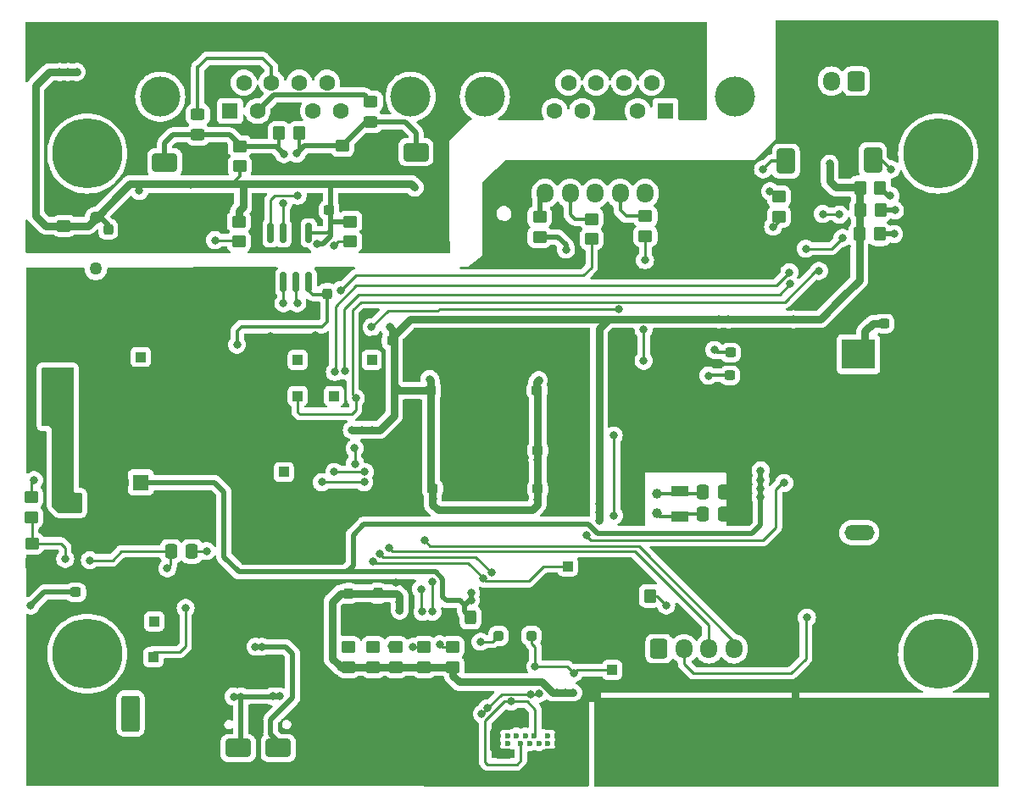
<source format=gbr>
%TF.GenerationSoftware,KiCad,Pcbnew,(7.0.0)*%
%TF.CreationDate,2025-01-08T17:10:47+03:30*%
%TF.ProjectId,logger,6c6f6767-6572-42e6-9b69-6361645f7063,rev?*%
%TF.SameCoordinates,Original*%
%TF.FileFunction,Copper,L2,Bot*%
%TF.FilePolarity,Positive*%
%FSLAX46Y46*%
G04 Gerber Fmt 4.6, Leading zero omitted, Abs format (unit mm)*
G04 Created by KiCad (PCBNEW (7.0.0)) date 2025-01-08 17:10:47*
%MOMM*%
%LPD*%
G01*
G04 APERTURE LIST*
G04 Aperture macros list*
%AMRoundRect*
0 Rectangle with rounded corners*
0 $1 Rounding radius*
0 $2 $3 $4 $5 $6 $7 $8 $9 X,Y pos of 4 corners*
0 Add a 4 corners polygon primitive as box body*
4,1,4,$2,$3,$4,$5,$6,$7,$8,$9,$2,$3,0*
0 Add four circle primitives for the rounded corners*
1,1,$1+$1,$2,$3*
1,1,$1+$1,$4,$5*
1,1,$1+$1,$6,$7*
1,1,$1+$1,$8,$9*
0 Add four rect primitives between the rounded corners*
20,1,$1+$1,$2,$3,$4,$5,0*
20,1,$1+$1,$4,$5,$6,$7,0*
20,1,$1+$1,$6,$7,$8,$9,0*
20,1,$1+$1,$8,$9,$2,$3,0*%
G04 Aperture macros list end*
%TA.AperFunction,ComponentPad*%
%ADD10R,2.000000X3.000000*%
%TD*%
%TA.AperFunction,ComponentPad*%
%ADD11RoundRect,0.500000X-0.500000X-1.000000X0.500000X-1.000000X0.500000X1.000000X-0.500000X1.000000X0*%
%TD*%
%TA.AperFunction,ComponentPad*%
%ADD12R,1.600000X1.600000*%
%TD*%
%TA.AperFunction,ComponentPad*%
%ADD13C,1.600000*%
%TD*%
%TA.AperFunction,ComponentPad*%
%ADD14R,1.000000X1.000000*%
%TD*%
%TA.AperFunction,ComponentPad*%
%ADD15C,0.800000*%
%TD*%
%TA.AperFunction,ComponentPad*%
%ADD16C,7.000000*%
%TD*%
%TA.AperFunction,ComponentPad*%
%ADD17O,1.000000X2.100000*%
%TD*%
%TA.AperFunction,ComponentPad*%
%ADD18O,1.000000X1.800000*%
%TD*%
%TA.AperFunction,ComponentPad*%
%ADD19C,0.600000*%
%TD*%
%TA.AperFunction,ComponentPad*%
%ADD20O,2.100000X1.100000*%
%TD*%
%TA.AperFunction,ComponentPad*%
%ADD21R,1.270000X1.270000*%
%TD*%
%TA.AperFunction,ComponentPad*%
%ADD22C,1.270000*%
%TD*%
%TA.AperFunction,ComponentPad*%
%ADD23RoundRect,0.250000X-0.600000X-0.725000X0.600000X-0.725000X0.600000X0.725000X-0.600000X0.725000X0*%
%TD*%
%TA.AperFunction,ComponentPad*%
%ADD24O,1.700000X1.950000*%
%TD*%
%TA.AperFunction,ComponentPad*%
%ADD25C,1.000000*%
%TD*%
%TA.AperFunction,ComponentPad*%
%ADD26C,4.000000*%
%TD*%
%TA.AperFunction,ComponentPad*%
%ADD27RoundRect,0.250000X-0.650000X-1.550000X0.650000X-1.550000X0.650000X1.550000X-0.650000X1.550000X0*%
%TD*%
%TA.AperFunction,ComponentPad*%
%ADD28O,1.800000X3.600000*%
%TD*%
%TA.AperFunction,ComponentPad*%
%ADD29RoundRect,0.250000X0.600000X0.725000X-0.600000X0.725000X-0.600000X-0.725000X0.600000X-0.725000X0*%
%TD*%
%TA.AperFunction,ComponentPad*%
%ADD30O,3.000000X1.524000*%
%TD*%
%TA.AperFunction,SMDPad,CuDef*%
%ADD31RoundRect,0.250000X0.450000X-0.350000X0.450000X0.350000X-0.450000X0.350000X-0.450000X-0.350000X0*%
%TD*%
%TA.AperFunction,SMDPad,CuDef*%
%ADD32RoundRect,0.250000X0.325000X0.450000X-0.325000X0.450000X-0.325000X-0.450000X0.325000X-0.450000X0*%
%TD*%
%TA.AperFunction,SMDPad,CuDef*%
%ADD33RoundRect,0.237500X-0.300000X-0.237500X0.300000X-0.237500X0.300000X0.237500X-0.300000X0.237500X0*%
%TD*%
%TA.AperFunction,SMDPad,CuDef*%
%ADD34RoundRect,0.237500X0.300000X0.237500X-0.300000X0.237500X-0.300000X-0.237500X0.300000X-0.237500X0*%
%TD*%
%TA.AperFunction,SMDPad,CuDef*%
%ADD35RoundRect,0.250000X0.350000X0.450000X-0.350000X0.450000X-0.350000X-0.450000X0.350000X-0.450000X0*%
%TD*%
%TA.AperFunction,SMDPad,CuDef*%
%ADD36RoundRect,0.250000X-0.337500X-0.475000X0.337500X-0.475000X0.337500X0.475000X-0.337500X0.475000X0*%
%TD*%
%TA.AperFunction,SMDPad,CuDef*%
%ADD37RoundRect,0.250000X0.250000X-0.250000X0.250000X0.250000X-0.250000X0.250000X-0.250000X-0.250000X0*%
%TD*%
%TA.AperFunction,SMDPad,CuDef*%
%ADD38RoundRect,0.237500X-0.237500X0.300000X-0.237500X-0.300000X0.237500X-0.300000X0.237500X0.300000X0*%
%TD*%
%TA.AperFunction,SMDPad,CuDef*%
%ADD39RoundRect,0.250000X-1.000000X-0.650000X1.000000X-0.650000X1.000000X0.650000X-1.000000X0.650000X0*%
%TD*%
%TA.AperFunction,SMDPad,CuDef*%
%ADD40RoundRect,0.250000X0.650000X-1.000000X0.650000X1.000000X-0.650000X1.000000X-0.650000X-1.000000X0*%
%TD*%
%TA.AperFunction,SMDPad,CuDef*%
%ADD41RoundRect,0.250000X-0.450000X0.350000X-0.450000X-0.350000X0.450000X-0.350000X0.450000X0.350000X0*%
%TD*%
%TA.AperFunction,SMDPad,CuDef*%
%ADD42RoundRect,0.250000X-0.475000X0.337500X-0.475000X-0.337500X0.475000X-0.337500X0.475000X0.337500X0*%
%TD*%
%TA.AperFunction,SMDPad,CuDef*%
%ADD43RoundRect,0.150000X0.150000X-0.825000X0.150000X0.825000X-0.150000X0.825000X-0.150000X-0.825000X0*%
%TD*%
%TA.AperFunction,SMDPad,CuDef*%
%ADD44RoundRect,0.250000X1.000000X0.650000X-1.000000X0.650000X-1.000000X-0.650000X1.000000X-0.650000X0*%
%TD*%
%TA.AperFunction,SMDPad,CuDef*%
%ADD45R,1.800000X1.000000*%
%TD*%
%TA.AperFunction,SMDPad,CuDef*%
%ADD46RoundRect,0.250000X0.450000X-0.325000X0.450000X0.325000X-0.450000X0.325000X-0.450000X-0.325000X0*%
%TD*%
%TA.AperFunction,SMDPad,CuDef*%
%ADD47RoundRect,0.250000X0.337500X0.475000X-0.337500X0.475000X-0.337500X-0.475000X0.337500X-0.475000X0*%
%TD*%
%TA.AperFunction,ViaPad*%
%ADD48C,0.800000*%
%TD*%
%TA.AperFunction,ViaPad*%
%ADD49C,2.800000*%
%TD*%
%TA.AperFunction,ViaPad*%
%ADD50C,0.750000*%
%TD*%
%TA.AperFunction,Conductor*%
%ADD51C,0.750000*%
%TD*%
%TA.AperFunction,Conductor*%
%ADD52C,0.350000*%
%TD*%
%TA.AperFunction,Conductor*%
%ADD53C,0.500000*%
%TD*%
%TA.AperFunction,Conductor*%
%ADD54C,0.250000*%
%TD*%
G04 APERTURE END LIST*
D10*
%TO.P,C48,1*%
%TO.N,Net-(C48-Pad1)*%
X259124999Y-76514999D03*
X260434999Y-76514999D03*
D11*
%TO.P,C48,2*%
%TO.N,GND*%
X265435000Y-76515000D03*
X266745000Y-76515000D03*
%TD*%
D12*
%TO.P,C41,1*%
%TO.N,+5V*%
X188099999Y-89324999D03*
D13*
%TO.P,C41,2*%
%TO.N,GND*%
X186100000Y-89325000D03*
%TD*%
D14*
%TO.P,TP2,1,1*%
%TO.N,+3.3V*%
X202374999Y-88274999D03*
%TD*%
D15*
%TO.P,H1,1*%
%TO.N,N/C*%
X265115000Y-56440000D03*
X265883845Y-54583845D03*
X265883845Y-58296155D03*
X267740000Y-53815000D03*
D16*
X267740000Y-56440000D03*
D15*
X267740000Y-59065000D03*
X269596155Y-54583845D03*
X269596155Y-58296155D03*
X270365000Y-56440000D03*
%TD*%
%TO.P,H2,1*%
%TO.N,N/C*%
X265115000Y-106440000D03*
X265883845Y-104583845D03*
X265883845Y-108296155D03*
X267740000Y-103815000D03*
D16*
X267740000Y-106440000D03*
D15*
X267740000Y-109065000D03*
X269596155Y-104583845D03*
X269596155Y-108296155D03*
X270365000Y-106440000D03*
%TD*%
D17*
%TO.P,J6,S1,SHIELD*%
%TO.N,GND*%
X195459999Y-112989999D03*
D18*
X195459999Y-117189999D03*
D17*
X204099999Y-112989999D03*
D18*
X204099999Y-117189999D03*
%TD*%
D15*
%TO.P,H4,1*%
%TO.N,N/C*%
X180115000Y-106440000D03*
X180883845Y-104583845D03*
X180883845Y-108296155D03*
X182740000Y-103815000D03*
D16*
X182740000Y-106440000D03*
D15*
X182740000Y-109065000D03*
X184596155Y-104583845D03*
X184596155Y-108296155D03*
X185365000Y-106440000D03*
%TD*%
D19*
%TO.P,J9,A1,GND*%
%TO.N,GND*%
X223810000Y-114633814D03*
%TO.P,J9,A4,VBUS*%
%TO.N,/vcc-usb*%
X224710000Y-114633814D03*
%TO.P,J9,A5,CC*%
%TO.N,Net-(J9-CC)*%
X225610000Y-114633814D03*
%TO.P,J9,A6,D+*%
%TO.N,Net-(J9-D+-PadA6)*%
X226510000Y-114633814D03*
%TO.P,J9,A7,D-*%
%TO.N,Net-(J9-D--PadA7)*%
X227410000Y-114633814D03*
%TO.P,J9,A9,VBUS*%
%TO.N,/vcc-usb*%
X228760000Y-114633814D03*
%TO.P,J9,A12,GND*%
%TO.N,GND*%
X229660000Y-114633814D03*
%TO.P,J9,B1,GND*%
X229660000Y-115386186D03*
%TO.P,J9,B4,VBUS*%
%TO.N,/vcc-usb*%
X228760000Y-115386186D03*
%TO.P,J9,B5,VCONN*%
%TO.N,Net-(J9-CC)*%
X227860000Y-115386186D03*
%TO.P,J9,B6,D+*%
%TO.N,Net-(J9-D+-PadA6)*%
X226960000Y-115386186D03*
%TO.P,J9,B7,D-*%
%TO.N,Net-(J9-D--PadA7)*%
X226060000Y-115386186D03*
%TO.P,J9,B9,VBUS*%
%TO.N,/vcc-usb*%
X224710000Y-115386186D03*
%TO.P,J9,B12,GND*%
%TO.N,GND*%
X223810000Y-115386186D03*
D20*
%TO.P,J9,S1,SHIELD*%
X229159999Y-116439999D03*
X229159999Y-113579999D03*
X224359999Y-116439999D03*
X224359999Y-113579999D03*
%TD*%
D21*
%TO.P,U9,1,-VIN(GND)*%
%TO.N,GND*%
X183604999Y-70504999D03*
D22*
%TO.P,U9,2,+VIN(VCC)*%
%TO.N,+5V*%
X183605000Y-67965000D03*
%TO.P,U9,3,-VOUT*%
%TO.N,GND2*%
X183605000Y-65425000D03*
%TO.P,U9,4,+VOUT*%
%TO.N,+5F*%
X183605000Y-62885000D03*
%TD*%
D23*
%TO.P,J10,1,Pin_1*%
%TO.N,GND*%
X225975000Y-60425000D03*
D24*
%TO.P,J10,2,Pin_2*%
%TO.N,/led.5.+*%
X228474999Y-60424999D03*
%TO.P,J10,3,Pin_3*%
%TO.N,/CAN_TX-*%
X230974999Y-60424999D03*
%TO.P,J10,4,Pin_4*%
%TO.N,+3.3V*%
X233474999Y-60424999D03*
%TO.P,J10,5,Pin_5*%
%TO.N,/CAN_RX-*%
X235974999Y-60424999D03*
%TO.P,J10,6,Pin_6*%
%TO.N,+3.3V*%
X238474999Y-60424999D03*
%TD*%
D25*
%TO.P,J7,1,Pin_1*%
%TO.N,/OS_32K_IN*%
X239620000Y-92375000D03*
%TO.P,J7,2,Pin_2*%
%TO.N,/OS_32K_OUT*%
X239620000Y-90475000D03*
%TD*%
D15*
%TO.P,H3,1*%
%TO.N,N/C*%
X180115000Y-56440000D03*
X180883845Y-54583845D03*
X180883845Y-58296155D03*
X182740000Y-53815000D03*
D16*
X182740000Y-56440000D03*
D15*
X182740000Y-59065000D03*
X184596155Y-54583845D03*
X184596155Y-58296155D03*
X185365000Y-56440000D03*
%TD*%
D14*
%TO.P,TP1,1,1*%
%TO.N,+5V*%
X188074999Y-76774999D03*
%TD*%
D26*
%TO.P,U7,0*%
%TO.N,N/C*%
X247460000Y-50760331D03*
X222460000Y-50760331D03*
D12*
%TO.P,U7,1,1*%
%TO.N,unconnected-(U7-Pad1)*%
X240499999Y-52180330D03*
D13*
%TO.P,U7,2,2*%
%TO.N,Net-(J8-Pad2)*%
X237730000Y-52180331D03*
%TO.P,U7,3,3*%
%TO.N,GND2*%
X234960000Y-52180331D03*
%TO.P,U7,4,4*%
%TO.N,unconnected-(U7-Pad4)*%
X232190000Y-52180331D03*
%TO.P,U7,5,5*%
%TO.N,unconnected-(U7-Pad5)*%
X229420000Y-52180331D03*
%TO.P,U7,6,6*%
%TO.N,unconnected-(U7-Pad6)*%
X239115000Y-49340331D03*
%TO.P,U7,7,7*%
%TO.N,Net-(J8-Pad7)*%
X236345000Y-49340331D03*
%TO.P,U7,8,8*%
%TO.N,Net-(F1-Pad2)*%
X233575000Y-49340331D03*
%TO.P,U7,9,9*%
%TO.N,unconnected-(U7-Pad9)*%
X230805000Y-49340331D03*
%TD*%
D14*
%TO.P,TP4,1,1*%
%TO.N,CAN_RX*%
X211174999Y-77074999D03*
%TD*%
%TO.P,TP7,1,1*%
%TO.N,485TX*%
X203774999Y-80674999D03*
%TD*%
%TO.P,TP5,1,1*%
%TO.N,485RX*%
X207374999Y-80674999D03*
%TD*%
%TO.P,TP6,1,1*%
%TO.N,USB_D-*%
X230734999Y-97704999D03*
%TD*%
D27*
%TO.P,J2,1,Pin_1*%
%TO.N,+24V*%
X187075000Y-112417500D03*
D28*
%TO.P,J2,2,Pin_2*%
%TO.N,GND*%
X190884999Y-112417499D03*
%TD*%
D14*
%TO.P,TP8,1,1*%
%TO.N,USB_D+*%
X235174999Y-108074999D03*
%TD*%
D29*
%TO.P,J11,1,Pin_1*%
%TO.N,485B*%
X259575000Y-49200000D03*
D24*
%TO.P,J11,2,Pin_2*%
%TO.N,485A*%
X257074999Y-49199999D03*
%TO.P,J11,3,Pin_3*%
%TO.N,GND*%
X254574999Y-49199999D03*
%TD*%
D23*
%TO.P,J12,1,Pin_1*%
%TO.N,+3.3V*%
X239855000Y-105945000D03*
D24*
%TO.P,J12,2,Pin_2*%
%TO.N,/RST*%
X242354999Y-105944999D03*
%TO.P,J12,3,Pin_3*%
%TO.N,/SWDIO*%
X244854999Y-105944999D03*
%TO.P,J12,4,Pin_4*%
%TO.N,/SWCLK*%
X247354999Y-105944999D03*
%TO.P,J12,5,Pin_5*%
%TO.N,GND*%
X249854999Y-105944999D03*
%TD*%
D26*
%TO.P,J8,0,PAD*%
%TO.N,unconnected-(J8-PAD-Pad0)*%
X215040000Y-50760331D03*
X190040000Y-50760331D03*
D12*
%TO.P,J8,1,1*%
%TO.N,unconnected-(J8-Pad1)*%
X196999999Y-52180330D03*
D13*
%TO.P,J8,2,2*%
%TO.N,Net-(J8-Pad2)*%
X199770000Y-52180331D03*
%TO.P,J8,3,3*%
%TO.N,GND2*%
X202540000Y-52180331D03*
%TO.P,J8,4,4*%
%TO.N,unconnected-(J8-Pad4)*%
X205310000Y-52180331D03*
%TO.P,J8,5,5*%
%TO.N,unconnected-(J8-Pad5)*%
X208080000Y-52180331D03*
%TO.P,J8,6,6*%
%TO.N,unconnected-(J8-Pad6)*%
X198385000Y-49340331D03*
%TO.P,J8,7,7*%
%TO.N,Net-(J8-Pad7)*%
X201155000Y-49340331D03*
%TO.P,J8,8,8*%
%TO.N,Net-(F1-Pad2)*%
X203925000Y-49340331D03*
%TO.P,J8,9,9*%
%TO.N,unconnected-(J8-Pad9)*%
X206695000Y-49340331D03*
%TD*%
D14*
%TO.P,TP3,1,1*%
%TO.N,CAN_TX*%
X203774999Y-77074999D03*
%TD*%
%TO.P,TP10,1,1*%
%TO.N,uart1-TX*%
X189374999Y-106774999D03*
%TD*%
%TO.P,TP9,1,1*%
%TO.N,uart1-RX*%
X189444999Y-103204999D03*
%TD*%
D30*
%TO.P,C16,1*%
%TO.N,+BATT*%
X259854999Y-94324999D03*
%TO.P,C16,2*%
%TO.N,GND*%
X259854999Y-99324999D03*
%TD*%
D31*
%TO.P,R19,1*%
%TO.N,Net-(D10-A1)*%
X251850000Y-62750000D03*
%TO.P,R19,2*%
%TO.N,Net-(D11-A1)*%
X251850000Y-60750000D03*
%TD*%
D32*
%TO.P,C30,1*%
%TO.N,+5V*%
X221025000Y-102825000D03*
%TO.P,C30,2*%
%TO.N,GND*%
X218975000Y-102825000D03*
%TD*%
D33*
%TO.P,C2,1*%
%TO.N,+3.3V*%
X217062500Y-80125000D03*
%TO.P,C2,2*%
%TO.N,GND*%
X218787500Y-80125000D03*
%TD*%
D34*
%TO.P,C47,1*%
%TO.N,+5F*%
X206897500Y-62095000D03*
%TO.P,C47,2*%
%TO.N,GND2*%
X205172500Y-62095000D03*
%TD*%
D31*
%TO.P,R45,1*%
%TO.N,+3.3V*%
X211325000Y-107775000D03*
%TO.P,R45,2*%
%TO.N,D0*%
X211325000Y-105775000D03*
%TD*%
D35*
%TO.P,R24,1*%
%TO.N,Net-(D13-A)*%
X261975000Y-62095000D03*
%TO.P,R24,2*%
%TO.N,+3.3V*%
X259975000Y-62095000D03*
%TD*%
D31*
%TO.P,R39,1*%
%TO.N,+3.3V*%
X208850000Y-107775000D03*
%TO.P,R39,2*%
%TO.N,D1*%
X208850000Y-105775000D03*
%TD*%
D34*
%TO.P,C35,1*%
%TO.N,+3.3V*%
X213212500Y-75125000D03*
%TO.P,C35,2*%
%TO.N,GND*%
X211487500Y-75125000D03*
%TD*%
D36*
%TO.P,C19,1*%
%TO.N,/OS_32K_IN*%
X244232500Y-92450000D03*
%TO.P,C19,2*%
%TO.N,GND*%
X246307500Y-92450000D03*
%TD*%
D34*
%TO.P,C4,1*%
%TO.N,+3.3V*%
X227662500Y-80075000D03*
%TO.P,C4,2*%
%TO.N,GND*%
X225937500Y-80075000D03*
%TD*%
%TO.P,C3,1*%
%TO.N,+3.3V*%
X227737500Y-89950000D03*
%TO.P,C3,2*%
%TO.N,GND*%
X226012500Y-89950000D03*
%TD*%
D31*
%TO.P,R10,1*%
%TO.N,+5F*%
X197975000Y-57700000D03*
%TO.P,R10,2*%
%TO.N,/CANH*%
X197975000Y-55700000D03*
%TD*%
D37*
%TO.P,D16,1,A1*%
%TO.N,USB_D-*%
X223835000Y-104665000D03*
%TO.P,D16,2,A2*%
%TO.N,GND*%
X223835000Y-102165000D03*
%TD*%
D38*
%TO.P,C46,1*%
%TO.N,GND*%
X206725000Y-68712500D03*
%TO.P,C46,2*%
%TO.N,+3.3V*%
X206725000Y-70437500D03*
%TD*%
D39*
%TO.P,D6,1,A1*%
%TO.N,/CANH*%
X190475000Y-57325000D03*
%TO.P,D6,2,A2*%
%TO.N,GND2*%
X194475000Y-57325000D03*
%TD*%
D31*
%TO.P,R36,1*%
%TO.N,+3.3V*%
X227925000Y-64775000D03*
%TO.P,R36,2*%
%TO.N,/led.5.+*%
X227925000Y-62775000D03*
%TD*%
%TO.P,R41,1*%
%TO.N,+3.3V*%
X216406250Y-107775000D03*
%TO.P,R41,2*%
%TO.N,D3*%
X216406250Y-105775000D03*
%TD*%
D35*
%TO.P,R4,1*%
%TO.N,Net-(D4-K)*%
X238935000Y-100665000D03*
%TO.P,R4,2*%
%TO.N,GND*%
X236935000Y-100665000D03*
%TD*%
D31*
%TO.P,R15,1*%
%TO.N,Net-(D7-A)*%
X197895000Y-65235000D03*
%TO.P,R15,2*%
%TO.N,+5F*%
X197895000Y-63235000D03*
%TD*%
D40*
%TO.P,D10,1,A1*%
%TO.N,Net-(D10-A1)*%
X261200000Y-57075000D03*
%TO.P,D10,2,A2*%
%TO.N,GND*%
X261200000Y-53075000D03*
%TD*%
D41*
%TO.P,R46,1*%
%TO.N,/CAN_TX-*%
X233125000Y-62975000D03*
%TO.P,R46,2*%
%TO.N,CAN_TX*%
X233125000Y-64975000D03*
%TD*%
D42*
%TO.P,C40,1*%
%TO.N,+5F*%
X180425000Y-63662500D03*
%TO.P,C40,2*%
%TO.N,GND2*%
X180425000Y-65737500D03*
%TD*%
D31*
%TO.P,R42,1*%
%TO.N,+3.3V*%
X213562500Y-107775000D03*
%TO.P,R42,2*%
%TO.N,CMD*%
X213562500Y-105775000D03*
%TD*%
D34*
%TO.P,C1,1*%
%TO.N,+3.3V*%
X227737500Y-86100000D03*
%TO.P,C1,2*%
%TO.N,GND*%
X226012500Y-86100000D03*
%TD*%
D33*
%TO.P,C7,1*%
%TO.N,+3.3V*%
X246980000Y-76335000D03*
%TO.P,C7,2*%
%TO.N,GND*%
X248705000Y-76335000D03*
%TD*%
D35*
%TO.P,R23,1*%
%TO.N,Net-(D14-A)*%
X261950000Y-59850000D03*
%TO.P,R23,2*%
%TO.N,+3.3V*%
X259950000Y-59850000D03*
%TD*%
D43*
%TO.P,U13,1,VCC1*%
%TO.N,+3.3V*%
X204880000Y-69320000D03*
%TO.P,U13,2,TXD*%
%TO.N,CAN_TX*%
X203610000Y-69320000D03*
%TO.P,U13,3,RXD*%
%TO.N,CAN_RX*%
X202340000Y-69320000D03*
%TO.P,U13,4,GND1*%
%TO.N,GND*%
X201070000Y-69320000D03*
%TO.P,U13,5,CANL*%
%TO.N,/CANL*%
X201070000Y-64370000D03*
%TO.P,U13,6,CANH*%
%TO.N,/CANH*%
X202340000Y-64370000D03*
%TO.P,U13,7,GND2*%
%TO.N,GND2*%
X203610000Y-64370000D03*
%TO.P,U13,8,VCC2*%
%TO.N,+5F*%
X204880000Y-64370000D03*
%TD*%
D44*
%TO.P,D9,1,A1*%
%TO.N,/CANL*%
X215575000Y-56300000D03*
%TO.P,D9,2,A2*%
%TO.N,GND2*%
X211575000Y-56300000D03*
%TD*%
D36*
%TO.P,C18,1*%
%TO.N,/OS_32K_OUT*%
X244232500Y-90275000D03*
%TO.P,C18,2*%
%TO.N,GND*%
X246307500Y-90275000D03*
%TD*%
D41*
%TO.P,R6,1*%
%TO.N,Net-(D19-K)*%
X177175000Y-90825000D03*
%TO.P,R6,2*%
%TO.N,Net-(U2-EN)*%
X177175000Y-92825000D03*
%TD*%
%TO.P,R14,1*%
%TO.N,/CANL*%
X208225000Y-55675000D03*
%TO.P,R14,2*%
%TO.N,GND2*%
X208225000Y-57675000D03*
%TD*%
D45*
%TO.P,U4,1,1*%
%TO.N,/OS_32K_IN*%
X241969999Y-92699999D03*
%TO.P,U4,2,2*%
%TO.N,/OS_32K_OUT*%
X241969999Y-90199999D03*
%TD*%
D46*
%TO.P,R11,1*%
%TO.N,/CANH*%
X193800000Y-54575000D03*
%TO.P,R11,2*%
%TO.N,Net-(J8-Pad7)*%
X193800000Y-52525000D03*
%TD*%
D33*
%TO.P,C8,1*%
%TO.N,VDDA*%
X246917500Y-78610000D03*
%TO.P,C8,2*%
%TO.N,GND*%
X248642500Y-78610000D03*
%TD*%
%TO.P,C27,1*%
%TO.N,Net-(D19-K)*%
X181592500Y-100295000D03*
%TO.P,C27,2*%
%TO.N,GND*%
X183317500Y-100295000D03*
%TD*%
D31*
%TO.P,R16,1*%
%TO.N,Net-(D8-A)*%
X209025000Y-65235000D03*
%TO.P,R16,2*%
%TO.N,+5F*%
X209025000Y-63235000D03*
%TD*%
D38*
%TO.P,C37,1*%
%TO.N,+3.3V*%
X211775000Y-100387500D03*
%TO.P,C37,2*%
%TO.N,GND*%
X211775000Y-102112500D03*
%TD*%
D31*
%TO.P,R40,1*%
%TO.N,+3.3V*%
X219250000Y-107775000D03*
%TO.P,R40,2*%
%TO.N,D2*%
X219250000Y-105775000D03*
%TD*%
D35*
%TO.P,R12,1*%
%TO.N,/CANL*%
X203900000Y-54375000D03*
%TO.P,R12,2*%
%TO.N,/CANH*%
X201900000Y-54375000D03*
%TD*%
%TO.P,R25,1*%
%TO.N,Net-(D12-A)*%
X261895000Y-64485000D03*
%TO.P,R25,2*%
%TO.N,+3.3V*%
X259895000Y-64485000D03*
%TD*%
D38*
%TO.P,C32,1*%
%TO.N,+5F*%
X184850000Y-64012500D03*
%TO.P,C32,2*%
%TO.N,GND2*%
X184850000Y-65737500D03*
%TD*%
D41*
%TO.P,R35,1*%
%TO.N,/CAN_RX-*%
X238500000Y-62700000D03*
%TO.P,R35,2*%
%TO.N,CAN_RX*%
X238500000Y-64700000D03*
%TD*%
D40*
%TO.P,D11,1,A1*%
%TO.N,Net-(D11-A1)*%
X252525000Y-57200000D03*
%TO.P,D11,2,A2*%
%TO.N,GND*%
X252525000Y-53200000D03*
%TD*%
D33*
%TO.P,C50,2*%
%TO.N,GND*%
X264037500Y-73435000D03*
%TO.P,C50,1*%
%TO.N,Net-(C48-Pad1)*%
X262312500Y-73435000D03*
%TD*%
D46*
%TO.P,R13,1*%
%TO.N,/CANL*%
X211075000Y-53275000D03*
%TO.P,R13,2*%
%TO.N,Net-(J8-Pad2)*%
X211075000Y-51225000D03*
%TD*%
D44*
%TO.P,D18,1,K*%
%TO.N,Net-(D18-K)*%
X201825000Y-115875000D03*
%TO.P,D18,2,A*%
%TO.N,Net-(D18-A)*%
X197825000Y-115875000D03*
%TD*%
D47*
%TO.P,C25,1*%
%TO.N,+5V*%
X193182500Y-96205000D03*
%TO.P,C25,2*%
%TO.N,Net-(U2-FB)*%
X191107500Y-96205000D03*
%TD*%
D37*
%TO.P,D5,1,A1*%
%TO.N,USB_D+*%
X227125000Y-104645000D03*
%TO.P,D5,2,A2*%
%TO.N,GND*%
X227125000Y-102145000D03*
%TD*%
D41*
%TO.P,R8,1*%
%TO.N,Net-(U2-EN)*%
X177250000Y-95425000D03*
%TO.P,R8,2*%
%TO.N,GND*%
X177250000Y-97425000D03*
%TD*%
D33*
%TO.P,C5,1*%
%TO.N,+3.3V*%
X217237500Y-89925000D03*
%TO.P,C5,2*%
%TO.N,GND*%
X218962500Y-89925000D03*
%TD*%
D38*
%TO.P,C31,1*%
%TO.N,+3.3V*%
X208850000Y-100412500D03*
%TO.P,C31,2*%
%TO.N,GND*%
X208850000Y-102137500D03*
%TD*%
D48*
%TO.N,+3.3V*%
X212950000Y-73800000D03*
X230575000Y-66025000D03*
X231275000Y-110325000D03*
X229675000Y-110325000D03*
X233875000Y-93135000D03*
X211175000Y-84075000D03*
X253285000Y-73015000D03*
X227725000Y-91025000D03*
X227725000Y-87100000D03*
X246800000Y-73000000D03*
X213950000Y-101300000D03*
X227850000Y-79100000D03*
X233865000Y-91495000D03*
X233855000Y-92325000D03*
X217275000Y-90925000D03*
X230475000Y-110325000D03*
X210175000Y-84075000D03*
X245800000Y-73000000D03*
X197715000Y-75555000D03*
X216950000Y-78975000D03*
X213950000Y-102125000D03*
X245375000Y-76065000D03*
X209175000Y-84075000D03*
X256895000Y-57465000D03*
%TO.N,GND*%
X222875000Y-81475000D03*
X191375000Y-115675000D03*
X220425000Y-83420000D03*
X202525000Y-85900000D03*
X219975000Y-104275000D03*
X264375000Y-44675000D03*
X206325000Y-85725000D03*
X230375000Y-74675000D03*
X192850000Y-78125000D03*
X205725000Y-107100000D03*
X228375000Y-74675000D03*
X220425000Y-85105000D03*
X243975000Y-60275000D03*
X189375000Y-78025000D03*
X268975000Y-99075000D03*
X187075000Y-103800000D03*
X266775000Y-80475000D03*
X268975000Y-95075000D03*
D49*
X223000000Y-84500000D03*
D48*
X232375000Y-76675000D03*
X226575000Y-67275000D03*
X196333500Y-85025000D03*
X266975000Y-67475000D03*
X264975000Y-95075000D03*
X264975000Y-80475000D03*
X222275000Y-110575000D03*
X267375000Y-44675000D03*
X200100000Y-107775000D03*
X195495000Y-105305000D03*
X258525000Y-44725000D03*
X198575000Y-85075000D03*
X232375000Y-74675000D03*
X197185000Y-103685000D03*
X264975000Y-67475000D03*
X255800000Y-44750000D03*
X206085000Y-69065000D03*
X270975000Y-95075000D03*
X197333500Y-85025000D03*
X220425000Y-86790000D03*
X225375000Y-88475000D03*
X220425000Y-88475000D03*
X255565000Y-78655000D03*
X245505000Y-67315000D03*
X225375000Y-85085000D03*
X252215000Y-95305000D03*
X241975000Y-58275000D03*
X264975000Y-71475000D03*
X201775000Y-82675000D03*
X178075000Y-69625000D03*
X191375000Y-117675000D03*
X241975000Y-60275000D03*
X196350000Y-104525000D03*
X204150000Y-94575000D03*
X264975000Y-82475000D03*
X270975000Y-99075000D03*
X222875000Y-86975000D03*
X210775000Y-82675000D03*
X213550000Y-99350000D03*
X189375000Y-115675000D03*
X262975000Y-67475000D03*
X262975000Y-80475000D03*
X264375000Y-47675000D03*
X215175000Y-75275000D03*
X198505000Y-101075000D03*
X189375000Y-117675000D03*
X266975000Y-99075000D03*
X257375000Y-55700000D03*
X205375000Y-72195000D03*
X262975000Y-71475000D03*
X230025000Y-112125000D03*
X205775000Y-92675000D03*
X245975000Y-60275000D03*
X178000000Y-74000000D03*
X222575000Y-67275000D03*
X268975000Y-71475000D03*
X230375000Y-76675000D03*
X182975000Y-92950000D03*
X231525000Y-92245000D03*
X202525000Y-90875000D03*
X225375000Y-86780000D03*
X253535000Y-93925000D03*
X202255000Y-100365000D03*
X180050000Y-71750000D03*
X220425000Y-81735000D03*
X178000000Y-71625000D03*
X243975000Y-58275000D03*
X195535000Y-103725000D03*
X222875000Y-88500000D03*
X197175000Y-105365000D03*
X191125000Y-78075000D03*
X270375000Y-47675000D03*
X222875000Y-80025000D03*
X268975000Y-67475000D03*
X266975000Y-95075000D03*
X266775000Y-82475000D03*
X205775000Y-96075000D03*
X193785000Y-100375000D03*
X262975000Y-82475000D03*
X205565000Y-74635000D03*
X225375000Y-80000000D03*
X198575000Y-84075000D03*
X201075000Y-74725000D03*
X247575000Y-65135000D03*
X256255000Y-92635000D03*
X179975000Y-74075000D03*
X264975000Y-99075000D03*
X225375000Y-81550000D03*
X182650000Y-93725000D03*
X266975000Y-71475000D03*
X186600000Y-69700000D03*
X205655000Y-100415000D03*
X253250000Y-44675000D03*
X255505000Y-76015000D03*
X186600000Y-71675000D03*
X268975000Y-82475000D03*
X225375000Y-83390000D03*
X245975000Y-58275000D03*
X220425000Y-80050000D03*
X182675000Y-94625000D03*
X205775000Y-109075000D03*
X180050000Y-69700000D03*
X267375000Y-47675000D03*
X224575000Y-67275000D03*
X268975000Y-80475000D03*
X201075000Y-77275000D03*
X211775000Y-102112500D03*
X261375000Y-44725000D03*
X270375000Y-44675000D03*
%TO.N,VDDA*%
X244795000Y-78635000D03*
%TO.N,/RST*%
X235365000Y-92625000D03*
X235325000Y-84625000D03*
X254625000Y-102825000D03*
D50*
%TO.N,Net-(U2-SW)*%
X180625000Y-91950000D03*
X181025000Y-78250000D03*
X180625000Y-91200000D03*
X179825000Y-79075000D03*
X181700000Y-91975000D03*
X181700000Y-91175000D03*
X178725000Y-78225000D03*
X178675000Y-79075000D03*
X179825000Y-78250000D03*
X181000000Y-79100000D03*
D48*
%TO.N,+5V*%
X221075000Y-100375000D03*
X194665000Y-96185000D03*
X250005000Y-89955000D03*
X250005000Y-89085000D03*
X250005000Y-88125000D03*
X221075000Y-101125000D03*
X250005000Y-90815000D03*
%TO.N,Net-(D19-K)*%
X177115000Y-101625000D03*
X177425000Y-89100000D03*
%TO.N,Net-(U2-FB)*%
X183015000Y-97095000D03*
X190755000Y-97915000D03*
%TO.N,+5F*%
X205675000Y-65500000D03*
X180000000Y-48275000D03*
X215450000Y-59825000D03*
X180825000Y-48275000D03*
X181700000Y-48275000D03*
X193125000Y-59525000D03*
X187950000Y-60175000D03*
%TO.N,GND2*%
X192375000Y-47675000D03*
X182050000Y-51725000D03*
X207375000Y-46675000D03*
X184375000Y-47675000D03*
X184400000Y-50150000D03*
X186375000Y-47675000D03*
X188375000Y-47675000D03*
X195925000Y-56175000D03*
X227375000Y-46675000D03*
X179425000Y-61125000D03*
X206475000Y-57225000D03*
X218650000Y-52600000D03*
X190375000Y-47675000D03*
X211375000Y-46675000D03*
X179425000Y-51700000D03*
X229375000Y-46675000D03*
X209375000Y-48675000D03*
X199585000Y-64565000D03*
X205795000Y-60825000D03*
X186350000Y-50100000D03*
X209375000Y-46675000D03*
X205375000Y-46675000D03*
X226275000Y-52050000D03*
X182075000Y-61125000D03*
X193800000Y-56200000D03*
X225375000Y-46675000D03*
X215800000Y-64725000D03*
X208735000Y-60855000D03*
X217875000Y-64750000D03*
X227375000Y-48675000D03*
X218700000Y-49150000D03*
X198800000Y-54200000D03*
X199695000Y-61755000D03*
%TO.N,/CANH*%
X202390000Y-56485000D03*
X202345000Y-61389500D03*
%TO.N,Net-(D7-A)*%
X195505000Y-65095000D03*
%TO.N,Net-(D8-A)*%
X207375000Y-65635000D03*
%TO.N,/CANL*%
X203660000Y-56445000D03*
X203755000Y-60665000D03*
%TO.N,Net-(D10-A1)*%
X263025000Y-58025000D03*
X251250000Y-63750000D03*
%TO.N,Net-(D11-A1)*%
X250950000Y-60225000D03*
X250250000Y-58025000D03*
%TO.N,485RX*%
X254525000Y-65950000D03*
X258175000Y-64865000D03*
X207475000Y-78275000D03*
X252875000Y-68305000D03*
%TO.N,Net-(D12-A)*%
X263320000Y-64485000D03*
%TO.N,485DE*%
X257874500Y-62537500D03*
X252965000Y-69485000D03*
X256225000Y-62475000D03*
X208500000Y-78150000D03*
%TO.N,Net-(D13-A)*%
X263425000Y-62120000D03*
%TO.N,485TX*%
X209575000Y-80875000D03*
X255835000Y-68175000D03*
%TO.N,Net-(D14-A)*%
X262975000Y-60675000D03*
%TO.N,USB_D+*%
X231350000Y-108400000D03*
X227500000Y-107725000D03*
X223100000Y-98350000D03*
X211968785Y-96480510D03*
%TO.N,USB_D-*%
X222266885Y-98902199D03*
X222025000Y-105250000D03*
X211275000Y-97200000D03*
%TO.N,CAN_TX*%
X203735000Y-71395000D03*
X208105000Y-70085000D03*
%TO.N,D2*%
X217950000Y-105525000D03*
X217225000Y-102250000D03*
X217175000Y-99251000D03*
%TO.N,D3*%
X215300000Y-105775000D03*
X216075000Y-99975500D03*
X216225497Y-102250000D03*
%TO.N,CMD*%
X213150000Y-105675000D03*
%TO.N,D0*%
X209500000Y-87450000D03*
X209450000Y-85900500D03*
X211325000Y-105775000D03*
%TO.N,D1*%
X208850000Y-105775000D03*
%TO.N,Net-(D4-K)*%
X240585000Y-101625000D03*
%TO.N,Net-(U2-EN)*%
X180550000Y-96975000D03*
%TO.N,CAN_RX*%
X235865000Y-72025000D03*
X211150000Y-73800000D03*
X202335000Y-71405000D03*
X238450000Y-67100000D03*
%TO.N,uart1-TX*%
X210475000Y-88275000D03*
X192575000Y-101875000D03*
X207425000Y-88275000D03*
%TO.N,/SWDIO*%
X212875000Y-95825000D03*
%TO.N,/SWCLK*%
X216425000Y-95100500D03*
%TO.N,uart1-RX*%
X210400000Y-89300000D03*
X206175000Y-89300000D03*
%TO.N,Net-(J9-D--PadA7)*%
X225075000Y-111229500D03*
%TO.N,/vcc-usb*%
X222725200Y-111900200D03*
X227065000Y-110505000D03*
X222152963Y-112472437D03*
X227850000Y-110425000D03*
%TO.N,Net-(D18-K)*%
X200200000Y-105750000D03*
X199550000Y-105750000D03*
%TO.N,Net-(D18-A)*%
X201975000Y-110700000D03*
X197380000Y-110730000D03*
X201275000Y-110700000D03*
X198095000Y-110730000D03*
%TO.N,FLASH_IO0*%
X238315000Y-77145000D03*
X238315000Y-74035000D03*
%TO.N,/voltageLow*%
X232655000Y-94605000D03*
X252355000Y-89385000D03*
%TD*%
D51*
%TO.N,Net-(C48-Pad1)*%
X260435000Y-74205000D02*
X260435000Y-76515000D01*
X260895000Y-73795000D02*
X260845000Y-73795000D01*
X261255000Y-73435000D02*
X260895000Y-73795000D01*
X262312500Y-73435000D02*
X261255000Y-73435000D01*
X260845000Y-73795000D02*
X260435000Y-74205000D01*
%TO.N,+3.3V*%
X255975000Y-73000000D02*
X258057500Y-70917500D01*
X236650000Y-73000000D02*
X246800000Y-73000000D01*
X259950000Y-59850000D02*
X259935000Y-59835000D01*
X259875000Y-59925000D02*
X259950000Y-59850000D01*
X259850000Y-65975000D02*
X259875000Y-65950000D01*
D52*
X204880000Y-70110000D02*
X205285000Y-70515000D01*
D51*
X259935000Y-59835000D02*
X257515000Y-59835000D01*
X229225000Y-110325000D02*
X228175000Y-109275000D01*
X217237500Y-91512500D02*
X217800000Y-92075000D01*
X211953859Y-84075000D02*
X213400000Y-82628859D01*
D52*
X206647500Y-70515000D02*
X206725000Y-70437500D01*
D51*
X213400000Y-82628859D02*
X213400000Y-79600000D01*
X217062500Y-80125000D02*
X213925000Y-80125000D01*
X208062500Y-100412500D02*
X210450000Y-100412500D01*
X227737500Y-89950000D02*
X227737500Y-80150000D01*
X227737500Y-80150000D02*
X227662500Y-80075000D01*
X219900000Y-109275000D02*
X219250000Y-108625000D01*
X217062500Y-89750000D02*
X217237500Y-89925000D01*
X213400000Y-79600000D02*
X213400000Y-74600000D01*
X217062500Y-79087500D02*
X216950000Y-78975000D01*
X256895000Y-59215000D02*
X256895000Y-57465000D01*
D52*
X197715000Y-74165000D02*
X198145000Y-73735000D01*
D51*
X227737500Y-91537500D02*
X227737500Y-89950000D01*
D52*
X206725000Y-73235000D02*
X206725000Y-70437500D01*
D51*
X259875000Y-65950000D02*
X259875000Y-59925000D01*
X215000000Y-73000000D02*
X236650000Y-73000000D01*
X227200000Y-92075000D02*
X227737500Y-91537500D01*
X231275000Y-110325000D02*
X229225000Y-110325000D01*
D52*
X204880000Y-70060000D02*
X204880000Y-69320000D01*
D51*
X228175000Y-109275000D02*
X219900000Y-109275000D01*
X217062500Y-80125000D02*
X217062500Y-79087500D01*
X207225000Y-106925000D02*
X207225000Y-101250000D01*
X233865000Y-73915000D02*
X233865000Y-93015000D01*
X213212500Y-74062500D02*
X212950000Y-73800000D01*
D52*
X245645000Y-76335000D02*
X245375000Y-76065000D01*
D51*
X227662500Y-79287500D02*
X227850000Y-79100000D01*
X213400000Y-74600000D02*
X215000000Y-73000000D01*
X213925000Y-80125000D02*
X213400000Y-79600000D01*
D53*
X229775000Y-64775000D02*
X230575000Y-65575000D01*
D52*
X198145000Y-73735000D02*
X206225000Y-73735000D01*
D51*
X219250000Y-107775000D02*
X208075000Y-107775000D01*
D53*
X230575000Y-65575000D02*
X230575000Y-66025000D01*
D52*
X205285000Y-70515000D02*
X206647500Y-70515000D01*
X246980000Y-76335000D02*
X245645000Y-76335000D01*
D51*
X259850000Y-69125000D02*
X259850000Y-65975000D01*
D52*
X206225000Y-73735000D02*
X206725000Y-73235000D01*
D51*
X209175000Y-84075000D02*
X211953859Y-84075000D01*
X213687500Y-100412500D02*
X210450000Y-100412500D01*
X219250000Y-108625000D02*
X219250000Y-107575000D01*
D52*
X204880000Y-69320000D02*
X204880000Y-70110000D01*
X197715000Y-75555000D02*
X197715000Y-74165000D01*
D51*
X208075000Y-107775000D02*
X207875000Y-107575000D01*
X207225000Y-101250000D02*
X208062500Y-100412500D01*
X246800000Y-73000000D02*
X255975000Y-73000000D01*
X213212500Y-75125000D02*
X213212500Y-74062500D01*
X257515000Y-59835000D02*
X256895000Y-59215000D01*
X234635000Y-73145000D02*
X233865000Y-73915000D01*
X207875000Y-107575000D02*
X207225000Y-106925000D01*
X227662500Y-80075000D02*
X227662500Y-79287500D01*
X258057500Y-70917500D02*
X259850000Y-69125000D01*
X213950000Y-100675000D02*
X213687500Y-100412500D01*
X217237500Y-89925000D02*
X217237500Y-91512500D01*
X213950000Y-102125000D02*
X213950000Y-100675000D01*
X217800000Y-92075000D02*
X227200000Y-92075000D01*
D53*
X227925000Y-64775000D02*
X229775000Y-64775000D01*
D51*
X217062500Y-80125000D02*
X217062500Y-89750000D01*
D54*
%TO.N,GND*%
X229660000Y-114633814D02*
X229660000Y-115386186D01*
X223035000Y-114683814D02*
X223035000Y-115940000D01*
X223035000Y-115940000D02*
X223585000Y-116490000D01*
X223035000Y-114180000D02*
X223585000Y-113630000D01*
X229766186Y-114683814D02*
X229775000Y-114675000D01*
X223035000Y-114683814D02*
X223035000Y-114180000D01*
D52*
%TO.N,VDDA*%
X244820000Y-78610000D02*
X244795000Y-78635000D01*
X246917500Y-78610000D02*
X244820000Y-78610000D01*
D54*
%TO.N,/RST*%
X235365000Y-92625000D02*
X235365000Y-84665000D01*
X253065000Y-108385000D02*
X243295000Y-108385000D01*
X235365000Y-84665000D02*
X235325000Y-84625000D01*
X254525000Y-106925000D02*
X253065000Y-108385000D01*
X243295000Y-108385000D02*
X242355000Y-107445000D01*
X242355000Y-107445000D02*
X242355000Y-105945000D01*
X254525000Y-102925000D02*
X254525000Y-106925000D01*
X254625000Y-102825000D02*
X254525000Y-102925000D01*
D53*
%TO.N,+5V*%
X249145000Y-94415000D02*
X233695000Y-94415000D01*
D54*
X194645000Y-96205000D02*
X194665000Y-96185000D01*
D53*
X220925000Y-101125000D02*
X220450000Y-101600000D01*
X197915000Y-98275000D02*
X208635000Y-98275000D01*
X195435000Y-89325000D02*
X196405000Y-90295000D01*
X232765000Y-93485000D02*
X210375000Y-93485000D01*
X249995000Y-93565000D02*
X249145000Y-94415000D01*
X221075000Y-101125000D02*
X221075000Y-100375000D01*
X218625000Y-101150000D02*
X218250000Y-100775000D01*
X220450000Y-101600000D02*
X220000000Y-101150000D01*
X249995000Y-88135000D02*
X249995000Y-93565000D01*
X233695000Y-94415000D02*
X232765000Y-93485000D01*
X221075000Y-101125000D02*
X220925000Y-101125000D01*
X209305000Y-97605000D02*
X208635000Y-98275000D01*
X221075000Y-100975000D02*
X220450000Y-101600000D01*
X220450000Y-102250000D02*
X221025000Y-102825000D01*
X221075000Y-100375000D02*
X221075000Y-100975000D01*
X220000000Y-101150000D02*
X218625000Y-101150000D01*
X210375000Y-93485000D02*
X209305000Y-94555000D01*
X188100000Y-89325000D02*
X195435000Y-89325000D01*
X196405000Y-90295000D02*
X196405000Y-96765000D01*
X217550000Y-98275000D02*
X208635000Y-98275000D01*
X196405000Y-96765000D02*
X197915000Y-98275000D01*
X220450000Y-101600000D02*
X220450000Y-102250000D01*
X218250000Y-100775000D02*
X218250000Y-98975000D01*
X209305000Y-94555000D02*
X209305000Y-97605000D01*
X218250000Y-98975000D02*
X217550000Y-98275000D01*
D54*
X193182500Y-96205000D02*
X194645000Y-96205000D01*
D53*
X250005000Y-88125000D02*
X249995000Y-88135000D01*
D54*
%TO.N,Net-(D19-K)*%
X177175000Y-89350000D02*
X177425000Y-89100000D01*
X177175000Y-90825000D02*
X177175000Y-89350000D01*
D53*
X181592500Y-100295000D02*
X178465000Y-100275000D01*
X178465000Y-100275000D02*
X177115000Y-101625000D01*
D54*
%TO.N,Net-(U2-FB)*%
X191085000Y-96227500D02*
X191107500Y-96205000D01*
X191085000Y-97585000D02*
X191085000Y-96227500D01*
X183015000Y-97095000D02*
X185275000Y-97095000D01*
X186165000Y-96205000D02*
X191107500Y-96205000D01*
X185275000Y-97095000D02*
X186165000Y-96205000D01*
X190755000Y-97915000D02*
X191085000Y-97585000D01*
D51*
%TO.N,+5F*%
X198325000Y-59475000D02*
X198320000Y-59480000D01*
D53*
X206250000Y-65500000D02*
X205675000Y-65500000D01*
D51*
X198325000Y-59475000D02*
X205975000Y-59475000D01*
X182827500Y-63662500D02*
X187015000Y-59475000D01*
X197895000Y-62185000D02*
X197895000Y-63235000D01*
D52*
X198000000Y-58725000D02*
X197500000Y-59225000D01*
D53*
X207025000Y-64035000D02*
X207025000Y-64725000D01*
D51*
X197500000Y-59475000D02*
X198325000Y-59475000D01*
X177600000Y-62650000D02*
X177630000Y-62650000D01*
X178975000Y-48275000D02*
X177600000Y-49650000D01*
X187015000Y-59475000D02*
X197500000Y-59475000D01*
X177600000Y-49650000D02*
X177600000Y-62650000D01*
D53*
X184115000Y-62885000D02*
X183605000Y-62885000D01*
D51*
X215100000Y-59475000D02*
X215450000Y-59825000D01*
D53*
X207025000Y-64725000D02*
X206250000Y-65500000D01*
D51*
X180425000Y-63662500D02*
X182827500Y-63662500D01*
X181700000Y-48275000D02*
X178975000Y-48275000D01*
D53*
X184850000Y-63620000D02*
X184115000Y-62885000D01*
D52*
X197500000Y-59225000D02*
X197500000Y-59475000D01*
D51*
X205975000Y-59475000D02*
X215100000Y-59475000D01*
D53*
X207155000Y-63235000D02*
X207025000Y-63365000D01*
X205975000Y-59475000D02*
X206765000Y-59475000D01*
D52*
X197975000Y-58700000D02*
X198000000Y-58725000D01*
D53*
X209025000Y-63235000D02*
X207155000Y-63235000D01*
D52*
X204880000Y-64370000D02*
X206690000Y-64370000D01*
D53*
X206765000Y-59475000D02*
X207025000Y-59735000D01*
X207025000Y-59735000D02*
X207025000Y-64035000D01*
D52*
X206690000Y-64370000D02*
X207025000Y-64035000D01*
D51*
X198320000Y-59480000D02*
X198320000Y-61760000D01*
D52*
X197975000Y-57700000D02*
X197975000Y-58700000D01*
D51*
X178642500Y-63662500D02*
X180425000Y-63662500D01*
X198320000Y-61760000D02*
X197895000Y-62185000D01*
D53*
X184850000Y-64012500D02*
X184850000Y-63620000D01*
D51*
X177630000Y-62650000D02*
X178642500Y-63662500D01*
D53*
%TO.N,/CANH*%
X197975000Y-55550000D02*
X197000000Y-54575000D01*
X190475000Y-57325000D02*
X190475000Y-55400000D01*
X197975000Y-55700000D02*
X197975000Y-55550000D01*
D52*
X202390000Y-56485000D02*
X201900000Y-55995000D01*
X201900000Y-55995000D02*
X201900000Y-54375000D01*
D54*
X202340000Y-64370000D02*
X202340000Y-61320000D01*
X202340000Y-61320000D02*
X202345000Y-61315000D01*
D53*
X191300000Y-54575000D02*
X193800000Y-54575000D01*
X197000000Y-54575000D02*
X193800000Y-54575000D01*
X190475000Y-55400000D02*
X191300000Y-54575000D01*
D54*
X202345000Y-61315000D02*
X202345000Y-61389500D01*
D53*
X201605000Y-55700000D02*
X197975000Y-55700000D01*
X202390000Y-56485000D02*
X201605000Y-55700000D01*
D54*
%TO.N,Net-(D7-A)*%
X195505000Y-65095000D02*
X198260000Y-65095000D01*
%TO.N,Net-(D8-A)*%
X207775000Y-65235000D02*
X209025000Y-65235000D01*
X207375000Y-65635000D02*
X207775000Y-65235000D01*
%TO.N,/CANL*%
X201070000Y-64370000D02*
X201070000Y-61070000D01*
X201070000Y-61070000D02*
X201475000Y-60665000D01*
D53*
X214500000Y-53275000D02*
X215575000Y-54350000D01*
X211075000Y-53275000D02*
X210625000Y-53275000D01*
X203660000Y-56445000D02*
X204430000Y-55675000D01*
X210625000Y-53275000D02*
X208225000Y-55675000D01*
X204430000Y-55675000D02*
X208225000Y-55675000D01*
D52*
X203660000Y-56445000D02*
X203900000Y-56205000D01*
X203900000Y-56205000D02*
X203900000Y-54375000D01*
D53*
X215575000Y-54350000D02*
X215575000Y-56300000D01*
D54*
X201475000Y-60665000D02*
X203755000Y-60665000D01*
D53*
X211075000Y-53275000D02*
X214500000Y-53275000D01*
D54*
%TO.N,Net-(D10-A1)*%
X261200000Y-57075000D02*
X262075000Y-57075000D01*
X251850000Y-62750000D02*
X251850000Y-63150000D01*
X262075000Y-57075000D02*
X263025000Y-58025000D01*
X251850000Y-63150000D02*
X251250000Y-63750000D01*
%TO.N,Net-(D11-A1)*%
X251850000Y-60750000D02*
X251475000Y-60750000D01*
X251475000Y-60750000D02*
X250950000Y-60225000D01*
D52*
X252525000Y-57200000D02*
X251075000Y-57200000D01*
X251075000Y-57200000D02*
X250250000Y-58025000D01*
D54*
%TO.N,485RX*%
X251565000Y-69615000D02*
X209610000Y-69615000D01*
X252875000Y-68305000D02*
X251565000Y-69615000D01*
X207525000Y-71700000D02*
X207525000Y-78225000D01*
X207525000Y-78225000D02*
X207475000Y-78275000D01*
X209610000Y-69615000D02*
X207525000Y-71700000D01*
X258175000Y-64865000D02*
X257090000Y-65950000D01*
X257090000Y-65950000D02*
X254525000Y-65950000D01*
D53*
%TO.N,Net-(D12-A)*%
X263320000Y-64485000D02*
X261895000Y-64485000D01*
D54*
%TO.N,485DE*%
X252965000Y-69485000D02*
X251925000Y-70525000D01*
X208400000Y-78050000D02*
X208500000Y-78150000D01*
X209825000Y-70525000D02*
X208400000Y-71950000D01*
X257874500Y-62537500D02*
X257812000Y-62475000D01*
X257812000Y-62475000D02*
X256225000Y-62475000D01*
X208400000Y-71950000D02*
X208400000Y-78050000D01*
X251925000Y-70525000D02*
X209825000Y-70525000D01*
D53*
%TO.N,Net-(D13-A)*%
X263425000Y-62120000D02*
X262000000Y-62120000D01*
X262000000Y-62120000D02*
X261975000Y-62095000D01*
D54*
%TO.N,485TX*%
X209250000Y-80550000D02*
X209575000Y-80875000D01*
X209250000Y-72100000D02*
X209250000Y-80550000D01*
X203975000Y-82475000D02*
X203775000Y-82275000D01*
X203775000Y-82275000D02*
X203775000Y-80675000D01*
X252425000Y-71275000D02*
X210075000Y-71275000D01*
X255835000Y-68175000D02*
X255525000Y-68175000D01*
X209175000Y-82475000D02*
X203975000Y-82475000D01*
X255525000Y-68175000D02*
X252425000Y-71275000D01*
X209575000Y-80875000D02*
X209575000Y-82075000D01*
X210075000Y-71275000D02*
X209250000Y-72100000D01*
X209575000Y-82075000D02*
X209175000Y-82475000D01*
D53*
%TO.N,Net-(D14-A)*%
X261950000Y-59850000D02*
X262775000Y-60675000D01*
X262775000Y-60675000D02*
X262975000Y-60675000D01*
D54*
%TO.N,USB_D+*%
X227500000Y-105790000D02*
X227500000Y-107725000D01*
X227135000Y-105425000D02*
X227500000Y-105790000D01*
X223100000Y-98350000D02*
X221525000Y-96775000D01*
X231675000Y-108075000D02*
X235175000Y-108075000D01*
X231350000Y-108400000D02*
X230675000Y-107725000D01*
X221525000Y-96775000D02*
X212263275Y-96775000D01*
X231350000Y-108400000D02*
X231675000Y-108075000D01*
X212263275Y-96775000D02*
X211968785Y-96480510D01*
X230675000Y-107725000D02*
X227500000Y-107725000D01*
X227135000Y-104615000D02*
X227135000Y-105425000D01*
%TO.N,USB_D-*%
X228345000Y-97705000D02*
X230735000Y-97705000D01*
X222266885Y-98841885D02*
X220775000Y-97350000D01*
X226845000Y-99205000D02*
X228345000Y-97705000D01*
X222266885Y-98902199D02*
X222266885Y-98841885D01*
X222266885Y-98902199D02*
X222569686Y-99205000D01*
X223835000Y-104665000D02*
X223250000Y-105250000D01*
X222569686Y-99205000D02*
X226845000Y-99205000D01*
X220775000Y-97350000D02*
X211425000Y-97350000D01*
X223250000Y-105250000D02*
X222025000Y-105250000D01*
X211425000Y-97350000D02*
X211275000Y-97200000D01*
%TO.N,CAN_TX*%
X208105000Y-70085000D02*
X209565000Y-68625000D01*
X203610000Y-69320000D02*
X203610000Y-71270000D01*
X203610000Y-71270000D02*
X203735000Y-71395000D01*
X232300000Y-68625000D02*
X233125000Y-67800000D01*
X233125000Y-67800000D02*
X233125000Y-64975000D01*
X209565000Y-68625000D02*
X232300000Y-68625000D01*
%TO.N,D2*%
X217175000Y-99251000D02*
X217175000Y-102200000D01*
X217175000Y-102200000D02*
X217225000Y-102250000D01*
X219250000Y-105775000D02*
X218200000Y-105775000D01*
X218200000Y-105775000D02*
X217950000Y-105525000D01*
%TO.N,D3*%
X216225497Y-102250000D02*
X216075000Y-102099503D01*
X216075000Y-102099503D02*
X216075000Y-99975500D01*
X215300000Y-105775000D02*
X216406250Y-105775000D01*
%TO.N,D0*%
X209450000Y-85900500D02*
X209500000Y-85950500D01*
X209500000Y-85950500D02*
X209500000Y-87450000D01*
D53*
%TO.N,Net-(J8-Pad2)*%
X199770000Y-52180331D02*
X201360000Y-50590331D01*
X201360000Y-50590331D02*
X210440331Y-50590331D01*
X210440331Y-50590331D02*
X211075000Y-51225000D01*
D52*
%TO.N,Net-(J8-Pad7)*%
X194675000Y-46925000D02*
X200275000Y-46925000D01*
X201155000Y-47805000D02*
X201155000Y-49340331D01*
X200275000Y-46925000D02*
X201155000Y-47805000D01*
X193800000Y-47800000D02*
X193925000Y-47675000D01*
X193800000Y-52525000D02*
X193800000Y-47800000D01*
X193925000Y-47675000D02*
X194675000Y-46925000D01*
D54*
%TO.N,Net-(D4-K)*%
X239635000Y-100665000D02*
X238935000Y-100665000D01*
X240585000Y-101625000D02*
X240585000Y-101615000D01*
X240585000Y-101615000D02*
X239635000Y-100665000D01*
%TO.N,Net-(U2-EN)*%
X177250000Y-95425000D02*
X177250000Y-92900000D01*
X177250000Y-92900000D02*
X177175000Y-92825000D01*
X180550000Y-96975000D02*
X180550000Y-95825000D01*
X180150000Y-95425000D02*
X177250000Y-95425000D01*
X180550000Y-95825000D02*
X180150000Y-95425000D01*
%TO.N,CAN_RX*%
X217925000Y-72025000D02*
X217825000Y-72125000D01*
X202340000Y-69320000D02*
X202340000Y-71400000D01*
X212825000Y-72125000D02*
X211150000Y-73800000D01*
X238500000Y-67050000D02*
X238450000Y-67100000D01*
X202340000Y-71400000D02*
X202335000Y-71405000D01*
X235865000Y-72025000D02*
X217925000Y-72025000D01*
X238500000Y-64700000D02*
X238500000Y-67050000D01*
X217825000Y-72125000D02*
X212825000Y-72125000D01*
D52*
%TO.N,/OS_32K_IN*%
X241970000Y-92700000D02*
X239945000Y-92700000D01*
X244232500Y-92450000D02*
X242220000Y-92450000D01*
X242220000Y-92450000D02*
X241970000Y-92700000D01*
%TO.N,/OS_32K_OUT*%
X244032500Y-90475000D02*
X239620000Y-90475000D01*
X244232500Y-90275000D02*
X244032500Y-90475000D01*
D54*
%TO.N,uart1-TX*%
X192575000Y-105675000D02*
X191975000Y-106275000D01*
X191975000Y-106275000D02*
X189375000Y-106275000D01*
X210475000Y-88275000D02*
X207425000Y-88275000D01*
X192575000Y-101875000D02*
X192575000Y-105675000D01*
%TO.N,/SWDIO*%
X212875000Y-95825000D02*
X213255000Y-96205000D01*
X237435000Y-96205000D02*
X244775000Y-103545000D01*
X213255000Y-96205000D02*
X237435000Y-96205000D01*
X244775000Y-105865000D02*
X244855000Y-105945000D01*
X244775000Y-103545000D02*
X244775000Y-105865000D01*
%TO.N,/SWCLK*%
X237835000Y-95675000D02*
X247305000Y-105145000D01*
X247305000Y-105145000D02*
X247305000Y-105895000D01*
X247305000Y-105895000D02*
X247355000Y-105945000D01*
X216999500Y-95675000D02*
X237835000Y-95675000D01*
X216425000Y-95100500D02*
X216999500Y-95675000D01*
%TO.N,uart1-RX*%
X206175000Y-89300000D02*
X210400000Y-89300000D01*
%TO.N,Net-(J9-D--PadA7)*%
X225650000Y-117500000D02*
X226060000Y-117090000D01*
X227500000Y-114543814D02*
X227410000Y-114633814D01*
X225075000Y-111229500D02*
X224420500Y-111229500D01*
X224420500Y-111229500D02*
X222475000Y-113175000D01*
X222475000Y-113175000D02*
X222475000Y-117250000D01*
X226060000Y-117090000D02*
X226060000Y-115386186D01*
X225075000Y-111229500D02*
X226704500Y-111229500D01*
X226704500Y-111229500D02*
X227500000Y-112025000D01*
X222475000Y-117250000D02*
X222725000Y-117500000D01*
X227500000Y-112025000D02*
X227500000Y-114543814D01*
X222725000Y-117500000D02*
X225650000Y-117500000D01*
%TO.N,/vcc-usb*%
X222152963Y-112472437D02*
X224120400Y-110505000D01*
X224120400Y-110505000D02*
X227770000Y-110505000D01*
X227770000Y-110505000D02*
X227850000Y-110425000D01*
D53*
%TO.N,Net-(D18-K)*%
X203275000Y-110825000D02*
X201075000Y-113025000D01*
X201825000Y-115225000D02*
X201825000Y-115875000D01*
X199550000Y-105750000D02*
X202575000Y-105750000D01*
X202575000Y-105750000D02*
X203275000Y-106450000D01*
X201075000Y-114475000D02*
X201825000Y-115225000D01*
X201075000Y-113025000D02*
X201075000Y-114475000D01*
X203275000Y-106450000D02*
X203275000Y-110825000D01*
%TO.N,Net-(D18-A)*%
X198095000Y-115605000D02*
X197825000Y-115875000D01*
X198095000Y-110730000D02*
X201945000Y-110730000D01*
X198095000Y-110730000D02*
X198095000Y-115605000D01*
X201945000Y-110730000D02*
X201975000Y-110700000D01*
X198095000Y-110730000D02*
X197380000Y-110730000D01*
%TO.N,/led.5.+*%
X227925000Y-60975000D02*
X228475000Y-60425000D01*
X227925000Y-62775000D02*
X227925000Y-60975000D01*
D52*
%TO.N,/CAN_TX-*%
X230975000Y-62500000D02*
X230975000Y-60425000D01*
X233125000Y-62975000D02*
X231450000Y-62975000D01*
X231450000Y-62975000D02*
X230975000Y-62500000D01*
%TO.N,/CAN_RX-*%
X238500000Y-62700000D02*
X236575000Y-62700000D01*
X235975000Y-62100000D02*
X235975000Y-60425000D01*
X236575000Y-62700000D02*
X235975000Y-62100000D01*
D54*
%TO.N,FLASH_IO0*%
X238315000Y-77145000D02*
X238315000Y-74035000D01*
%TO.N,/voltageLow*%
X251515000Y-90015000D02*
X251515000Y-93825000D01*
X251515000Y-93825000D02*
X250275000Y-95065000D01*
X252145000Y-89385000D02*
X251515000Y-90015000D01*
X252355000Y-89385000D02*
X252145000Y-89385000D01*
X232655000Y-94705000D02*
X232655000Y-94605000D01*
X250275000Y-95065000D02*
X233015000Y-95065000D01*
X233015000Y-95065000D02*
X232655000Y-94705000D01*
%TD*%
%TA.AperFunction,Conductor*%
%TO.N,GND*%
G36*
X226441501Y-111864439D02*
G01*
X226481729Y-111891319D01*
X226838181Y-112247772D01*
X226865061Y-112288000D01*
X226874500Y-112335453D01*
X226874500Y-113738504D01*
X226860667Y-113795418D01*
X226822255Y-113839634D01*
X226767833Y-113861287D01*
X226709544Y-113855545D01*
X226695829Y-113850745D01*
X226695817Y-113850742D01*
X226689255Y-113848446D01*
X226682335Y-113847666D01*
X226682334Y-113847666D01*
X226516923Y-113829029D01*
X226510000Y-113828249D01*
X226503077Y-113829029D01*
X226337665Y-113847666D01*
X226337662Y-113847666D01*
X226330745Y-113848446D01*
X226324182Y-113850742D01*
X226324175Y-113850744D01*
X226167043Y-113905727D01*
X226167036Y-113905729D01*
X226160478Y-113908025D01*
X226154594Y-113911722D01*
X226154588Y-113911725D01*
X226125971Y-113929707D01*
X226060000Y-113948712D01*
X225994029Y-113929707D01*
X225965411Y-113911725D01*
X225965409Y-113911724D01*
X225959522Y-113908025D01*
X225952959Y-113905728D01*
X225952956Y-113905727D01*
X225795824Y-113850744D01*
X225795819Y-113850742D01*
X225789255Y-113848446D01*
X225782335Y-113847666D01*
X225782334Y-113847666D01*
X225616923Y-113829029D01*
X225610000Y-113828249D01*
X225603077Y-113829029D01*
X225437665Y-113847666D01*
X225437662Y-113847666D01*
X225430745Y-113848446D01*
X225424182Y-113850742D01*
X225424175Y-113850744D01*
X225267043Y-113905727D01*
X225267036Y-113905729D01*
X225260478Y-113908025D01*
X225254594Y-113911722D01*
X225254588Y-113911725D01*
X225225971Y-113929707D01*
X225160000Y-113948712D01*
X225094029Y-113929707D01*
X225065411Y-113911725D01*
X225065409Y-113911724D01*
X225059522Y-113908025D01*
X225052959Y-113905728D01*
X225052956Y-113905727D01*
X224895824Y-113850744D01*
X224895819Y-113850742D01*
X224889255Y-113848446D01*
X224882335Y-113847666D01*
X224882334Y-113847666D01*
X224716923Y-113829029D01*
X224710000Y-113828249D01*
X224703077Y-113829029D01*
X224537665Y-113847666D01*
X224537662Y-113847666D01*
X224530745Y-113848446D01*
X224524182Y-113850742D01*
X224524175Y-113850744D01*
X224367043Y-113905727D01*
X224367036Y-113905729D01*
X224360478Y-113908025D01*
X224354590Y-113911724D01*
X224354587Y-113911726D01*
X224213638Y-114000290D01*
X224213633Y-114000293D01*
X224207738Y-114003998D01*
X224202813Y-114008922D01*
X224202809Y-114008926D01*
X224085112Y-114126623D01*
X224085108Y-114126627D01*
X224080184Y-114131552D01*
X224076479Y-114137447D01*
X224076476Y-114137452D01*
X223987912Y-114278401D01*
X223987910Y-114278404D01*
X223984211Y-114284292D01*
X223981915Y-114290850D01*
X223981913Y-114290857D01*
X223926930Y-114447989D01*
X223926928Y-114447996D01*
X223924632Y-114454559D01*
X223923852Y-114461476D01*
X223923852Y-114461479D01*
X223905215Y-114626891D01*
X223904435Y-114633814D01*
X223924632Y-114813069D01*
X223926928Y-114819633D01*
X223926930Y-114819638D01*
X223979210Y-114969044D01*
X223986168Y-115009999D01*
X223979210Y-115050953D01*
X223926931Y-115200358D01*
X223926929Y-115200366D01*
X223924632Y-115206931D01*
X223904435Y-115386186D01*
X223924632Y-115565441D01*
X223926928Y-115572005D01*
X223926930Y-115572010D01*
X223981913Y-115729142D01*
X223984211Y-115735708D01*
X224080184Y-115888448D01*
X224207738Y-116016002D01*
X224360478Y-116111975D01*
X224530745Y-116171554D01*
X224710000Y-116191751D01*
X224889255Y-116171554D01*
X225059522Y-116111975D01*
X225212262Y-116016002D01*
X225222819Y-116005445D01*
X225272182Y-115975195D01*
X225329898Y-115970653D01*
X225383385Y-115992808D01*
X225420985Y-116036831D01*
X225434500Y-116093126D01*
X225434500Y-116750500D01*
X225417887Y-116812500D01*
X225372500Y-116857887D01*
X225310500Y-116874500D01*
X223224500Y-116874500D01*
X223162500Y-116857887D01*
X223117113Y-116812500D01*
X223100500Y-116750500D01*
X223100500Y-113485452D01*
X223109939Y-113437999D01*
X223136819Y-113397771D01*
X223774468Y-112760122D01*
X224491896Y-112042693D01*
X224533124Y-112015405D01*
X224581740Y-112006395D01*
X224630008Y-112017096D01*
X224795197Y-112090644D01*
X224980354Y-112130000D01*
X225163143Y-112130000D01*
X225169646Y-112130000D01*
X225354803Y-112090644D01*
X225527730Y-112013651D01*
X225680871Y-111902388D01*
X225686601Y-111896023D01*
X225688271Y-111894810D01*
X225690050Y-111893209D01*
X225690218Y-111893395D01*
X225728315Y-111865719D01*
X225778748Y-111855000D01*
X226394048Y-111855000D01*
X226441501Y-111864439D01*
G37*
%TD.AperFunction*%
%TA.AperFunction,Conductor*%
G36*
X273688000Y-43141613D02*
G01*
X273733387Y-43187000D01*
X273750000Y-43249000D01*
X273750000Y-119600946D01*
X273733376Y-119662966D01*
X273687961Y-119708356D01*
X273625932Y-119724946D01*
X245770576Y-119709758D01*
X233474431Y-119703054D01*
X233412461Y-119686420D01*
X233367102Y-119641035D01*
X233350500Y-119579055D01*
X233350500Y-111287025D01*
X233350500Y-111275099D01*
X233350541Y-111275000D01*
X233350383Y-111274617D01*
X233350099Y-111274500D01*
X233350000Y-111274459D01*
X233349901Y-111274500D01*
X232850099Y-111274500D01*
X232850000Y-111274459D01*
X232849901Y-111274500D01*
X232849617Y-111274617D01*
X232849459Y-111275000D01*
X232849500Y-111275099D01*
X232849500Y-111287025D01*
X232849500Y-119578646D01*
X232832876Y-119640666D01*
X232787461Y-119686056D01*
X232725432Y-119702646D01*
X200308997Y-119684972D01*
X176748931Y-119672126D01*
X176686961Y-119655492D01*
X176641602Y-119610107D01*
X176625000Y-119548127D01*
X176625000Y-116571878D01*
X196074500Y-116571878D01*
X196074501Y-116575008D01*
X196074820Y-116578140D01*
X196074821Y-116578141D01*
X196084312Y-116671061D01*
X196084313Y-116671069D01*
X196085001Y-116677797D01*
X196140186Y-116844334D01*
X196143977Y-116850480D01*
X196228497Y-116987511D01*
X196228500Y-116987515D01*
X196232288Y-116993656D01*
X196356344Y-117117712D01*
X196362485Y-117121500D01*
X196362488Y-117121502D01*
X196407043Y-117148983D01*
X196505666Y-117209814D01*
X196672203Y-117264999D01*
X196774991Y-117275500D01*
X198875008Y-117275499D01*
X198977797Y-117264999D01*
X199144334Y-117209814D01*
X199293656Y-117117712D01*
X199417712Y-116993656D01*
X199509814Y-116844334D01*
X199564999Y-116677797D01*
X199575500Y-116575009D01*
X199575499Y-115174992D01*
X199564999Y-115072203D01*
X199509814Y-114905666D01*
X199448431Y-114806148D01*
X199421502Y-114762488D01*
X199421500Y-114762485D01*
X199417712Y-114756344D01*
X199293656Y-114632288D01*
X199287515Y-114628500D01*
X199287511Y-114628497D01*
X199150480Y-114543977D01*
X199144334Y-114540186D01*
X199090303Y-114522282D01*
X198984225Y-114487131D01*
X198984224Y-114487130D01*
X198977797Y-114485001D01*
X198971066Y-114484313D01*
X198971060Y-114484312D01*
X198958254Y-114483004D01*
X198956897Y-114482865D01*
X198900360Y-114462443D01*
X198860071Y-114417829D01*
X198845500Y-114359508D01*
X198845500Y-111604500D01*
X198862113Y-111542500D01*
X198907500Y-111497113D01*
X198969500Y-111480500D01*
X200787713Y-111480500D01*
X200838149Y-111491221D01*
X200930833Y-111532487D01*
X200995197Y-111561144D01*
X201169555Y-111598204D01*
X201227945Y-111628438D01*
X201262668Y-111684276D01*
X201263959Y-111750017D01*
X201231455Y-111807175D01*
X200589358Y-112449272D01*
X200575730Y-112461050D01*
X200562263Y-112471076D01*
X200562257Y-112471081D01*
X200556470Y-112475390D01*
X200551832Y-112480916D01*
X200551830Y-112480919D01*
X200524633Y-112513330D01*
X200517350Y-112521280D01*
X200515969Y-112522661D01*
X200515955Y-112522676D01*
X200513409Y-112525223D01*
X200511173Y-112528050D01*
X200511171Y-112528053D01*
X200494176Y-112549546D01*
X200491902Y-112552337D01*
X200448339Y-112604254D01*
X200448335Y-112604258D01*
X200443698Y-112609786D01*
X200440460Y-112616230D01*
X200438537Y-112619155D01*
X200438352Y-112619411D01*
X200438192Y-112619698D01*
X200436363Y-112622663D01*
X200431889Y-112628323D01*
X200428839Y-112634862D01*
X200428838Y-112634865D01*
X200400192Y-112696294D01*
X200398623Y-112699536D01*
X200368196Y-112760122D01*
X200368194Y-112760127D01*
X200364960Y-112766567D01*
X200363296Y-112773584D01*
X200362109Y-112776847D01*
X200361977Y-112777163D01*
X200361888Y-112777480D01*
X200360791Y-112780787D01*
X200357743Y-112787327D01*
X200356284Y-112794390D01*
X200356283Y-112794395D01*
X200342574Y-112860787D01*
X200341794Y-112864306D01*
X200326164Y-112930255D01*
X200326163Y-112930260D01*
X200324500Y-112937279D01*
X200324500Y-112944491D01*
X200324097Y-112947939D01*
X200324043Y-112948273D01*
X200324028Y-112948626D01*
X200323726Y-112952070D01*
X200322266Y-112959144D01*
X200322476Y-112966360D01*
X200322476Y-112966361D01*
X200324448Y-113034130D01*
X200324500Y-113037737D01*
X200324500Y-114411293D01*
X200323191Y-114429264D01*
X200322182Y-114436156D01*
X200319711Y-114453023D01*
X200320340Y-114460214D01*
X200320340Y-114460221D01*
X200324028Y-114502369D01*
X200324500Y-114513176D01*
X200324500Y-114518709D01*
X200324916Y-114522272D01*
X200324917Y-114522282D01*
X200328098Y-114549496D01*
X200328464Y-114553084D01*
X200332039Y-114593950D01*
X200325033Y-114647166D01*
X200296194Y-114692436D01*
X200237392Y-114751239D01*
X200237388Y-114751243D01*
X200232288Y-114756344D01*
X200228500Y-114762484D01*
X200228497Y-114762489D01*
X200193248Y-114819638D01*
X200140186Y-114905666D01*
X200137915Y-114912517D01*
X200137914Y-114912521D01*
X200092042Y-115050954D01*
X200085001Y-115072203D01*
X200084313Y-115078933D01*
X200084312Y-115078940D01*
X200074819Y-115171859D01*
X200074818Y-115171877D01*
X200074500Y-115174991D01*
X200074500Y-115178138D01*
X200074500Y-115178139D01*
X200074500Y-116571859D01*
X200074500Y-116571878D01*
X200074501Y-116575008D01*
X200074820Y-116578140D01*
X200074821Y-116578141D01*
X200084312Y-116671061D01*
X200084313Y-116671069D01*
X200085001Y-116677797D01*
X200140186Y-116844334D01*
X200143977Y-116850480D01*
X200228497Y-116987511D01*
X200228500Y-116987515D01*
X200232288Y-116993656D01*
X200356344Y-117117712D01*
X200362485Y-117121500D01*
X200362488Y-117121502D01*
X200407043Y-117148983D01*
X200505666Y-117209814D01*
X200672203Y-117264999D01*
X200774991Y-117275500D01*
X202875008Y-117275499D01*
X202977797Y-117264999D01*
X203144334Y-117209814D01*
X203293656Y-117117712D01*
X203417712Y-116993656D01*
X203509814Y-116844334D01*
X203564999Y-116677797D01*
X203575500Y-116575009D01*
X203575499Y-115174992D01*
X203564999Y-115072203D01*
X203509814Y-114905666D01*
X203448431Y-114806148D01*
X203421502Y-114762488D01*
X203421500Y-114762485D01*
X203417712Y-114756344D01*
X203293656Y-114632288D01*
X203287515Y-114628500D01*
X203287511Y-114628497D01*
X203150480Y-114543977D01*
X203144334Y-114540186D01*
X203090303Y-114522282D01*
X202984225Y-114487131D01*
X202984224Y-114487130D01*
X202977797Y-114485001D01*
X202971064Y-114484313D01*
X202971059Y-114484312D01*
X202878140Y-114474819D01*
X202878123Y-114474818D01*
X202875009Y-114474500D01*
X202871860Y-114474500D01*
X202187230Y-114474500D01*
X202139777Y-114465061D01*
X202099549Y-114438181D01*
X201861819Y-114200451D01*
X201834939Y-114160223D01*
X201825500Y-114112770D01*
X201825500Y-113578367D01*
X202194500Y-113578367D01*
X202196999Y-113586877D01*
X202230523Y-113701052D01*
X202230524Y-113701055D01*
X202233022Y-113709561D01*
X202237813Y-113717017D01*
X202237815Y-113717020D01*
X202302152Y-113817132D01*
X202302154Y-113817135D01*
X202306945Y-113824589D01*
X202313643Y-113830393D01*
X202313645Y-113830395D01*
X202400500Y-113905654D01*
X202410282Y-113914130D01*
X202534658Y-113970931D01*
X202635989Y-113985500D01*
X202699585Y-113985500D01*
X202704011Y-113985500D01*
X202805342Y-113970931D01*
X202929718Y-113914130D01*
X203033055Y-113824589D01*
X203106978Y-113709561D01*
X203145500Y-113578367D01*
X203145500Y-113441633D01*
X203106978Y-113310439D01*
X203033055Y-113195411D01*
X203026356Y-113189606D01*
X203026354Y-113189604D01*
X202936421Y-113111678D01*
X202936420Y-113111677D01*
X202929718Y-113105870D01*
X202921652Y-113102186D01*
X202921650Y-113102185D01*
X202813411Y-113052754D01*
X202813410Y-113052753D01*
X202805342Y-113049069D01*
X202796566Y-113047807D01*
X202796562Y-113047806D01*
X202708391Y-113035129D01*
X202708380Y-113035128D01*
X202704011Y-113034500D01*
X202635989Y-113034500D01*
X202631620Y-113035128D01*
X202631608Y-113035129D01*
X202543437Y-113047806D01*
X202543431Y-113047807D01*
X202534658Y-113049069D01*
X202526590Y-113052753D01*
X202526588Y-113052754D01*
X202418349Y-113102185D01*
X202418344Y-113102188D01*
X202410282Y-113105870D01*
X202403582Y-113111675D01*
X202403578Y-113111678D01*
X202376520Y-113135124D01*
X202320232Y-113162882D01*
X202313252Y-113162507D01*
X202296642Y-113211441D01*
X202237817Y-113302975D01*
X202237812Y-113302984D01*
X202233022Y-113310439D01*
X202230525Y-113318941D01*
X202230523Y-113318947D01*
X202210474Y-113387230D01*
X202194500Y-113441633D01*
X202194500Y-113578367D01*
X201825500Y-113578367D01*
X201825500Y-113387230D01*
X201834939Y-113339777D01*
X201861819Y-113299549D01*
X201971764Y-113189604D01*
X202104647Y-113056720D01*
X202155977Y-113025850D01*
X202175633Y-113024796D01*
X202175935Y-113007893D01*
X202207636Y-112953730D01*
X203760642Y-111400724D01*
X203774266Y-111388950D01*
X203793530Y-111374610D01*
X203825366Y-111336667D01*
X203832680Y-111328688D01*
X203833264Y-111328103D01*
X203836591Y-111324777D01*
X203855833Y-111300439D01*
X203858090Y-111297670D01*
X203901654Y-111245753D01*
X203901653Y-111245753D01*
X203906302Y-111240214D01*
X203909548Y-111233748D01*
X203911436Y-111230879D01*
X203911645Y-111230589D01*
X203911819Y-111230278D01*
X203913624Y-111227350D01*
X203918111Y-111221677D01*
X203949834Y-111153645D01*
X203951349Y-111150514D01*
X203985040Y-111083433D01*
X203986708Y-111076391D01*
X203987878Y-111073178D01*
X203988022Y-111072830D01*
X203988118Y-111072492D01*
X203989199Y-111069227D01*
X203992257Y-111062673D01*
X204007450Y-110989088D01*
X204008186Y-110985771D01*
X204025500Y-110912721D01*
X204025500Y-110905489D01*
X204025900Y-110902067D01*
X204025957Y-110901714D01*
X204025972Y-110901374D01*
X204026273Y-110897931D01*
X204027734Y-110890856D01*
X204025552Y-110815870D01*
X204025500Y-110812263D01*
X204025500Y-106948848D01*
X206344661Y-106948848D01*
X206345568Y-106955511D01*
X206345569Y-106955514D01*
X206355688Y-107029790D01*
X206356096Y-107033121D01*
X206363150Y-107097974D01*
X206364927Y-107114316D01*
X206367071Y-107120681D01*
X206368198Y-107125801D01*
X206369461Y-107130882D01*
X206370369Y-107137537D01*
X206372685Y-107143841D01*
X206372687Y-107143849D01*
X206398540Y-107214220D01*
X206399655Y-107217385D01*
X206423587Y-107288412D01*
X206425733Y-107294780D01*
X206429197Y-107300538D01*
X206431406Y-107305312D01*
X206433721Y-107309980D01*
X206436039Y-107316288D01*
X206439657Y-107321949D01*
X206439660Y-107321954D01*
X206480046Y-107385139D01*
X206481815Y-107387991D01*
X206520444Y-107452193D01*
X206520447Y-107452197D01*
X206523911Y-107457954D01*
X206528531Y-107462831D01*
X206531696Y-107466995D01*
X206534977Y-107471077D01*
X206538600Y-107476744D01*
X206543357Y-107481501D01*
X206596359Y-107534503D01*
X206598701Y-107536909D01*
X206650245Y-107591324D01*
X206650247Y-107591326D01*
X206654871Y-107596207D01*
X206660437Y-107599980D01*
X206665560Y-107604332D01*
X206665216Y-107604735D01*
X206673121Y-107611265D01*
X207188597Y-108126740D01*
X207188600Y-108126744D01*
X207427200Y-108365344D01*
X207434027Y-108372749D01*
X207469369Y-108414357D01*
X207474718Y-108418423D01*
X207474720Y-108418425D01*
X207534391Y-108463785D01*
X207537038Y-108465854D01*
X207600703Y-108517030D01*
X207606724Y-108520016D01*
X207611146Y-108522842D01*
X207615619Y-108525533D01*
X207620971Y-108529602D01*
X207627073Y-108532425D01*
X207695116Y-108563905D01*
X207698144Y-108565356D01*
X207771307Y-108601641D01*
X207777833Y-108603264D01*
X207782766Y-108605076D01*
X207787700Y-108606738D01*
X207793803Y-108609562D01*
X207800372Y-108611008D01*
X207806739Y-108613153D01*
X207805956Y-108615475D01*
X207857117Y-108643485D01*
X207931344Y-108717712D01*
X207937485Y-108721500D01*
X207937488Y-108721502D01*
X207994558Y-108756702D01*
X208080666Y-108809814D01*
X208247203Y-108864999D01*
X208349991Y-108875500D01*
X209350008Y-108875499D01*
X209452797Y-108864999D01*
X209619334Y-108809814D01*
X209768656Y-108717712D01*
X209799549Y-108686819D01*
X209839777Y-108659939D01*
X209887230Y-108650500D01*
X210287770Y-108650500D01*
X210335223Y-108659939D01*
X210375451Y-108686819D01*
X210406344Y-108717712D01*
X210412485Y-108721500D01*
X210412488Y-108721502D01*
X210469558Y-108756702D01*
X210555666Y-108809814D01*
X210722203Y-108864999D01*
X210824991Y-108875500D01*
X211825008Y-108875499D01*
X211927797Y-108864999D01*
X212094334Y-108809814D01*
X212243656Y-108717712D01*
X212274549Y-108686819D01*
X212314777Y-108659939D01*
X212362230Y-108650500D01*
X212525270Y-108650500D01*
X212572723Y-108659939D01*
X212612951Y-108686819D01*
X212643844Y-108717712D01*
X212649985Y-108721500D01*
X212649988Y-108721502D01*
X212707058Y-108756702D01*
X212793166Y-108809814D01*
X212959703Y-108864999D01*
X213062491Y-108875500D01*
X214062508Y-108875499D01*
X214165297Y-108864999D01*
X214331834Y-108809814D01*
X214481156Y-108717712D01*
X214512049Y-108686819D01*
X214552277Y-108659939D01*
X214599730Y-108650500D01*
X215369020Y-108650500D01*
X215416473Y-108659939D01*
X215456701Y-108686819D01*
X215487594Y-108717712D01*
X215493735Y-108721500D01*
X215493738Y-108721502D01*
X215550808Y-108756702D01*
X215636916Y-108809814D01*
X215803453Y-108864999D01*
X215906241Y-108875500D01*
X216906258Y-108875499D01*
X217009047Y-108864999D01*
X217175584Y-108809814D01*
X217324906Y-108717712D01*
X217355799Y-108686819D01*
X217396027Y-108659939D01*
X217443480Y-108650500D01*
X218212770Y-108650500D01*
X218260223Y-108659939D01*
X218300451Y-108686819D01*
X218331344Y-108717712D01*
X218337489Y-108721502D01*
X218343069Y-108725914D01*
X218374672Y-108763174D01*
X218386749Y-108801292D01*
X218387756Y-108801071D01*
X218389200Y-108807632D01*
X218389927Y-108814316D01*
X218392072Y-108820684D01*
X218393200Y-108825808D01*
X218394461Y-108830881D01*
X218395369Y-108837537D01*
X218397685Y-108843841D01*
X218397687Y-108843849D01*
X218423540Y-108914220D01*
X218424655Y-108917385D01*
X218446834Y-108983208D01*
X218450733Y-108994780D01*
X218454197Y-109000538D01*
X218456406Y-109005312D01*
X218458721Y-109009980D01*
X218461039Y-109016288D01*
X218464657Y-109021949D01*
X218464660Y-109021954D01*
X218505046Y-109085139D01*
X218506815Y-109087991D01*
X218545444Y-109152193D01*
X218545447Y-109152197D01*
X218548911Y-109157954D01*
X218553531Y-109162831D01*
X218556696Y-109166995D01*
X218559977Y-109171077D01*
X218563600Y-109176744D01*
X218568357Y-109181501D01*
X218621359Y-109234503D01*
X218623701Y-109236909D01*
X218675245Y-109291324D01*
X218675247Y-109291326D01*
X218679871Y-109296207D01*
X218685437Y-109299980D01*
X218690560Y-109304332D01*
X218690216Y-109304735D01*
X218698121Y-109311265D01*
X219252200Y-109865344D01*
X219259027Y-109872749D01*
X219294369Y-109914357D01*
X219299718Y-109918423D01*
X219299720Y-109918425D01*
X219359391Y-109963785D01*
X219362038Y-109965854D01*
X219387294Y-109986156D01*
X219425703Y-110017030D01*
X219431724Y-110020016D01*
X219436146Y-110022842D01*
X219440619Y-110025533D01*
X219445971Y-110029602D01*
X219452073Y-110032425D01*
X219520116Y-110063905D01*
X219523144Y-110065356D01*
X219596307Y-110101641D01*
X219602836Y-110103264D01*
X219607789Y-110105084D01*
X219612703Y-110106739D01*
X219618803Y-110109562D01*
X219698578Y-110127121D01*
X219701838Y-110127886D01*
X219774582Y-110145977D01*
X219774588Y-110145977D01*
X219781111Y-110147600D01*
X219787829Y-110147781D01*
X219793042Y-110148492D01*
X219798220Y-110149055D01*
X219804784Y-110150500D01*
X219886463Y-110150500D01*
X219889821Y-110150545D01*
X219971473Y-110152757D01*
X219978082Y-110151488D01*
X219984774Y-110150944D01*
X219984817Y-110151472D01*
X219995023Y-110150500D01*
X223290948Y-110150500D01*
X223347243Y-110164015D01*
X223391266Y-110201615D01*
X223413421Y-110255102D01*
X223408879Y-110312818D01*
X223378629Y-110362181D01*
X222777429Y-110963381D01*
X222737201Y-110990261D01*
X222689748Y-110999700D01*
X222630554Y-110999700D01*
X222624195Y-111001051D01*
X222624191Y-111001052D01*
X222451759Y-111037703D01*
X222451752Y-111037705D01*
X222445397Y-111039056D01*
X222439462Y-111041698D01*
X222439454Y-111041701D01*
X222278407Y-111113405D01*
X222278402Y-111113407D01*
X222272470Y-111116049D01*
X222267216Y-111119865D01*
X222267211Y-111119869D01*
X222124588Y-111223490D01*
X222124581Y-111223495D01*
X222119329Y-111227312D01*
X222114984Y-111232137D01*
X222114979Y-111232142D01*
X221997013Y-111363156D01*
X221997008Y-111363162D01*
X221992667Y-111367984D01*
X221989422Y-111373604D01*
X221989418Y-111373610D01*
X221901270Y-111526287D01*
X221901266Y-111526293D01*
X221898021Y-111531916D01*
X221896014Y-111538089D01*
X221896010Y-111538101D01*
X221889131Y-111559273D01*
X221863351Y-111603925D01*
X221821637Y-111634232D01*
X221727443Y-111676171D01*
X221700233Y-111688286D01*
X221694979Y-111692102D01*
X221694974Y-111692106D01*
X221552351Y-111795727D01*
X221552344Y-111795732D01*
X221547092Y-111799549D01*
X221542747Y-111804374D01*
X221542742Y-111804379D01*
X221424776Y-111935393D01*
X221424771Y-111935399D01*
X221420430Y-111940221D01*
X221417185Y-111945841D01*
X221417181Y-111945847D01*
X221329032Y-112098526D01*
X221329029Y-112098531D01*
X221325784Y-112104153D01*
X221323778Y-112110325D01*
X221323776Y-112110331D01*
X221269296Y-112278001D01*
X221269294Y-112278010D01*
X221267289Y-112284181D01*
X221266611Y-112290631D01*
X221266609Y-112290641D01*
X221249938Y-112449272D01*
X221247503Y-112472437D01*
X221249005Y-112486729D01*
X221266609Y-112654232D01*
X221266610Y-112654240D01*
X221267289Y-112660693D01*
X221269294Y-112666865D01*
X221269296Y-112666872D01*
X221323776Y-112834542D01*
X221325784Y-112840721D01*
X221329031Y-112846345D01*
X221329032Y-112846347D01*
X221381531Y-112937279D01*
X221420430Y-113004653D01*
X221547092Y-113145325D01*
X221700233Y-113256588D01*
X221756156Y-113281487D01*
X221775936Y-113290294D01*
X221814699Y-113317436D01*
X221840471Y-113357122D01*
X221849500Y-113403573D01*
X221849500Y-117172225D01*
X221848978Y-117183280D01*
X221847327Y-117190667D01*
X221847571Y-117198453D01*
X221847571Y-117198461D01*
X221849439Y-117257873D01*
X221849500Y-117261768D01*
X221849500Y-117289350D01*
X221849988Y-117293219D01*
X221849989Y-117293225D01*
X221850004Y-117293343D01*
X221850918Y-117304966D01*
X221852045Y-117340830D01*
X221852046Y-117340837D01*
X221852291Y-117348627D01*
X221854467Y-117356119D01*
X221854468Y-117356121D01*
X221857879Y-117367862D01*
X221861825Y-117386915D01*
X221864336Y-117406792D01*
X221867206Y-117414042D01*
X221867208Y-117414048D01*
X221880414Y-117447404D01*
X221884197Y-117458451D01*
X221896382Y-117500390D01*
X221900353Y-117507105D01*
X221900354Y-117507107D01*
X221906581Y-117517637D01*
X221915136Y-117535099D01*
X221919642Y-117546480D01*
X221919643Y-117546483D01*
X221922514Y-117553732D01*
X221934403Y-117570096D01*
X221948181Y-117589060D01*
X221954593Y-117598822D01*
X221972856Y-117629702D01*
X221972859Y-117629707D01*
X221976830Y-117636420D01*
X221982345Y-117641935D01*
X221990990Y-117650580D01*
X222003626Y-117665374D01*
X222010819Y-117675275D01*
X222010823Y-117675279D01*
X222015406Y-117681587D01*
X222021415Y-117686558D01*
X222021416Y-117686559D01*
X222049057Y-117709425D01*
X222057698Y-117717288D01*
X222227705Y-117887296D01*
X222235158Y-117895487D01*
X222239214Y-117901877D01*
X222244895Y-117907212D01*
X222244896Y-117907213D01*
X222288224Y-117947901D01*
X222291020Y-117950611D01*
X222310529Y-117970120D01*
X222313709Y-117972587D01*
X222322571Y-117980155D01*
X222335880Y-117992654D01*
X222348732Y-118004723D01*
X222348734Y-118004724D01*
X222354418Y-118010062D01*
X222361251Y-118013818D01*
X222361252Y-118013819D01*
X222371973Y-118019713D01*
X222388234Y-118030394D01*
X222404064Y-118042673D01*
X222444155Y-118060021D01*
X222454635Y-118065155D01*
X222492908Y-118086197D01*
X222512316Y-118091180D01*
X222530719Y-118097481D01*
X222541944Y-118102339D01*
X222541946Y-118102339D01*
X222549104Y-118105437D01*
X222592258Y-118112271D01*
X222603644Y-118114629D01*
X222645981Y-118125500D01*
X222666017Y-118125500D01*
X222685415Y-118127027D01*
X222697486Y-118128939D01*
X222697487Y-118128939D01*
X222705196Y-118130160D01*
X222743276Y-118126560D01*
X222748676Y-118126050D01*
X222760345Y-118125500D01*
X225572225Y-118125500D01*
X225583280Y-118126021D01*
X225590667Y-118127673D01*
X225657872Y-118125561D01*
X225661768Y-118125500D01*
X225685448Y-118125500D01*
X225689350Y-118125500D01*
X225693313Y-118124999D01*
X225704963Y-118124080D01*
X225748627Y-118122709D01*
X225767861Y-118117119D01*
X225786917Y-118113174D01*
X225806792Y-118110664D01*
X225847395Y-118094587D01*
X225858450Y-118090802D01*
X225900390Y-118078618D01*
X225917629Y-118068422D01*
X225935103Y-118059862D01*
X225946474Y-118055360D01*
X225946476Y-118055358D01*
X225953732Y-118052486D01*
X225989069Y-118026811D01*
X225998824Y-118020403D01*
X226036420Y-117998170D01*
X226050584Y-117984005D01*
X226065379Y-117971368D01*
X226081587Y-117959594D01*
X226109428Y-117925938D01*
X226117279Y-117917309D01*
X226447306Y-117587282D01*
X226455482Y-117579843D01*
X226461877Y-117575786D01*
X226507933Y-117526740D01*
X226510550Y-117524038D01*
X226530120Y-117504470D01*
X226532565Y-117501316D01*
X226540155Y-117492428D01*
X226570062Y-117460582D01*
X226577307Y-117447404D01*
X226579710Y-117443032D01*
X226590393Y-117426766D01*
X226602674Y-117410936D01*
X226620018Y-117370851D01*
X226625160Y-117360356D01*
X226635895Y-117340830D01*
X226646197Y-117322092D01*
X226651179Y-117302689D01*
X226657480Y-117284283D01*
X226665438Y-117265895D01*
X226672269Y-117222756D01*
X226674639Y-117211315D01*
X226675025Y-117209814D01*
X226685500Y-117169019D01*
X226685500Y-117148983D01*
X226687025Y-117129597D01*
X226690160Y-117109804D01*
X226686050Y-117066324D01*
X226685500Y-117054655D01*
X226685500Y-116299578D01*
X226704506Y-116233606D01*
X226755698Y-116187858D01*
X226823383Y-116176358D01*
X226960000Y-116191751D01*
X227139255Y-116171554D01*
X227309522Y-116111975D01*
X227344025Y-116090294D01*
X227409997Y-116071287D01*
X227475971Y-116090293D01*
X227480480Y-116093126D01*
X227510478Y-116111975D01*
X227680745Y-116171554D01*
X227860000Y-116191751D01*
X228039255Y-116171554D01*
X228209522Y-116111975D01*
X228244025Y-116090294D01*
X228309997Y-116071287D01*
X228375971Y-116090293D01*
X228380480Y-116093126D01*
X228410478Y-116111975D01*
X228580745Y-116171554D01*
X228760000Y-116191751D01*
X228939255Y-116171554D01*
X229109522Y-116111975D01*
X229262262Y-116016002D01*
X229389816Y-115888448D01*
X229485789Y-115735708D01*
X229545368Y-115565441D01*
X229565565Y-115386186D01*
X229545368Y-115206931D01*
X229543068Y-115200358D01*
X229543067Y-115200353D01*
X229490790Y-115050954D01*
X229483831Y-115009999D01*
X229490790Y-114969044D01*
X229543067Y-114819646D01*
X229543069Y-114819638D01*
X229545368Y-114813069D01*
X229565565Y-114633814D01*
X229545368Y-114454559D01*
X229485789Y-114284292D01*
X229389816Y-114131552D01*
X229262262Y-114003998D01*
X229234697Y-113986678D01*
X229125101Y-113917814D01*
X229109522Y-113908025D01*
X229102959Y-113905728D01*
X229102956Y-113905727D01*
X228945824Y-113850744D01*
X228945819Y-113850742D01*
X228939255Y-113848446D01*
X228932335Y-113847666D01*
X228932334Y-113847666D01*
X228766923Y-113829029D01*
X228760000Y-113828249D01*
X228753077Y-113829029D01*
X228587665Y-113847666D01*
X228587662Y-113847666D01*
X228580745Y-113848446D01*
X228574182Y-113850742D01*
X228574175Y-113850744D01*
X228417043Y-113905727D01*
X228417036Y-113905729D01*
X228410478Y-113908025D01*
X228404594Y-113911722D01*
X228404586Y-113911726D01*
X228315472Y-113967721D01*
X228252978Y-113986678D01*
X228189519Y-113971255D01*
X228142697Y-113925728D01*
X228125500Y-113862727D01*
X228125500Y-112102775D01*
X228126021Y-112091719D01*
X228127673Y-112084333D01*
X228125561Y-112017127D01*
X228125500Y-112013232D01*
X228125500Y-111989541D01*
X228125500Y-111985650D01*
X228124998Y-111981677D01*
X228124080Y-111970018D01*
X228122954Y-111934173D01*
X228122709Y-111926373D01*
X228117120Y-111907140D01*
X228113174Y-111888083D01*
X228111641Y-111875944D01*
X228110664Y-111868208D01*
X228094582Y-111827591D01*
X228090803Y-111816551D01*
X228080795Y-111782102D01*
X228080793Y-111782099D01*
X228078618Y-111774610D01*
X228068417Y-111757360D01*
X228059863Y-111739901D01*
X228052486Y-111721268D01*
X228026808Y-111685925D01*
X228020401Y-111676171D01*
X228002142Y-111645296D01*
X228002141Y-111645294D01*
X227998170Y-111638580D01*
X227984005Y-111624415D01*
X227971370Y-111609622D01*
X227959594Y-111593413D01*
X227953583Y-111588440D01*
X227953581Y-111588438D01*
X227925941Y-111565573D01*
X227917300Y-111557710D01*
X227892077Y-111532487D01*
X227859573Y-111475329D01*
X227860864Y-111409588D01*
X227895587Y-111353750D01*
X227953976Y-111323516D01*
X228129803Y-111286144D01*
X228302730Y-111209151D01*
X228455871Y-111097888D01*
X228517330Y-111029630D01*
X228568966Y-110995409D01*
X228630716Y-110990436D01*
X228687166Y-111015957D01*
X228745464Y-111062819D01*
X228750703Y-111067030D01*
X228756724Y-111070016D01*
X228761146Y-111072842D01*
X228765619Y-111075533D01*
X228770971Y-111079602D01*
X228777073Y-111082425D01*
X228845116Y-111113905D01*
X228848144Y-111115356D01*
X228857244Y-111119869D01*
X228921307Y-111151641D01*
X228927836Y-111153264D01*
X228932789Y-111155084D01*
X228937703Y-111156739D01*
X228943803Y-111159562D01*
X229023573Y-111177120D01*
X229026833Y-111177885D01*
X229099581Y-111195977D01*
X229099587Y-111195977D01*
X229106110Y-111197600D01*
X229112831Y-111197781D01*
X229118037Y-111198491D01*
X229123217Y-111199054D01*
X229129784Y-111200500D01*
X229211462Y-111200500D01*
X229214820Y-111200545D01*
X229296473Y-111202757D01*
X229303082Y-111201488D01*
X229309774Y-111200944D01*
X229309817Y-111201472D01*
X229320023Y-111200500D01*
X229449706Y-111200500D01*
X229475486Y-111203209D01*
X229580354Y-111225500D01*
X229763143Y-111225500D01*
X229769646Y-111225500D01*
X229874513Y-111203209D01*
X229900294Y-111200500D01*
X230249706Y-111200500D01*
X230275486Y-111203209D01*
X230380354Y-111225500D01*
X230563143Y-111225500D01*
X230569646Y-111225500D01*
X230674513Y-111203209D01*
X230700294Y-111200500D01*
X231049706Y-111200500D01*
X231075486Y-111203209D01*
X231180354Y-111225500D01*
X231363143Y-111225500D01*
X231369646Y-111225500D01*
X231554803Y-111186144D01*
X231727730Y-111109151D01*
X231880871Y-110997888D01*
X231991520Y-110875000D01*
X234074459Y-110875000D01*
X234074500Y-110875099D01*
X234074617Y-110875383D01*
X234075000Y-110875541D01*
X234075099Y-110875500D01*
X253074901Y-110875500D01*
X253075000Y-110875541D01*
X253075383Y-110875383D01*
X253075500Y-110875099D01*
X253075541Y-110875000D01*
X253874459Y-110875000D01*
X253874500Y-110875099D01*
X253874617Y-110875383D01*
X253875000Y-110875541D01*
X253875099Y-110875500D01*
X272874901Y-110875500D01*
X272875000Y-110875541D01*
X272875383Y-110875383D01*
X272875500Y-110875099D01*
X272875541Y-110875000D01*
X272875500Y-110874901D01*
X272875500Y-110375099D01*
X272875541Y-110375000D01*
X272875383Y-110374617D01*
X272875099Y-110374500D01*
X272875000Y-110374459D01*
X272874901Y-110374500D01*
X269330087Y-110374500D01*
X269266338Y-110356858D01*
X269220729Y-110308953D01*
X269206236Y-110244416D01*
X269226985Y-110181609D01*
X269277070Y-110138405D01*
X269293649Y-110130564D01*
X269628097Y-109972381D01*
X269965239Y-109770306D01*
X270280951Y-109536158D01*
X270572192Y-109272192D01*
X270836158Y-108980951D01*
X271070306Y-108665239D01*
X271272381Y-108328097D01*
X271440438Y-107972772D01*
X271572857Y-107602684D01*
X271668364Y-107221400D01*
X271726038Y-106832591D01*
X271745325Y-106440000D01*
X271726038Y-106047409D01*
X271668364Y-105658600D01*
X271572857Y-105277316D01*
X271563343Y-105250727D01*
X271441461Y-104910087D01*
X271441460Y-104910086D01*
X271440438Y-104907228D01*
X271272381Y-104551903D01*
X271070306Y-104214761D01*
X270836158Y-103899049D01*
X270572192Y-103607808D01*
X270280951Y-103343842D01*
X269965239Y-103109694D01*
X269628097Y-102907619D01*
X269625350Y-102906319D01*
X269625343Y-102906316D01*
X269275517Y-102740860D01*
X269275511Y-102740857D01*
X269272772Y-102739562D01*
X269269924Y-102738542D01*
X269269912Y-102738538D01*
X268905543Y-102608165D01*
X268905525Y-102608159D01*
X268902684Y-102607143D01*
X268899746Y-102606407D01*
X268899736Y-102606404D01*
X268524353Y-102512375D01*
X268524339Y-102512372D01*
X268521400Y-102511636D01*
X268518404Y-102511191D01*
X268518386Y-102511188D01*
X268135607Y-102454409D01*
X268135599Y-102454408D01*
X268132591Y-102453962D01*
X268129558Y-102453813D01*
X268129548Y-102453812D01*
X267743033Y-102434824D01*
X267740000Y-102434675D01*
X267736967Y-102434824D01*
X267350451Y-102453812D01*
X267350439Y-102453813D01*
X267347409Y-102453962D01*
X267344402Y-102454407D01*
X267344392Y-102454409D01*
X266961613Y-102511188D01*
X266961591Y-102511192D01*
X266958600Y-102511636D01*
X266955664Y-102512371D01*
X266955646Y-102512375D01*
X266580263Y-102606404D01*
X266580247Y-102606408D01*
X266577316Y-102607143D01*
X266574480Y-102608157D01*
X266574456Y-102608165D01*
X266210087Y-102738538D01*
X266210068Y-102738545D01*
X266207228Y-102739562D01*
X266204495Y-102740854D01*
X266204482Y-102740860D01*
X265854656Y-102906316D01*
X265854641Y-102906323D01*
X265851903Y-102907619D01*
X265849294Y-102909182D01*
X265849286Y-102909187D01*
X265517366Y-103108132D01*
X265517356Y-103108138D01*
X265514761Y-103109694D01*
X265512333Y-103111493D01*
X265512325Y-103111500D01*
X265220219Y-103328141D01*
X265199049Y-103343842D01*
X265196797Y-103345882D01*
X265196791Y-103345888D01*
X264910061Y-103605765D01*
X264910050Y-103605775D01*
X264907808Y-103607808D01*
X264905775Y-103610050D01*
X264905765Y-103610061D01*
X264645888Y-103896791D01*
X264645882Y-103896797D01*
X264643842Y-103899049D01*
X264642031Y-103901490D01*
X264642030Y-103901492D01*
X264411500Y-104212325D01*
X264411493Y-104212333D01*
X264409694Y-104214761D01*
X264408138Y-104217356D01*
X264408132Y-104217366D01*
X264209187Y-104549286D01*
X264209182Y-104549294D01*
X264207619Y-104551903D01*
X264206323Y-104554641D01*
X264206316Y-104554656D01*
X264040860Y-104904482D01*
X264040854Y-104904495D01*
X264039562Y-104907228D01*
X264038545Y-104910068D01*
X264038538Y-104910087D01*
X263908165Y-105274456D01*
X263908157Y-105274480D01*
X263907143Y-105277316D01*
X263906408Y-105280247D01*
X263906404Y-105280263D01*
X263812375Y-105655646D01*
X263812371Y-105655664D01*
X263811636Y-105658600D01*
X263811192Y-105661591D01*
X263811188Y-105661613D01*
X263754409Y-106044392D01*
X263754407Y-106044402D01*
X263753962Y-106047409D01*
X263753813Y-106050439D01*
X263753812Y-106050451D01*
X263741287Y-106305408D01*
X263734675Y-106440000D01*
X263734824Y-106443033D01*
X263753812Y-106829548D01*
X263753813Y-106829558D01*
X263753962Y-106832591D01*
X263754408Y-106835599D01*
X263754409Y-106835607D01*
X263811188Y-107218386D01*
X263811191Y-107218404D01*
X263811636Y-107221400D01*
X263812372Y-107224339D01*
X263812375Y-107224353D01*
X263906404Y-107599736D01*
X263906407Y-107599746D01*
X263907143Y-107602684D01*
X263908159Y-107605525D01*
X263908165Y-107605543D01*
X264038538Y-107969912D01*
X264038542Y-107969924D01*
X264039562Y-107972772D01*
X264040857Y-107975511D01*
X264040860Y-107975517D01*
X264183828Y-108277797D01*
X264207619Y-108328097D01*
X264209187Y-108330713D01*
X264376322Y-108609562D01*
X264409694Y-108665239D01*
X264643842Y-108980951D01*
X264812149Y-109166649D01*
X264895395Y-109258497D01*
X264907808Y-109272192D01*
X265199049Y-109536158D01*
X265514761Y-109770306D01*
X265851903Y-109972381D01*
X265854648Y-109973679D01*
X265854655Y-109973683D01*
X266022970Y-110053290D01*
X266186351Y-110130564D01*
X266202930Y-110138405D01*
X266253015Y-110181609D01*
X266273764Y-110244416D01*
X266259271Y-110308953D01*
X266213662Y-110356858D01*
X266149913Y-110374500D01*
X253875099Y-110374500D01*
X253875000Y-110374459D01*
X253874901Y-110374500D01*
X253874617Y-110374617D01*
X253874459Y-110375000D01*
X253874500Y-110375099D01*
X253874500Y-110874901D01*
X253874459Y-110875000D01*
X253075541Y-110875000D01*
X253075500Y-110874901D01*
X253075500Y-110375099D01*
X253075541Y-110375000D01*
X253075383Y-110374617D01*
X253075099Y-110374500D01*
X253075000Y-110374459D01*
X253074901Y-110374500D01*
X234075099Y-110374500D01*
X234075000Y-110374459D01*
X234074901Y-110374500D01*
X234074617Y-110374617D01*
X234074459Y-110375000D01*
X234074500Y-110375099D01*
X234074500Y-110874901D01*
X234074459Y-110875000D01*
X231991520Y-110875000D01*
X232007533Y-110857216D01*
X232102179Y-110693284D01*
X232160674Y-110513256D01*
X232180460Y-110325000D01*
X232160674Y-110136744D01*
X232102179Y-109956716D01*
X232007533Y-109792784D01*
X231880871Y-109652112D01*
X231875613Y-109648292D01*
X231875611Y-109648290D01*
X231732988Y-109544669D01*
X231732987Y-109544668D01*
X231727730Y-109540849D01*
X231684229Y-109521481D01*
X231617407Y-109491729D01*
X231570664Y-109455471D01*
X231546039Y-109401682D01*
X231549137Y-109342606D01*
X231579252Y-109291688D01*
X231627850Y-109261559D01*
X231629803Y-109261144D01*
X231802730Y-109184151D01*
X231955871Y-109072888D01*
X232082533Y-108932216D01*
X232177179Y-108768284D01*
X232177699Y-108768584D01*
X232201002Y-108735304D01*
X232240689Y-108709530D01*
X232287141Y-108700500D01*
X234101534Y-108700500D01*
X234150347Y-108710512D01*
X234191278Y-108738931D01*
X234217716Y-108781168D01*
X234227140Y-108806437D01*
X234231204Y-108817331D01*
X234236518Y-108824430D01*
X234236519Y-108824431D01*
X234300136Y-108909413D01*
X234317454Y-108932546D01*
X234432669Y-109018796D01*
X234567517Y-109069091D01*
X234627127Y-109075500D01*
X235722872Y-109075499D01*
X235782483Y-109069091D01*
X235917331Y-109018796D01*
X236032546Y-108932546D01*
X236118796Y-108817331D01*
X236169091Y-108682483D01*
X236175500Y-108622873D01*
X236175499Y-107527128D01*
X236169091Y-107467517D01*
X236118796Y-107332669D01*
X236032546Y-107217454D01*
X236016290Y-107205285D01*
X235924431Y-107136519D01*
X235924430Y-107136518D01*
X235917331Y-107131204D01*
X235832328Y-107099500D01*
X235789752Y-107083620D01*
X235789750Y-107083619D01*
X235782483Y-107080909D01*
X235774770Y-107080079D01*
X235774767Y-107080079D01*
X235726180Y-107074855D01*
X235726169Y-107074854D01*
X235722873Y-107074500D01*
X235719550Y-107074500D01*
X234630439Y-107074500D01*
X234630420Y-107074500D01*
X234627128Y-107074501D01*
X234623850Y-107074853D01*
X234623838Y-107074854D01*
X234575231Y-107080079D01*
X234575225Y-107080080D01*
X234567517Y-107080909D01*
X234560252Y-107083618D01*
X234560246Y-107083620D01*
X234440980Y-107128104D01*
X234440978Y-107128104D01*
X234432669Y-107131204D01*
X234425572Y-107136516D01*
X234425568Y-107136519D01*
X234324550Y-107212141D01*
X234324546Y-107212144D01*
X234317454Y-107217454D01*
X234312144Y-107224546D01*
X234312141Y-107224550D01*
X234236519Y-107325568D01*
X234236516Y-107325572D01*
X234231204Y-107332669D01*
X234228105Y-107340976D01*
X234228103Y-107340981D01*
X234217716Y-107368832D01*
X234191278Y-107411069D01*
X234150347Y-107439488D01*
X234101534Y-107449500D01*
X231752771Y-107449500D01*
X231741718Y-107448979D01*
X231734332Y-107447328D01*
X231726534Y-107447573D01*
X231667144Y-107449439D01*
X231663250Y-107449500D01*
X231635650Y-107449500D01*
X231631799Y-107449986D01*
X231631768Y-107449988D01*
X231631640Y-107450005D01*
X231620029Y-107450918D01*
X231584171Y-107452045D01*
X231584164Y-107452046D01*
X231576372Y-107452291D01*
X231568888Y-107454465D01*
X231568877Y-107454467D01*
X231557128Y-107457881D01*
X231538083Y-107461825D01*
X231525947Y-107463358D01*
X231525944Y-107463358D01*
X231518208Y-107464336D01*
X231510960Y-107467205D01*
X231510950Y-107467208D01*
X231477592Y-107480415D01*
X231466550Y-107484196D01*
X231430832Y-107494575D01*
X231396231Y-107499500D01*
X231385453Y-107499500D01*
X231338000Y-107490061D01*
X231297772Y-107463181D01*
X231172286Y-107337695D01*
X231164842Y-107329514D01*
X231160786Y-107323123D01*
X231111775Y-107277098D01*
X231108978Y-107274387D01*
X231092227Y-107257636D01*
X231092226Y-107257635D01*
X231089471Y-107254880D01*
X231086290Y-107252412D01*
X231077414Y-107244830D01*
X231051269Y-107220278D01*
X231051267Y-107220276D01*
X231045582Y-107214938D01*
X231038749Y-107211182D01*
X231038743Y-107211177D01*
X231028025Y-107205285D01*
X231011766Y-107194606D01*
X231002095Y-107187104D01*
X231002092Y-107187102D01*
X230995936Y-107182327D01*
X230988779Y-107179229D01*
X230988776Y-107179228D01*
X230955849Y-107164978D01*
X230945363Y-107159841D01*
X230913932Y-107142562D01*
X230913923Y-107142558D01*
X230907092Y-107138803D01*
X230899535Y-107136862D01*
X230899531Y-107136861D01*
X230887688Y-107133820D01*
X230869284Y-107127519D01*
X230858057Y-107122660D01*
X230858050Y-107122658D01*
X230850896Y-107119562D01*
X230843192Y-107118341D01*
X230843190Y-107118341D01*
X230807759Y-107112729D01*
X230796324Y-107110361D01*
X230761571Y-107101438D01*
X230761563Y-107101437D01*
X230754019Y-107099500D01*
X230746223Y-107099500D01*
X230733983Y-107099500D01*
X230714597Y-107097974D01*
X230694804Y-107094840D01*
X230687038Y-107095574D01*
X230687035Y-107095574D01*
X230651324Y-107098950D01*
X230639655Y-107099500D01*
X228249500Y-107099500D01*
X228187500Y-107082887D01*
X228142113Y-107037500D01*
X228125500Y-106975500D01*
X228125500Y-105867775D01*
X228126021Y-105856719D01*
X228127673Y-105849333D01*
X228125561Y-105782127D01*
X228125500Y-105778232D01*
X228125500Y-105754541D01*
X228125500Y-105750650D01*
X228124998Y-105746677D01*
X228124080Y-105735018D01*
X228124048Y-105734013D01*
X228122709Y-105691373D01*
X228117120Y-105672140D01*
X228113174Y-105653083D01*
X228111641Y-105640944D01*
X228110664Y-105633208D01*
X228094582Y-105592591D01*
X228090803Y-105581551D01*
X228080795Y-105547102D01*
X228080793Y-105547099D01*
X228078618Y-105539610D01*
X228068417Y-105522360D01*
X228059863Y-105504901D01*
X228052486Y-105486268D01*
X228026808Y-105450925D01*
X228020400Y-105441169D01*
X228009333Y-105422455D01*
X227992071Y-105358181D01*
X228010528Y-105294239D01*
X228059814Y-105214334D01*
X228114999Y-105047797D01*
X228125500Y-104945009D01*
X228125499Y-104344992D01*
X228114999Y-104242203D01*
X228059814Y-104075666D01*
X227989757Y-103962085D01*
X227971502Y-103932488D01*
X227971500Y-103932485D01*
X227967712Y-103926344D01*
X227843656Y-103802288D01*
X227837515Y-103798500D01*
X227837511Y-103798497D01*
X227700480Y-103713977D01*
X227694334Y-103710186D01*
X227527797Y-103655001D01*
X227521064Y-103654313D01*
X227521059Y-103654312D01*
X227428140Y-103644819D01*
X227428123Y-103644818D01*
X227425009Y-103644500D01*
X227421860Y-103644500D01*
X226828141Y-103644500D01*
X226828121Y-103644500D01*
X226824992Y-103644501D01*
X226821860Y-103644820D01*
X226821858Y-103644821D01*
X226728938Y-103654312D01*
X226728928Y-103654313D01*
X226722203Y-103655001D01*
X226715781Y-103657128D01*
X226715776Y-103657130D01*
X226562521Y-103707914D01*
X226562517Y-103707915D01*
X226555666Y-103710186D01*
X226549522Y-103713975D01*
X226549519Y-103713977D01*
X226412488Y-103798497D01*
X226412480Y-103798503D01*
X226406344Y-103802288D01*
X226401242Y-103807389D01*
X226401238Y-103807393D01*
X226287393Y-103921238D01*
X226287389Y-103921242D01*
X226282288Y-103926344D01*
X226278503Y-103932480D01*
X226278497Y-103932488D01*
X226193977Y-104069519D01*
X226190186Y-104075666D01*
X226187915Y-104082517D01*
X226187914Y-104082521D01*
X226144094Y-104214761D01*
X226135001Y-104242203D01*
X226134313Y-104248933D01*
X226134312Y-104248940D01*
X226124819Y-104341859D01*
X226124818Y-104341877D01*
X226124500Y-104344991D01*
X226124500Y-104348138D01*
X226124500Y-104348139D01*
X226124500Y-104941858D01*
X226124500Y-104941877D01*
X226124501Y-104945008D01*
X226124820Y-104948140D01*
X226124821Y-104948141D01*
X226134312Y-105041061D01*
X226134313Y-105041069D01*
X226135001Y-105047797D01*
X226137129Y-105054219D01*
X226137130Y-105054223D01*
X226174852Y-105168059D01*
X226190186Y-105214334D01*
X226193977Y-105220480D01*
X226278497Y-105357511D01*
X226278500Y-105357515D01*
X226282288Y-105363656D01*
X226406344Y-105487712D01*
X226478137Y-105531994D01*
X226508075Y-105557881D01*
X226528332Y-105591887D01*
X226540414Y-105622405D01*
X226544197Y-105633451D01*
X226556382Y-105675390D01*
X226560353Y-105682105D01*
X226560354Y-105682107D01*
X226566581Y-105692637D01*
X226575136Y-105710099D01*
X226579642Y-105721480D01*
X226579643Y-105721483D01*
X226582514Y-105728732D01*
X226597966Y-105750000D01*
X226608181Y-105764060D01*
X226614593Y-105773822D01*
X226632856Y-105804702D01*
X226632859Y-105804707D01*
X226636830Y-105811420D01*
X226642345Y-105816935D01*
X226650990Y-105825580D01*
X226663626Y-105840374D01*
X226670819Y-105850275D01*
X226670823Y-105850279D01*
X226675406Y-105856587D01*
X226681416Y-105861559D01*
X226681417Y-105861560D01*
X226709056Y-105884425D01*
X226717696Y-105892287D01*
X226838181Y-106012772D01*
X226865061Y-106053000D01*
X226874500Y-106100453D01*
X226874500Y-107026313D01*
X226866264Y-107070751D01*
X226842650Y-107109285D01*
X226771813Y-107187956D01*
X226771808Y-107187962D01*
X226767467Y-107192784D01*
X226764222Y-107198404D01*
X226764218Y-107198410D01*
X226676069Y-107351089D01*
X226676066Y-107351094D01*
X226672821Y-107356716D01*
X226670815Y-107362888D01*
X226670813Y-107362894D01*
X226616333Y-107530564D01*
X226616331Y-107530573D01*
X226614326Y-107536744D01*
X226613648Y-107543194D01*
X226613646Y-107543204D01*
X226603221Y-107642404D01*
X226594540Y-107725000D01*
X226595219Y-107731460D01*
X226613646Y-107906795D01*
X226613647Y-107906803D01*
X226614326Y-107913256D01*
X226616331Y-107919428D01*
X226616333Y-107919435D01*
X226670813Y-108087105D01*
X226672821Y-108093284D01*
X226676068Y-108098908D01*
X226676069Y-108098910D01*
X226692139Y-108126744D01*
X226721811Y-108178138D01*
X226742228Y-108213500D01*
X226758841Y-108275500D01*
X226742228Y-108337500D01*
X226696841Y-108382887D01*
X226634841Y-108399500D01*
X220564879Y-108399500D01*
X220499271Y-108380722D01*
X220453534Y-108330074D01*
X220441521Y-108262897D01*
X220450500Y-108175009D01*
X220450499Y-107374992D01*
X220439999Y-107272203D01*
X220384814Y-107105666D01*
X220316851Y-106995480D01*
X220296502Y-106962488D01*
X220296500Y-106962485D01*
X220292712Y-106956344D01*
X220199049Y-106862680D01*
X220166955Y-106807094D01*
X220166955Y-106742906D01*
X220199049Y-106687319D01*
X220237221Y-106649147D01*
X220292712Y-106593656D01*
X220384814Y-106444334D01*
X220439999Y-106277797D01*
X220450500Y-106175009D01*
X220450499Y-105374992D01*
X220439999Y-105272203D01*
X220432642Y-105250000D01*
X221119540Y-105250000D01*
X221120219Y-105256460D01*
X221138646Y-105431795D01*
X221138647Y-105431803D01*
X221139326Y-105438256D01*
X221141331Y-105444428D01*
X221141333Y-105444435D01*
X221195813Y-105612105D01*
X221197821Y-105618284D01*
X221201068Y-105623908D01*
X221201069Y-105623910D01*
X221288216Y-105774854D01*
X221292467Y-105782216D01*
X221296811Y-105787041D01*
X221296813Y-105787043D01*
X221410864Y-105913709D01*
X221419129Y-105922888D01*
X221572270Y-106034151D01*
X221745197Y-106111144D01*
X221930354Y-106150500D01*
X222113143Y-106150500D01*
X222119646Y-106150500D01*
X222304803Y-106111144D01*
X222477730Y-106034151D01*
X222630871Y-105922888D01*
X222636601Y-105916523D01*
X222638271Y-105915310D01*
X222640050Y-105913709D01*
X222640218Y-105913895D01*
X222678315Y-105886219D01*
X222728748Y-105875500D01*
X223172225Y-105875500D01*
X223183280Y-105876021D01*
X223190667Y-105877673D01*
X223257872Y-105875561D01*
X223261768Y-105875500D01*
X223285448Y-105875500D01*
X223289350Y-105875500D01*
X223293313Y-105874999D01*
X223304963Y-105874080D01*
X223348627Y-105872709D01*
X223367861Y-105867119D01*
X223386917Y-105863174D01*
X223406792Y-105860664D01*
X223447395Y-105844587D01*
X223458450Y-105840802D01*
X223500390Y-105828618D01*
X223517629Y-105818422D01*
X223535103Y-105809862D01*
X223546474Y-105805360D01*
X223546476Y-105805358D01*
X223553732Y-105802486D01*
X223589069Y-105776811D01*
X223598824Y-105770403D01*
X223636420Y-105748170D01*
X223650584Y-105734005D01*
X223665379Y-105721368D01*
X223681587Y-105709594D01*
X223686560Y-105703581D01*
X223691327Y-105699106D01*
X223730563Y-105674207D01*
X223776210Y-105665499D01*
X224131859Y-105665499D01*
X224135008Y-105665499D01*
X224237797Y-105654999D01*
X224404334Y-105599814D01*
X224553656Y-105507712D01*
X224677712Y-105383656D01*
X224769814Y-105234334D01*
X224824999Y-105067797D01*
X224835500Y-104965009D01*
X224835499Y-104364992D01*
X224824999Y-104262203D01*
X224769814Y-104095666D01*
X224687421Y-103962085D01*
X224681502Y-103952488D01*
X224681500Y-103952485D01*
X224677712Y-103946344D01*
X224553656Y-103822288D01*
X224547515Y-103818500D01*
X224547511Y-103818497D01*
X224410480Y-103733977D01*
X224404334Y-103730186D01*
X224237797Y-103675001D01*
X224231064Y-103674313D01*
X224231059Y-103674312D01*
X224138140Y-103664819D01*
X224138123Y-103664818D01*
X224135009Y-103664500D01*
X224131860Y-103664500D01*
X223538141Y-103664500D01*
X223538121Y-103664500D01*
X223534992Y-103664501D01*
X223531860Y-103664820D01*
X223531858Y-103664821D01*
X223438938Y-103674312D01*
X223438928Y-103674313D01*
X223432203Y-103675001D01*
X223425781Y-103677128D01*
X223425776Y-103677130D01*
X223272521Y-103727914D01*
X223272517Y-103727915D01*
X223265666Y-103730186D01*
X223259522Y-103733975D01*
X223259519Y-103733977D01*
X223122488Y-103818497D01*
X223122480Y-103818503D01*
X223116344Y-103822288D01*
X223111242Y-103827389D01*
X223111238Y-103827393D01*
X222997393Y-103941238D01*
X222997389Y-103941242D01*
X222992288Y-103946344D01*
X222988503Y-103952480D01*
X222988497Y-103952488D01*
X222903977Y-104089519D01*
X222900186Y-104095666D01*
X222897915Y-104102517D01*
X222897914Y-104102521D01*
X222849396Y-104248940D01*
X222845001Y-104262203D01*
X222844313Y-104268933D01*
X222844312Y-104268940D01*
X222834819Y-104361859D01*
X222834818Y-104361877D01*
X222834500Y-104364991D01*
X222834500Y-104368140D01*
X222834500Y-104482866D01*
X222821569Y-104538000D01*
X222785471Y-104581635D01*
X222733737Y-104604669D01*
X222677156Y-104602299D01*
X222631004Y-104576928D01*
X222630871Y-104577112D01*
X222629415Y-104576054D01*
X222629414Y-104576053D01*
X222625612Y-104573291D01*
X222482988Y-104469669D01*
X222482987Y-104469668D01*
X222477730Y-104465849D01*
X222435813Y-104447186D01*
X222310745Y-104391501D01*
X222310740Y-104391499D01*
X222304803Y-104388856D01*
X222298444Y-104387504D01*
X222298440Y-104387503D01*
X222126008Y-104350852D01*
X222126005Y-104350851D01*
X222119646Y-104349500D01*
X221930354Y-104349500D01*
X221923995Y-104350851D01*
X221923991Y-104350852D01*
X221751559Y-104387503D01*
X221751552Y-104387505D01*
X221745197Y-104388856D01*
X221739262Y-104391498D01*
X221739254Y-104391501D01*
X221578207Y-104463205D01*
X221578202Y-104463207D01*
X221572270Y-104465849D01*
X221567016Y-104469665D01*
X221567011Y-104469669D01*
X221424388Y-104573290D01*
X221424381Y-104573295D01*
X221419129Y-104577112D01*
X221414784Y-104581937D01*
X221414779Y-104581942D01*
X221296813Y-104712956D01*
X221296808Y-104712962D01*
X221292467Y-104717784D01*
X221289222Y-104723404D01*
X221289218Y-104723410D01*
X221201069Y-104876089D01*
X221201066Y-104876094D01*
X221197821Y-104881716D01*
X221195815Y-104887888D01*
X221195813Y-104887894D01*
X221141333Y-105055564D01*
X221141331Y-105055573D01*
X221139326Y-105061744D01*
X221138648Y-105068194D01*
X221138646Y-105068204D01*
X221122642Y-105220482D01*
X221119540Y-105250000D01*
X220432642Y-105250000D01*
X220384814Y-105105666D01*
X220321491Y-105003002D01*
X220296502Y-104962488D01*
X220296500Y-104962485D01*
X220292712Y-104956344D01*
X220168656Y-104832288D01*
X220162515Y-104828500D01*
X220162511Y-104828497D01*
X220029146Y-104746238D01*
X220019334Y-104740186D01*
X219968707Y-104723410D01*
X219859225Y-104687131D01*
X219859224Y-104687130D01*
X219852797Y-104685001D01*
X219846064Y-104684313D01*
X219846059Y-104684312D01*
X219753140Y-104674819D01*
X219753123Y-104674818D01*
X219750009Y-104674500D01*
X219746860Y-104674500D01*
X218753140Y-104674500D01*
X218753120Y-104674500D01*
X218749992Y-104674501D01*
X218746860Y-104674820D01*
X218746858Y-104674821D01*
X218653938Y-104684312D01*
X218653928Y-104684313D01*
X218647203Y-104685001D01*
X218640781Y-104687128D01*
X218640776Y-104687130D01*
X218480707Y-104740172D01*
X218435573Y-104746314D01*
X218391267Y-104735745D01*
X218235745Y-104666501D01*
X218235740Y-104666499D01*
X218229803Y-104663856D01*
X218223444Y-104662504D01*
X218223440Y-104662503D01*
X218051008Y-104625852D01*
X218051005Y-104625851D01*
X218044646Y-104624500D01*
X217855354Y-104624500D01*
X217848995Y-104625851D01*
X217848991Y-104625852D01*
X217676559Y-104662503D01*
X217676552Y-104662505D01*
X217670197Y-104663856D01*
X217664262Y-104666498D01*
X217664254Y-104666501D01*
X217503207Y-104738205D01*
X217503202Y-104738207D01*
X217497270Y-104740849D01*
X217492020Y-104744663D01*
X217492017Y-104744665D01*
X217478917Y-104754183D01*
X217417299Y-104798950D01*
X217373246Y-104819233D01*
X217324781Y-104821067D01*
X217279320Y-104804170D01*
X217181731Y-104743977D01*
X217181727Y-104743975D01*
X217175584Y-104740186D01*
X217124957Y-104723410D01*
X217015475Y-104687131D01*
X217015474Y-104687130D01*
X217009047Y-104685001D01*
X217002314Y-104684313D01*
X217002309Y-104684312D01*
X216909390Y-104674819D01*
X216909373Y-104674818D01*
X216906259Y-104674500D01*
X216903110Y-104674500D01*
X215909390Y-104674500D01*
X215909370Y-104674500D01*
X215906242Y-104674501D01*
X215903110Y-104674820D01*
X215903108Y-104674821D01*
X215810188Y-104684312D01*
X215810178Y-104684313D01*
X215803453Y-104685001D01*
X215797031Y-104687128D01*
X215797026Y-104687130D01*
X215643771Y-104737914D01*
X215643767Y-104737915D01*
X215636916Y-104740186D01*
X215630772Y-104743975D01*
X215630769Y-104743977D01*
X215493744Y-104828494D01*
X215493740Y-104828497D01*
X215487594Y-104832288D01*
X215482488Y-104837393D01*
X215482484Y-104837397D01*
X215481701Y-104838181D01*
X215480362Y-104839075D01*
X215476823Y-104841874D01*
X215476598Y-104841590D01*
X215441473Y-104865061D01*
X215394020Y-104874500D01*
X215205354Y-104874500D01*
X215198995Y-104875851D01*
X215198991Y-104875852D01*
X215026559Y-104912503D01*
X215026552Y-104912505D01*
X215020197Y-104913856D01*
X215014262Y-104916498D01*
X215014254Y-104916501D01*
X214878835Y-104976795D01*
X214847270Y-104990849D01*
X214842020Y-104994662D01*
X214842010Y-104994669D01*
X214803019Y-105022997D01*
X214739982Y-105046285D01*
X214674053Y-105033270D01*
X214624597Y-104987773D01*
X214605212Y-104956344D01*
X214481156Y-104832288D01*
X214475015Y-104828500D01*
X214475011Y-104828497D01*
X214341646Y-104746238D01*
X214331834Y-104740186D01*
X214281207Y-104723410D01*
X214171725Y-104687131D01*
X214171724Y-104687130D01*
X214165297Y-104685001D01*
X214158564Y-104684313D01*
X214158559Y-104684312D01*
X214065640Y-104674819D01*
X214065623Y-104674818D01*
X214062509Y-104674500D01*
X214059360Y-104674500D01*
X213065640Y-104674500D01*
X213065620Y-104674500D01*
X213062492Y-104674501D01*
X213059360Y-104674820D01*
X213059358Y-104674821D01*
X212966438Y-104684312D01*
X212966428Y-104684313D01*
X212959703Y-104685001D01*
X212953281Y-104687128D01*
X212953276Y-104687130D01*
X212800021Y-104737914D01*
X212800017Y-104737915D01*
X212793166Y-104740186D01*
X212787022Y-104743975D01*
X212787019Y-104743977D01*
X212649988Y-104828497D01*
X212649980Y-104828503D01*
X212643844Y-104832288D01*
X212638742Y-104837389D01*
X212638738Y-104837393D01*
X212531431Y-104944701D01*
X212475844Y-104976795D01*
X212411656Y-104976795D01*
X212356069Y-104944701D01*
X212248761Y-104837393D01*
X212243656Y-104832288D01*
X212237515Y-104828500D01*
X212237511Y-104828497D01*
X212104146Y-104746238D01*
X212094334Y-104740186D01*
X212043707Y-104723410D01*
X211934225Y-104687131D01*
X211934224Y-104687130D01*
X211927797Y-104685001D01*
X211921064Y-104684313D01*
X211921059Y-104684312D01*
X211828140Y-104674819D01*
X211828123Y-104674818D01*
X211825009Y-104674500D01*
X211821860Y-104674500D01*
X210828140Y-104674500D01*
X210828120Y-104674500D01*
X210824992Y-104674501D01*
X210821860Y-104674820D01*
X210821858Y-104674821D01*
X210728938Y-104684312D01*
X210728928Y-104684313D01*
X210722203Y-104685001D01*
X210715781Y-104687128D01*
X210715776Y-104687130D01*
X210562521Y-104737914D01*
X210562517Y-104737915D01*
X210555666Y-104740186D01*
X210549522Y-104743975D01*
X210549519Y-104743977D01*
X210412488Y-104828497D01*
X210412480Y-104828503D01*
X210406344Y-104832288D01*
X210401242Y-104837389D01*
X210401238Y-104837393D01*
X210287393Y-104951238D01*
X210287389Y-104951242D01*
X210282288Y-104956344D01*
X210193978Y-105099519D01*
X210193039Y-105101041D01*
X210147932Y-105144221D01*
X210087500Y-105159944D01*
X210027068Y-105144221D01*
X209981961Y-105101041D01*
X209892712Y-104956344D01*
X209768656Y-104832288D01*
X209762515Y-104828500D01*
X209762511Y-104828497D01*
X209629146Y-104746238D01*
X209619334Y-104740186D01*
X209568707Y-104723410D01*
X209459225Y-104687131D01*
X209459224Y-104687130D01*
X209452797Y-104685001D01*
X209446064Y-104684313D01*
X209446059Y-104684312D01*
X209353140Y-104674819D01*
X209353123Y-104674818D01*
X209350009Y-104674500D01*
X209346860Y-104674500D01*
X208353140Y-104674500D01*
X208353120Y-104674500D01*
X208349992Y-104674501D01*
X208346860Y-104674820D01*
X208346858Y-104674821D01*
X208253944Y-104684312D01*
X208253940Y-104684312D01*
X208247203Y-104685001D01*
X208247148Y-104685018D01*
X208195688Y-104684412D01*
X208146536Y-104660230D01*
X208112599Y-104617231D01*
X208100500Y-104563806D01*
X208100500Y-101664006D01*
X208109939Y-101616553D01*
X208136816Y-101576327D01*
X208265997Y-101447145D01*
X208325081Y-101414170D01*
X208392680Y-101417121D01*
X208462247Y-101440174D01*
X208563323Y-101450500D01*
X209136676Y-101450499D01*
X209237753Y-101440174D01*
X209401516Y-101385908D01*
X209530320Y-101306460D01*
X209595417Y-101288000D01*
X210354784Y-101288000D01*
X210497465Y-101288000D01*
X211070114Y-101288000D01*
X211135211Y-101306461D01*
X211223484Y-101360908D01*
X211387247Y-101415174D01*
X211488323Y-101425500D01*
X212061676Y-101425499D01*
X212162753Y-101415174D01*
X212326516Y-101360908D01*
X212414788Y-101306461D01*
X212479886Y-101288000D01*
X212931628Y-101288000D01*
X212989843Y-101302515D01*
X213034429Y-101342660D01*
X213054949Y-101399039D01*
X213063646Y-101481795D01*
X213063647Y-101481803D01*
X213064326Y-101488256D01*
X213066331Y-101494428D01*
X213066333Y-101494435D01*
X213068431Y-101500890D01*
X213074500Y-101539208D01*
X213074500Y-101885792D01*
X213068431Y-101924110D01*
X213066333Y-101930564D01*
X213066331Y-101930573D01*
X213064326Y-101936744D01*
X213063648Y-101943194D01*
X213063646Y-101943204D01*
X213051029Y-102063256D01*
X213044540Y-102125000D01*
X213045219Y-102131460D01*
X213063646Y-102306795D01*
X213063647Y-102306803D01*
X213064326Y-102313256D01*
X213066331Y-102319428D01*
X213066333Y-102319435D01*
X213115574Y-102470980D01*
X213122821Y-102493284D01*
X213126068Y-102498908D01*
X213126069Y-102498910D01*
X213205647Y-102636744D01*
X213217467Y-102657216D01*
X213221811Y-102662041D01*
X213221813Y-102662043D01*
X213321620Y-102772889D01*
X213344129Y-102797888D01*
X213349387Y-102801708D01*
X213349388Y-102801709D01*
X213366264Y-102813970D01*
X213497270Y-102909151D01*
X213670197Y-102986144D01*
X213855354Y-103025500D01*
X214038143Y-103025500D01*
X214044646Y-103025500D01*
X214229803Y-102986144D01*
X214402730Y-102909151D01*
X214555871Y-102797888D01*
X214682533Y-102657216D01*
X214777179Y-102493284D01*
X214835674Y-102313256D01*
X214855460Y-102125000D01*
X214835674Y-101936744D01*
X214831569Y-101924110D01*
X214825500Y-101885792D01*
X214825500Y-101539208D01*
X214831569Y-101500890D01*
X214833666Y-101494435D01*
X214835674Y-101488256D01*
X214855460Y-101300000D01*
X214837023Y-101124582D01*
X214836353Y-101118204D01*
X214836352Y-101118203D01*
X214835674Y-101111744D01*
X214831569Y-101099110D01*
X214825500Y-101060792D01*
X214825500Y-100715618D01*
X214825909Y-100705554D01*
X214829793Y-100657856D01*
X214830339Y-100651152D01*
X214820873Y-100581677D01*
X214819309Y-100570201D01*
X214818901Y-100566865D01*
X214815309Y-100533838D01*
X214810073Y-100485684D01*
X214807924Y-100479306D01*
X214806797Y-100474185D01*
X214805538Y-100469125D01*
X214804631Y-100462463D01*
X214776462Y-100385790D01*
X214775346Y-100382621D01*
X214762260Y-100343784D01*
X214749267Y-100305220D01*
X214745796Y-100299451D01*
X214743591Y-100294685D01*
X214741281Y-100290028D01*
X214738961Y-100283712D01*
X214694959Y-100214871D01*
X214693208Y-100212048D01*
X214651089Y-100142046D01*
X214646462Y-100137161D01*
X214643283Y-100132979D01*
X214640021Y-100128921D01*
X214636400Y-100123256D01*
X214578657Y-100065513D01*
X214576315Y-100063108D01*
X214524750Y-100008671D01*
X214524748Y-100008669D01*
X214520129Y-100003793D01*
X214514565Y-100000021D01*
X214509442Y-99995669D01*
X214509780Y-99995270D01*
X214501877Y-99988733D01*
X214335293Y-99822149D01*
X214328466Y-99814743D01*
X214324808Y-99810437D01*
X214293131Y-99773143D01*
X214228091Y-99723701D01*
X214225461Y-99721644D01*
X214167041Y-99674684D01*
X214167033Y-99674678D01*
X214161797Y-99670470D01*
X214155775Y-99667483D01*
X214151364Y-99664664D01*
X214146881Y-99661967D01*
X214141529Y-99657898D01*
X214131138Y-99653090D01*
X214067397Y-99623600D01*
X214064371Y-99622150D01*
X213997215Y-99588845D01*
X213997210Y-99588843D01*
X213991193Y-99585859D01*
X213984676Y-99584238D01*
X213979747Y-99582427D01*
X213974790Y-99580756D01*
X213968697Y-99577938D01*
X213962142Y-99576495D01*
X213962139Y-99576494D01*
X213888912Y-99560375D01*
X213885645Y-99559609D01*
X213812915Y-99541522D01*
X213812906Y-99541520D01*
X213806389Y-99539900D01*
X213799672Y-99539717D01*
X213794442Y-99539005D01*
X213789274Y-99538443D01*
X213782716Y-99537000D01*
X213775997Y-99537000D01*
X213701037Y-99537000D01*
X213697679Y-99536955D01*
X213622747Y-99534925D01*
X213616027Y-99534743D01*
X213609420Y-99536010D01*
X213602726Y-99536556D01*
X213602682Y-99536027D01*
X213592477Y-99537000D01*
X212555999Y-99537000D01*
X212515286Y-99530126D01*
X212479087Y-99510266D01*
X212478461Y-99509771D01*
X212473350Y-99504660D01*
X212326516Y-99414092D01*
X212319664Y-99411821D01*
X212319661Y-99411820D01*
X212227088Y-99381144D01*
X212162753Y-99359826D01*
X212156020Y-99359138D01*
X212156015Y-99359137D01*
X212064808Y-99349819D01*
X212064791Y-99349818D01*
X212061677Y-99349500D01*
X212058528Y-99349500D01*
X211491473Y-99349500D01*
X211491453Y-99349500D01*
X211488324Y-99349501D01*
X211485192Y-99349820D01*
X211485190Y-99349821D01*
X211393982Y-99359137D01*
X211393972Y-99359138D01*
X211387247Y-99359826D01*
X211380826Y-99361953D01*
X211380820Y-99361955D01*
X211230338Y-99411820D01*
X211230332Y-99411822D01*
X211223484Y-99414092D01*
X211217340Y-99417881D01*
X211217339Y-99417882D01*
X211082799Y-99500867D01*
X211076650Y-99504660D01*
X211071539Y-99509770D01*
X211070913Y-99510266D01*
X211034714Y-99530126D01*
X210994001Y-99537000D01*
X210545216Y-99537000D01*
X209595417Y-99537000D01*
X209530320Y-99518539D01*
X209515471Y-99509380D01*
X209401516Y-99439092D01*
X209394664Y-99436821D01*
X209394661Y-99436820D01*
X209246975Y-99387882D01*
X209237753Y-99384826D01*
X209231020Y-99384138D01*
X209231015Y-99384137D01*
X209139808Y-99374819D01*
X209139791Y-99374818D01*
X209136677Y-99374500D01*
X209133528Y-99374500D01*
X208566473Y-99374500D01*
X208566453Y-99374500D01*
X208563324Y-99374501D01*
X208560192Y-99374820D01*
X208560190Y-99374821D01*
X208468982Y-99384137D01*
X208468972Y-99384138D01*
X208462247Y-99384826D01*
X208455826Y-99386953D01*
X208455820Y-99386955D01*
X208305338Y-99436820D01*
X208305332Y-99436822D01*
X208298484Y-99439092D01*
X208292340Y-99442881D01*
X208292339Y-99442882D01*
X208169680Y-99518539D01*
X208104583Y-99537000D01*
X208103130Y-99537000D01*
X208093066Y-99536591D01*
X208092636Y-99536556D01*
X208091708Y-99536480D01*
X208045356Y-99532705D01*
X208045347Y-99532705D01*
X208038652Y-99532160D01*
X208031988Y-99533067D01*
X208031985Y-99533068D01*
X207957691Y-99543190D01*
X207954360Y-99543598D01*
X207879863Y-99551700D01*
X207879857Y-99551701D01*
X207873184Y-99552427D01*
X207866824Y-99554569D01*
X207861718Y-99555693D01*
X207856617Y-99556961D01*
X207849963Y-99557869D01*
X207843654Y-99560186D01*
X207843645Y-99560189D01*
X207773277Y-99586040D01*
X207770114Y-99587154D01*
X207699091Y-99611085D01*
X207699080Y-99611089D01*
X207692720Y-99613233D01*
X207686968Y-99616692D01*
X207682202Y-99618898D01*
X207677513Y-99621223D01*
X207671212Y-99623539D01*
X207665553Y-99627155D01*
X207665543Y-99627161D01*
X207602391Y-99667526D01*
X207599541Y-99669294D01*
X207535304Y-99707944D01*
X207535288Y-99707955D01*
X207529546Y-99711411D01*
X207524675Y-99716023D01*
X207520512Y-99719189D01*
X207516416Y-99722481D01*
X207510756Y-99726100D01*
X207506005Y-99730850D01*
X207506006Y-99730850D01*
X207452994Y-99783861D01*
X207450590Y-99786200D01*
X207396178Y-99837743D01*
X207396175Y-99837746D01*
X207391293Y-99842371D01*
X207387517Y-99847939D01*
X207383171Y-99853056D01*
X207382782Y-99852726D01*
X207376237Y-99860617D01*
X206634653Y-100602201D01*
X206627250Y-100609026D01*
X206590768Y-100640015D01*
X206590764Y-100640018D01*
X206585643Y-100644369D01*
X206581576Y-100649718D01*
X206581574Y-100649721D01*
X206536203Y-100709405D01*
X206534150Y-100712031D01*
X206482970Y-100775703D01*
X206479983Y-100781723D01*
X206477150Y-100786157D01*
X206474462Y-100790623D01*
X206470398Y-100795971D01*
X206467577Y-100802068D01*
X206467573Y-100802075D01*
X206436092Y-100870118D01*
X206434644Y-100873141D01*
X206403102Y-100936744D01*
X206398359Y-100946307D01*
X206396737Y-100952825D01*
X206394916Y-100957783D01*
X206393254Y-100962713D01*
X206390438Y-100968803D01*
X206388995Y-100975354D01*
X206388991Y-100975369D01*
X206372872Y-101048595D01*
X206372107Y-101051860D01*
X206354023Y-101124582D01*
X206354022Y-101124587D01*
X206352400Y-101131111D01*
X206352217Y-101137827D01*
X206351505Y-101143056D01*
X206350943Y-101148224D01*
X206349500Y-101154784D01*
X206349500Y-101161508D01*
X206349500Y-101236463D01*
X206349455Y-101239821D01*
X206347757Y-101302515D01*
X206347243Y-101321473D01*
X206348510Y-101328079D01*
X206349056Y-101334774D01*
X206348527Y-101334817D01*
X206349500Y-101345023D01*
X206349500Y-106884379D01*
X206349091Y-106894443D01*
X206345206Y-106942143D01*
X206345206Y-106942151D01*
X206344661Y-106948848D01*
X204025500Y-106948848D01*
X204025500Y-106513707D01*
X204026809Y-106495736D01*
X204027297Y-106492396D01*
X204030289Y-106471977D01*
X204025971Y-106422633D01*
X204025500Y-106411827D01*
X204025500Y-106409901D01*
X204025500Y-106406291D01*
X204021898Y-106375478D01*
X204021534Y-106371915D01*
X204019050Y-106343522D01*
X204014998Y-106297202D01*
X204012724Y-106290340D01*
X204012027Y-106286964D01*
X204011970Y-106286612D01*
X204011875Y-106286276D01*
X204011079Y-106282918D01*
X204010241Y-106275745D01*
X203984574Y-106205227D01*
X203983421Y-106201911D01*
X203959813Y-106130665D01*
X203956019Y-106124514D01*
X203954570Y-106121407D01*
X203954430Y-106121069D01*
X203954263Y-106120770D01*
X203952708Y-106117675D01*
X203950237Y-106110883D01*
X203908992Y-106048175D01*
X203907108Y-106045218D01*
X203867711Y-105981344D01*
X203862601Y-105976234D01*
X203860463Y-105973530D01*
X203860254Y-105973241D01*
X203860027Y-105972993D01*
X203857796Y-105970335D01*
X203853830Y-105964304D01*
X203803186Y-105916524D01*
X203799273Y-105912832D01*
X203796686Y-105910319D01*
X203150729Y-105264361D01*
X203138947Y-105250727D01*
X203128925Y-105237265D01*
X203128921Y-105237261D01*
X203124610Y-105231470D01*
X203086667Y-105199631D01*
X203078691Y-105192323D01*
X203077329Y-105190961D01*
X203077328Y-105190960D01*
X203074777Y-105188409D01*
X203071953Y-105186176D01*
X203071944Y-105186168D01*
X203050445Y-105169170D01*
X203047674Y-105166913D01*
X202990214Y-105118698D01*
X202983760Y-105115456D01*
X202980859Y-105113548D01*
X202980588Y-105113352D01*
X202980292Y-105113187D01*
X202977339Y-105111366D01*
X202971677Y-105106889D01*
X202965134Y-105103838D01*
X202965131Y-105103836D01*
X202903692Y-105075186D01*
X202900446Y-105073615D01*
X202888861Y-105067797D01*
X202833433Y-105039960D01*
X202826409Y-105038295D01*
X202823151Y-105037109D01*
X202822832Y-105036977D01*
X202822504Y-105036884D01*
X202819218Y-105035795D01*
X202812673Y-105032743D01*
X202805604Y-105031283D01*
X202805600Y-105031282D01*
X202739212Y-105017574D01*
X202735691Y-105016794D01*
X202669741Y-105001163D01*
X202669734Y-105001162D01*
X202662721Y-104999500D01*
X202655510Y-104999500D01*
X202652061Y-104999097D01*
X202651727Y-104999043D01*
X202651374Y-104999028D01*
X202647929Y-104998726D01*
X202640856Y-104997266D01*
X202633638Y-104997476D01*
X202565870Y-104999448D01*
X202562263Y-104999500D01*
X200739336Y-104999500D01*
X200701018Y-104993431D01*
X200666454Y-104975820D01*
X200652730Y-104965849D01*
X200646792Y-104963205D01*
X200485745Y-104891501D01*
X200485740Y-104891499D01*
X200479803Y-104888856D01*
X200473444Y-104887504D01*
X200473440Y-104887503D01*
X200301008Y-104850852D01*
X200301005Y-104850851D01*
X200294646Y-104849500D01*
X200105354Y-104849500D01*
X200098995Y-104850851D01*
X200098991Y-104850852D01*
X199926554Y-104887504D01*
X199926546Y-104887506D01*
X199920197Y-104888856D01*
X199914263Y-104891497D01*
X199913315Y-104891806D01*
X199875000Y-104897874D01*
X199836685Y-104891806D01*
X199835736Y-104891497D01*
X199829803Y-104888856D01*
X199823450Y-104887505D01*
X199823445Y-104887504D01*
X199651008Y-104850852D01*
X199651005Y-104850851D01*
X199644646Y-104849500D01*
X199455354Y-104849500D01*
X199448995Y-104850851D01*
X199448991Y-104850852D01*
X199276559Y-104887503D01*
X199276552Y-104887505D01*
X199270197Y-104888856D01*
X199264262Y-104891498D01*
X199264254Y-104891501D01*
X199103207Y-104963205D01*
X199103202Y-104963207D01*
X199097270Y-104965849D01*
X199092016Y-104969665D01*
X199092011Y-104969669D01*
X198949388Y-105073290D01*
X198949381Y-105073295D01*
X198944129Y-105077112D01*
X198939784Y-105081937D01*
X198939779Y-105081942D01*
X198821813Y-105212956D01*
X198821808Y-105212962D01*
X198817467Y-105217784D01*
X198814222Y-105223404D01*
X198814218Y-105223410D01*
X198726069Y-105376089D01*
X198726066Y-105376094D01*
X198722821Y-105381716D01*
X198720815Y-105387888D01*
X198720813Y-105387894D01*
X198666333Y-105555564D01*
X198666331Y-105555573D01*
X198664326Y-105561744D01*
X198663648Y-105568194D01*
X198663646Y-105568204D01*
X198647537Y-105721480D01*
X198644540Y-105750000D01*
X198645219Y-105756460D01*
X198663646Y-105931795D01*
X198663647Y-105931803D01*
X198664326Y-105938256D01*
X198666331Y-105944428D01*
X198666333Y-105944435D01*
X198720416Y-106110883D01*
X198722821Y-106118284D01*
X198726068Y-106123908D01*
X198726069Y-106123910D01*
X198811025Y-106271059D01*
X198817467Y-106282216D01*
X198821811Y-106287041D01*
X198821813Y-106287043D01*
X198939779Y-106418057D01*
X198944129Y-106422888D01*
X199097270Y-106534151D01*
X199160327Y-106562226D01*
X199263573Y-106608195D01*
X199270197Y-106611144D01*
X199455354Y-106650500D01*
X199638143Y-106650500D01*
X199644646Y-106650500D01*
X199829803Y-106611144D01*
X199835741Y-106608500D01*
X199836680Y-106608195D01*
X199875000Y-106602125D01*
X199913320Y-106608195D01*
X199914259Y-106608500D01*
X199920197Y-106611144D01*
X200105354Y-106650500D01*
X200288143Y-106650500D01*
X200294646Y-106650500D01*
X200479803Y-106611144D01*
X200652730Y-106534151D01*
X200666454Y-106524179D01*
X200701018Y-106506569D01*
X200739336Y-106500500D01*
X202212770Y-106500500D01*
X202260223Y-106509939D01*
X202300451Y-106536819D01*
X202488181Y-106724548D01*
X202515061Y-106764776D01*
X202524500Y-106812229D01*
X202524500Y-109767990D01*
X202509473Y-109827158D01*
X202468035Y-109871985D01*
X202410229Y-109891608D01*
X202350065Y-109881270D01*
X202349445Y-109880994D01*
X202254803Y-109838856D01*
X202248444Y-109837504D01*
X202248440Y-109837503D01*
X202076008Y-109800852D01*
X202076005Y-109800851D01*
X202069646Y-109799500D01*
X201880354Y-109799500D01*
X201873995Y-109800851D01*
X201873991Y-109800852D01*
X201701559Y-109837503D01*
X201701552Y-109837505D01*
X201695197Y-109838856D01*
X201689259Y-109841499D01*
X201689258Y-109841500D01*
X201689256Y-109841501D01*
X201675433Y-109847655D01*
X201625000Y-109858375D01*
X201574566Y-109847655D01*
X201554803Y-109838856D01*
X201548444Y-109837504D01*
X201548440Y-109837503D01*
X201376008Y-109800852D01*
X201376005Y-109800851D01*
X201369646Y-109799500D01*
X201180354Y-109799500D01*
X201173995Y-109800851D01*
X201173991Y-109800852D01*
X201001559Y-109837503D01*
X201001552Y-109837505D01*
X200995197Y-109838856D01*
X200989262Y-109841498D01*
X200989254Y-109841501D01*
X200828207Y-109913205D01*
X200828202Y-109913207D01*
X200822270Y-109915849D01*
X200817016Y-109919665D01*
X200817011Y-109919669D01*
X200767257Y-109955818D01*
X200732690Y-109973431D01*
X200694372Y-109979500D01*
X198634336Y-109979500D01*
X198596018Y-109973431D01*
X198561454Y-109955820D01*
X198547730Y-109945849D01*
X198541792Y-109943205D01*
X198380745Y-109871501D01*
X198380740Y-109871499D01*
X198374803Y-109868856D01*
X198368444Y-109867504D01*
X198368440Y-109867503D01*
X198196008Y-109830852D01*
X198196005Y-109830851D01*
X198189646Y-109829500D01*
X198000354Y-109829500D01*
X197993995Y-109830851D01*
X197993991Y-109830852D01*
X197821557Y-109867503D01*
X197821546Y-109867506D01*
X197815197Y-109868856D01*
X197809262Y-109871498D01*
X197809254Y-109871501D01*
X197787932Y-109880994D01*
X197737500Y-109891713D01*
X197687068Y-109880994D01*
X197665745Y-109871501D01*
X197665740Y-109871499D01*
X197659803Y-109868856D01*
X197653450Y-109867505D01*
X197653442Y-109867503D01*
X197481008Y-109830852D01*
X197481005Y-109830851D01*
X197474646Y-109829500D01*
X197285354Y-109829500D01*
X197278995Y-109830851D01*
X197278991Y-109830852D01*
X197106559Y-109867503D01*
X197106552Y-109867505D01*
X197100197Y-109868856D01*
X197094262Y-109871498D01*
X197094254Y-109871501D01*
X196933207Y-109943205D01*
X196933202Y-109943207D01*
X196927270Y-109945849D01*
X196922016Y-109949665D01*
X196922011Y-109949669D01*
X196779388Y-110053290D01*
X196779381Y-110053295D01*
X196774129Y-110057112D01*
X196769784Y-110061937D01*
X196769779Y-110061942D01*
X196651813Y-110192956D01*
X196651808Y-110192962D01*
X196647467Y-110197784D01*
X196644222Y-110203404D01*
X196644218Y-110203410D01*
X196556069Y-110356089D01*
X196556066Y-110356094D01*
X196552821Y-110361716D01*
X196550815Y-110367888D01*
X196550813Y-110367894D01*
X196496333Y-110535564D01*
X196496331Y-110535573D01*
X196494326Y-110541744D01*
X196493648Y-110548194D01*
X196493646Y-110548204D01*
X196476823Y-110708274D01*
X196474540Y-110730000D01*
X196475219Y-110736460D01*
X196493646Y-110911795D01*
X196493647Y-110911803D01*
X196494326Y-110918256D01*
X196496331Y-110924428D01*
X196496333Y-110924435D01*
X196550093Y-111089889D01*
X196552821Y-111098284D01*
X196556068Y-111103908D01*
X196556069Y-111103910D01*
X196629374Y-111230879D01*
X196647467Y-111262216D01*
X196651811Y-111267041D01*
X196651813Y-111267043D01*
X196766432Y-111394340D01*
X196774129Y-111402888D01*
X196927270Y-111514151D01*
X197100197Y-111591144D01*
X197163033Y-111604500D01*
X197246281Y-111622195D01*
X197296842Y-111645772D01*
X197331950Y-111689127D01*
X197344500Y-111743485D01*
X197344500Y-113005460D01*
X197327142Y-113068733D01*
X197279927Y-113114292D01*
X197216074Y-113129381D01*
X197154658Y-113110150D01*
X197149718Y-113105870D01*
X197025342Y-113049069D01*
X197016566Y-113047807D01*
X197016562Y-113047806D01*
X196928391Y-113035129D01*
X196928380Y-113035128D01*
X196924011Y-113034500D01*
X196855989Y-113034500D01*
X196851620Y-113035128D01*
X196851608Y-113035129D01*
X196763437Y-113047806D01*
X196763431Y-113047807D01*
X196754658Y-113049069D01*
X196746590Y-113052753D01*
X196746588Y-113052754D01*
X196638349Y-113102185D01*
X196638344Y-113102188D01*
X196630282Y-113105870D01*
X196623582Y-113111675D01*
X196623578Y-113111678D01*
X196533645Y-113189604D01*
X196533639Y-113189609D01*
X196526945Y-113195411D01*
X196522157Y-113202860D01*
X196522152Y-113202867D01*
X196457815Y-113302979D01*
X196457812Y-113302985D01*
X196453022Y-113310439D01*
X196450525Y-113318941D01*
X196450523Y-113318947D01*
X196430474Y-113387230D01*
X196414500Y-113441633D01*
X196414500Y-113578367D01*
X196416999Y-113586877D01*
X196450523Y-113701052D01*
X196450524Y-113701055D01*
X196453022Y-113709561D01*
X196457813Y-113717017D01*
X196457815Y-113717020D01*
X196522152Y-113817132D01*
X196522154Y-113817135D01*
X196526945Y-113824589D01*
X196533643Y-113830393D01*
X196533645Y-113830395D01*
X196620500Y-113905654D01*
X196630282Y-113914130D01*
X196754658Y-113970931D01*
X196855989Y-113985500D01*
X196919585Y-113985500D01*
X196924011Y-113985500D01*
X197025342Y-113970931D01*
X197149718Y-113914130D01*
X197154658Y-113909849D01*
X197216074Y-113890619D01*
X197279927Y-113905708D01*
X197327142Y-113951267D01*
X197344500Y-114014540D01*
X197344500Y-114350501D01*
X197327887Y-114412501D01*
X197282500Y-114457888D01*
X197220500Y-114474501D01*
X196774992Y-114474501D01*
X196771860Y-114474820D01*
X196771858Y-114474821D01*
X196678938Y-114484312D01*
X196678928Y-114484313D01*
X196672203Y-114485001D01*
X196665781Y-114487128D01*
X196665776Y-114487130D01*
X196512521Y-114537914D01*
X196512517Y-114537915D01*
X196505666Y-114540186D01*
X196499522Y-114543975D01*
X196499519Y-114543977D01*
X196362488Y-114628497D01*
X196362480Y-114628503D01*
X196356344Y-114632288D01*
X196351242Y-114637389D01*
X196351238Y-114637393D01*
X196237393Y-114751238D01*
X196237389Y-114751242D01*
X196232288Y-114756344D01*
X196228503Y-114762480D01*
X196228497Y-114762488D01*
X196143977Y-114899519D01*
X196140186Y-114905666D01*
X196137915Y-114912517D01*
X196137914Y-114912521D01*
X196092042Y-115050954D01*
X196085001Y-115072203D01*
X196084313Y-115078933D01*
X196084312Y-115078940D01*
X196074819Y-115171859D01*
X196074818Y-115171877D01*
X196074500Y-115174991D01*
X196074500Y-115178138D01*
X196074500Y-115178139D01*
X196074500Y-116571859D01*
X196074500Y-116571878D01*
X176625000Y-116571878D01*
X176625000Y-114014378D01*
X185674500Y-114014378D01*
X185674501Y-114017508D01*
X185674820Y-114020640D01*
X185674821Y-114020641D01*
X185684312Y-114113561D01*
X185684313Y-114113569D01*
X185685001Y-114120297D01*
X185687129Y-114126719D01*
X185687130Y-114126723D01*
X185737914Y-114279978D01*
X185740186Y-114286834D01*
X185743977Y-114292980D01*
X185828497Y-114430011D01*
X185828500Y-114430015D01*
X185832288Y-114436156D01*
X185956344Y-114560212D01*
X185962485Y-114564000D01*
X185962488Y-114564002D01*
X186011042Y-114593950D01*
X186105666Y-114652314D01*
X186272203Y-114707499D01*
X186374991Y-114718000D01*
X187775008Y-114717999D01*
X187877797Y-114707499D01*
X188044334Y-114652314D01*
X188193656Y-114560212D01*
X188317712Y-114436156D01*
X188409814Y-114286834D01*
X188464999Y-114120297D01*
X188475500Y-114017509D01*
X188475499Y-110817492D01*
X188464999Y-110714703D01*
X188409814Y-110548166D01*
X188334577Y-110426187D01*
X188321502Y-110404988D01*
X188321500Y-110404985D01*
X188317712Y-110398844D01*
X188193656Y-110274788D01*
X188187515Y-110271000D01*
X188187511Y-110270997D01*
X188050480Y-110186477D01*
X188044334Y-110182686D01*
X187954014Y-110152757D01*
X187884225Y-110129631D01*
X187884224Y-110129630D01*
X187877797Y-110127501D01*
X187871064Y-110126813D01*
X187871059Y-110126812D01*
X187778140Y-110117319D01*
X187778123Y-110117318D01*
X187775009Y-110117000D01*
X187771860Y-110117000D01*
X186378140Y-110117000D01*
X186378120Y-110117000D01*
X186374992Y-110117001D01*
X186371860Y-110117320D01*
X186371858Y-110117321D01*
X186278938Y-110126812D01*
X186278928Y-110126813D01*
X186272203Y-110127501D01*
X186265781Y-110129628D01*
X186265776Y-110129630D01*
X186112521Y-110180414D01*
X186112517Y-110180415D01*
X186105666Y-110182686D01*
X186099522Y-110186475D01*
X186099519Y-110186477D01*
X185962488Y-110270997D01*
X185962480Y-110271003D01*
X185956344Y-110274788D01*
X185951242Y-110279889D01*
X185951238Y-110279893D01*
X185837393Y-110393738D01*
X185837389Y-110393742D01*
X185832288Y-110398844D01*
X185828503Y-110404980D01*
X185828497Y-110404988D01*
X185744147Y-110541744D01*
X185740186Y-110548166D01*
X185737915Y-110555017D01*
X185737914Y-110555021D01*
X185690234Y-110698910D01*
X185685001Y-110714703D01*
X185684313Y-110721433D01*
X185684312Y-110721440D01*
X185674819Y-110814359D01*
X185674818Y-110814377D01*
X185674500Y-110817491D01*
X185674500Y-110820638D01*
X185674500Y-110820639D01*
X185674500Y-114014359D01*
X185674500Y-114014378D01*
X176625000Y-114014378D01*
X176625000Y-106440000D01*
X178734675Y-106440000D01*
X178734824Y-106443033D01*
X178753812Y-106829548D01*
X178753813Y-106829558D01*
X178753962Y-106832591D01*
X178754408Y-106835599D01*
X178754409Y-106835607D01*
X178811188Y-107218386D01*
X178811191Y-107218404D01*
X178811636Y-107221400D01*
X178812372Y-107224339D01*
X178812375Y-107224353D01*
X178906404Y-107599736D01*
X178906407Y-107599746D01*
X178907143Y-107602684D01*
X178908159Y-107605525D01*
X178908165Y-107605543D01*
X179038538Y-107969912D01*
X179038542Y-107969924D01*
X179039562Y-107972772D01*
X179040857Y-107975511D01*
X179040860Y-107975517D01*
X179183828Y-108277797D01*
X179207619Y-108328097D01*
X179209187Y-108330713D01*
X179376322Y-108609562D01*
X179409694Y-108665239D01*
X179643842Y-108980951D01*
X179812149Y-109166649D01*
X179895395Y-109258497D01*
X179907808Y-109272192D01*
X180199049Y-109536158D01*
X180514761Y-109770306D01*
X180851903Y-109972381D01*
X181207228Y-110140438D01*
X181210086Y-110141460D01*
X181210087Y-110141461D01*
X181574456Y-110271834D01*
X181574461Y-110271835D01*
X181577316Y-110272857D01*
X181958600Y-110368364D01*
X181961611Y-110368810D01*
X181961613Y-110368811D01*
X182003337Y-110375000D01*
X182347409Y-110426038D01*
X182740000Y-110445325D01*
X183132591Y-110426038D01*
X183521400Y-110368364D01*
X183902684Y-110272857D01*
X184272772Y-110140438D01*
X184628097Y-109972381D01*
X184965239Y-109770306D01*
X185280951Y-109536158D01*
X185572192Y-109272192D01*
X185836158Y-108980951D01*
X186070306Y-108665239D01*
X186272381Y-108328097D01*
X186440438Y-107972772D01*
X186572857Y-107602684D01*
X186643772Y-107319578D01*
X188374500Y-107319578D01*
X188374501Y-107322872D01*
X188374853Y-107326150D01*
X188374854Y-107326161D01*
X188380079Y-107374768D01*
X188380080Y-107374773D01*
X188380909Y-107382483D01*
X188383619Y-107389749D01*
X188383620Y-107389753D01*
X188409058Y-107457954D01*
X188431204Y-107517331D01*
X188436518Y-107524430D01*
X188436519Y-107524431D01*
X188497239Y-107605543D01*
X188517454Y-107632546D01*
X188632669Y-107718796D01*
X188767517Y-107769091D01*
X188827127Y-107775500D01*
X189922872Y-107775499D01*
X189982483Y-107769091D01*
X190117331Y-107718796D01*
X190232546Y-107632546D01*
X190318796Y-107517331D01*
X190369091Y-107382483D01*
X190375500Y-107322873D01*
X190375500Y-107024500D01*
X190392113Y-106962500D01*
X190437500Y-106917113D01*
X190499500Y-106900500D01*
X191897225Y-106900500D01*
X191908280Y-106901021D01*
X191915667Y-106902673D01*
X191982872Y-106900561D01*
X191986768Y-106900500D01*
X192010448Y-106900500D01*
X192014350Y-106900500D01*
X192018313Y-106899999D01*
X192029963Y-106899080D01*
X192073627Y-106897709D01*
X192092861Y-106892119D01*
X192111917Y-106888174D01*
X192131792Y-106885664D01*
X192172395Y-106869587D01*
X192183450Y-106865802D01*
X192225390Y-106853618D01*
X192242629Y-106843422D01*
X192260103Y-106834862D01*
X192271474Y-106830360D01*
X192271476Y-106830358D01*
X192278732Y-106827486D01*
X192314069Y-106801811D01*
X192323824Y-106795403D01*
X192361420Y-106773170D01*
X192375584Y-106759005D01*
X192390379Y-106746368D01*
X192406587Y-106734594D01*
X192434428Y-106700938D01*
X192442279Y-106692309D01*
X192962310Y-106172279D01*
X192970481Y-106164844D01*
X192976877Y-106160786D01*
X193022918Y-106111756D01*
X193025535Y-106109054D01*
X193045120Y-106089471D01*
X193047585Y-106086292D01*
X193055167Y-106077416D01*
X193085062Y-106045582D01*
X193094713Y-106028023D01*
X193105390Y-106011770D01*
X193117673Y-105995936D01*
X193135018Y-105955852D01*
X193140151Y-105945371D01*
X193161197Y-105907092D01*
X193166179Y-105887684D01*
X193172482Y-105869276D01*
X193180437Y-105850896D01*
X193187271Y-105807744D01*
X193189633Y-105796338D01*
X193200500Y-105754019D01*
X193200500Y-105733983D01*
X193202027Y-105714585D01*
X193203939Y-105702513D01*
X193203938Y-105702513D01*
X193205160Y-105694804D01*
X193201050Y-105651324D01*
X193200500Y-105639655D01*
X193200500Y-102573687D01*
X193208736Y-102529249D01*
X193232350Y-102490715D01*
X193235248Y-102487496D01*
X193307533Y-102407216D01*
X193402179Y-102243284D01*
X193460674Y-102063256D01*
X193480460Y-101875000D01*
X193460674Y-101686744D01*
X193402179Y-101506716D01*
X193307533Y-101342784D01*
X193300359Y-101334817D01*
X193185220Y-101206942D01*
X193185219Y-101206941D01*
X193180871Y-101202112D01*
X193175613Y-101198292D01*
X193175611Y-101198290D01*
X193032988Y-101094669D01*
X193032987Y-101094668D01*
X193027730Y-101090849D01*
X193021792Y-101088205D01*
X192860745Y-101016501D01*
X192860740Y-101016499D01*
X192854803Y-101013856D01*
X192848444Y-101012504D01*
X192848440Y-101012503D01*
X192676008Y-100975852D01*
X192676005Y-100975851D01*
X192669646Y-100974500D01*
X192480354Y-100974500D01*
X192473995Y-100975851D01*
X192473991Y-100975852D01*
X192301559Y-101012503D01*
X192301552Y-101012505D01*
X192295197Y-101013856D01*
X192289262Y-101016498D01*
X192289254Y-101016501D01*
X192128207Y-101088205D01*
X192128202Y-101088207D01*
X192122270Y-101090849D01*
X192117016Y-101094665D01*
X192117011Y-101094669D01*
X191974388Y-101198290D01*
X191974381Y-101198295D01*
X191969129Y-101202112D01*
X191964784Y-101206937D01*
X191964779Y-101206942D01*
X191846813Y-101337956D01*
X191846808Y-101337962D01*
X191842467Y-101342784D01*
X191839222Y-101348404D01*
X191839218Y-101348410D01*
X191751069Y-101501089D01*
X191751066Y-101501094D01*
X191747821Y-101506716D01*
X191745815Y-101512888D01*
X191745813Y-101512894D01*
X191691333Y-101680564D01*
X191691331Y-101680573D01*
X191689326Y-101686744D01*
X191688648Y-101693194D01*
X191688646Y-101693204D01*
X191671866Y-101852868D01*
X191669540Y-101875000D01*
X191670359Y-101882788D01*
X191688646Y-102056795D01*
X191688647Y-102056803D01*
X191689326Y-102063256D01*
X191691331Y-102069428D01*
X191691333Y-102069435D01*
X191745201Y-102235221D01*
X191747821Y-102243284D01*
X191751068Y-102248908D01*
X191751069Y-102248910D01*
X191796812Y-102328140D01*
X191842467Y-102407216D01*
X191846811Y-102412041D01*
X191846813Y-102412043D01*
X191875979Y-102444435D01*
X191914399Y-102487105D01*
X191917650Y-102490715D01*
X191941264Y-102529249D01*
X191949500Y-102573687D01*
X191949500Y-105364547D01*
X191940061Y-105412000D01*
X191913181Y-105452228D01*
X191752228Y-105613181D01*
X191712000Y-105640061D01*
X191664547Y-105649500D01*
X189335650Y-105649500D01*
X189331790Y-105649987D01*
X189331783Y-105649988D01*
X189225946Y-105663358D01*
X189225942Y-105663358D01*
X189218208Y-105664336D01*
X189210958Y-105667206D01*
X189210956Y-105667207D01*
X189078519Y-105719642D01*
X189078511Y-105719645D01*
X189071268Y-105722514D01*
X189064963Y-105727094D01*
X189064957Y-105727098D01*
X189032308Y-105750819D01*
X188997741Y-105768431D01*
X188959425Y-105774500D01*
X188830439Y-105774500D01*
X188830420Y-105774500D01*
X188827128Y-105774501D01*
X188823850Y-105774853D01*
X188823838Y-105774854D01*
X188775231Y-105780079D01*
X188775225Y-105780080D01*
X188767517Y-105780909D01*
X188760252Y-105783618D01*
X188760246Y-105783620D01*
X188640980Y-105828104D01*
X188640978Y-105828104D01*
X188632669Y-105831204D01*
X188625572Y-105836516D01*
X188625568Y-105836519D01*
X188524550Y-105912141D01*
X188524546Y-105912144D01*
X188517454Y-105917454D01*
X188512144Y-105924546D01*
X188512141Y-105924550D01*
X188436519Y-106025568D01*
X188436516Y-106025572D01*
X188431204Y-106032669D01*
X188428104Y-106040978D01*
X188428104Y-106040980D01*
X188383620Y-106160247D01*
X188383619Y-106160250D01*
X188380909Y-106167517D01*
X188380079Y-106175227D01*
X188380079Y-106175232D01*
X188374855Y-106223819D01*
X188374854Y-106223831D01*
X188374500Y-106227127D01*
X188374500Y-106230448D01*
X188374500Y-106230449D01*
X188374500Y-107319560D01*
X188374500Y-107319578D01*
X186643772Y-107319578D01*
X186668364Y-107221400D01*
X186726038Y-106832591D01*
X186745325Y-106440000D01*
X186726038Y-106047409D01*
X186668364Y-105658600D01*
X186572857Y-105277316D01*
X186563343Y-105250727D01*
X186441461Y-104910087D01*
X186441460Y-104910086D01*
X186440438Y-104907228D01*
X186272381Y-104551903D01*
X186070306Y-104214761D01*
X185836158Y-103899049D01*
X185700685Y-103749578D01*
X188444500Y-103749578D01*
X188444501Y-103752872D01*
X188444853Y-103756150D01*
X188444854Y-103756161D01*
X188450079Y-103804768D01*
X188450080Y-103804773D01*
X188450909Y-103812483D01*
X188453619Y-103819749D01*
X188453620Y-103819753D01*
X188482354Y-103896791D01*
X188501204Y-103947331D01*
X188506518Y-103954430D01*
X188506519Y-103954431D01*
X188559720Y-104025499D01*
X188587454Y-104062546D01*
X188702669Y-104148796D01*
X188837517Y-104199091D01*
X188897127Y-104205500D01*
X189992872Y-104205499D01*
X190052483Y-104199091D01*
X190187331Y-104148796D01*
X190302546Y-104062546D01*
X190388796Y-103947331D01*
X190439091Y-103812483D01*
X190445500Y-103752873D01*
X190445499Y-102657128D01*
X190439091Y-102597517D01*
X190388796Y-102462669D01*
X190302546Y-102347454D01*
X190276668Y-102328082D01*
X190194431Y-102266519D01*
X190194430Y-102266518D01*
X190187331Y-102261204D01*
X190052483Y-102210909D01*
X190044770Y-102210079D01*
X190044767Y-102210079D01*
X189996180Y-102204855D01*
X189996169Y-102204854D01*
X189992873Y-102204500D01*
X189989550Y-102204500D01*
X188900439Y-102204500D01*
X188900420Y-102204500D01*
X188897128Y-102204501D01*
X188893850Y-102204853D01*
X188893838Y-102204854D01*
X188845231Y-102210079D01*
X188845225Y-102210080D01*
X188837517Y-102210909D01*
X188830252Y-102213618D01*
X188830246Y-102213620D01*
X188710980Y-102258104D01*
X188710978Y-102258104D01*
X188702669Y-102261204D01*
X188695572Y-102266516D01*
X188695568Y-102266519D01*
X188594550Y-102342141D01*
X188594546Y-102342144D01*
X188587454Y-102347454D01*
X188582144Y-102354546D01*
X188582141Y-102354550D01*
X188506519Y-102455568D01*
X188506516Y-102455572D01*
X188501204Y-102462669D01*
X188498104Y-102470978D01*
X188498104Y-102470980D01*
X188453620Y-102590247D01*
X188453619Y-102590250D01*
X188450909Y-102597517D01*
X188450079Y-102605227D01*
X188450079Y-102605232D01*
X188444855Y-102653819D01*
X188444854Y-102653831D01*
X188444500Y-102657127D01*
X188444500Y-102660448D01*
X188444500Y-102660449D01*
X188444500Y-103749560D01*
X188444500Y-103749578D01*
X185700685Y-103749578D01*
X185572192Y-103607808D01*
X185280951Y-103343842D01*
X184965239Y-103109694D01*
X184628097Y-102907619D01*
X184625350Y-102906319D01*
X184625343Y-102906316D01*
X184275517Y-102740860D01*
X184275511Y-102740857D01*
X184272772Y-102739562D01*
X184269924Y-102738542D01*
X184269912Y-102738538D01*
X183905543Y-102608165D01*
X183905525Y-102608159D01*
X183902684Y-102607143D01*
X183899746Y-102606407D01*
X183899736Y-102606404D01*
X183524353Y-102512375D01*
X183524339Y-102512372D01*
X183521400Y-102511636D01*
X183518404Y-102511191D01*
X183518386Y-102511188D01*
X183135607Y-102454409D01*
X183135599Y-102454408D01*
X183132591Y-102453962D01*
X183129558Y-102453813D01*
X183129548Y-102453812D01*
X182743033Y-102434824D01*
X182740000Y-102434675D01*
X182736967Y-102434824D01*
X182350451Y-102453812D01*
X182350439Y-102453813D01*
X182347409Y-102453962D01*
X182344402Y-102454407D01*
X182344392Y-102454409D01*
X181961613Y-102511188D01*
X181961591Y-102511192D01*
X181958600Y-102511636D01*
X181955664Y-102512371D01*
X181955646Y-102512375D01*
X181580263Y-102606404D01*
X181580247Y-102606408D01*
X181577316Y-102607143D01*
X181574480Y-102608157D01*
X181574456Y-102608165D01*
X181210087Y-102738538D01*
X181210068Y-102738545D01*
X181207228Y-102739562D01*
X181204495Y-102740854D01*
X181204482Y-102740860D01*
X180854656Y-102906316D01*
X180854641Y-102906323D01*
X180851903Y-102907619D01*
X180849294Y-102909182D01*
X180849286Y-102909187D01*
X180517366Y-103108132D01*
X180517356Y-103108138D01*
X180514761Y-103109694D01*
X180512333Y-103111493D01*
X180512325Y-103111500D01*
X180220219Y-103328141D01*
X180199049Y-103343842D01*
X180196797Y-103345882D01*
X180196791Y-103345888D01*
X179910061Y-103605765D01*
X179910050Y-103605775D01*
X179907808Y-103607808D01*
X179905775Y-103610050D01*
X179905765Y-103610061D01*
X179645888Y-103896791D01*
X179645882Y-103896797D01*
X179643842Y-103899049D01*
X179642031Y-103901490D01*
X179642030Y-103901492D01*
X179411500Y-104212325D01*
X179411493Y-104212333D01*
X179409694Y-104214761D01*
X179408138Y-104217356D01*
X179408132Y-104217366D01*
X179209187Y-104549286D01*
X179209182Y-104549294D01*
X179207619Y-104551903D01*
X179206323Y-104554641D01*
X179206316Y-104554656D01*
X179040860Y-104904482D01*
X179040854Y-104904495D01*
X179039562Y-104907228D01*
X179038545Y-104910068D01*
X179038538Y-104910087D01*
X178908165Y-105274456D01*
X178908157Y-105274480D01*
X178907143Y-105277316D01*
X178906408Y-105280247D01*
X178906404Y-105280263D01*
X178812375Y-105655646D01*
X178812371Y-105655664D01*
X178811636Y-105658600D01*
X178811192Y-105661591D01*
X178811188Y-105661613D01*
X178754409Y-106044392D01*
X178754407Y-106044402D01*
X178753962Y-106047409D01*
X178753813Y-106050439D01*
X178753812Y-106050451D01*
X178741287Y-106305408D01*
X178734675Y-106440000D01*
X176625000Y-106440000D01*
X176625000Y-102583501D01*
X176640027Y-102524333D01*
X176681465Y-102479506D01*
X176739271Y-102459883D01*
X176799436Y-102470222D01*
X176801138Y-102470980D01*
X176835197Y-102486144D01*
X177020354Y-102525500D01*
X177203143Y-102525500D01*
X177209646Y-102525500D01*
X177394803Y-102486144D01*
X177567730Y-102409151D01*
X177720871Y-102297888D01*
X177847533Y-102157216D01*
X177942179Y-101993284D01*
X177997522Y-101822955D01*
X178027769Y-101773597D01*
X178737231Y-101064134D01*
X178777823Y-101037106D01*
X178825699Y-101027821D01*
X180705583Y-101039843D01*
X180752607Y-101049431D01*
X180792469Y-101076159D01*
X180831650Y-101115340D01*
X180978484Y-101205908D01*
X181142247Y-101260174D01*
X181243323Y-101270500D01*
X181941676Y-101270499D01*
X182042753Y-101260174D01*
X182206516Y-101205908D01*
X182353350Y-101115340D01*
X182475340Y-100993350D01*
X182565908Y-100846516D01*
X182620174Y-100682753D01*
X182630500Y-100581677D01*
X182630499Y-100008324D01*
X182620174Y-99907247D01*
X182565908Y-99743484D01*
X182475340Y-99596650D01*
X182353350Y-99474660D01*
X182206516Y-99384092D01*
X182199664Y-99381821D01*
X182199661Y-99381820D01*
X182103094Y-99349821D01*
X182042753Y-99329826D01*
X182036020Y-99329138D01*
X182036015Y-99329137D01*
X181944808Y-99319819D01*
X181944791Y-99319818D01*
X181941677Y-99319500D01*
X181938528Y-99319500D01*
X181246473Y-99319500D01*
X181246453Y-99319500D01*
X181243324Y-99319501D01*
X181240192Y-99319820D01*
X181240190Y-99319821D01*
X181148982Y-99329137D01*
X181148972Y-99329138D01*
X181142247Y-99329826D01*
X181135826Y-99331953D01*
X181135820Y-99331955D01*
X180985338Y-99381820D01*
X180985332Y-99381822D01*
X180978484Y-99384092D01*
X180972340Y-99387881D01*
X180972339Y-99387882D01*
X180837795Y-99470869D01*
X180837790Y-99470872D01*
X180831650Y-99474660D01*
X180826550Y-99479758D01*
X180826537Y-99479770D01*
X180803746Y-99502561D01*
X180763152Y-99529590D01*
X180715275Y-99538874D01*
X178530694Y-99524904D01*
X178513519Y-99523598D01*
X178494128Y-99520758D01*
X178494125Y-99520757D01*
X178486977Y-99519711D01*
X178479783Y-99520340D01*
X178479776Y-99520340D01*
X178440422Y-99523783D01*
X178433211Y-99524075D01*
X178429677Y-99524258D01*
X178426091Y-99524236D01*
X178409134Y-99526107D01*
X178392513Y-99527942D01*
X178389722Y-99528218D01*
X178319393Y-99534372D01*
X178319386Y-99534373D01*
X178312202Y-99535002D01*
X178305672Y-99537165D01*
X178305354Y-99537239D01*
X178302621Y-99537836D01*
X178302285Y-99537905D01*
X178295450Y-99538660D01*
X178288655Y-99541083D01*
X178288650Y-99541085D01*
X178222174Y-99564799D01*
X178219517Y-99565713D01*
X178152515Y-99587915D01*
X178152507Y-99587918D01*
X178145665Y-99590186D01*
X178139817Y-99593792D01*
X178139511Y-99593944D01*
X178137007Y-99595147D01*
X178136682Y-99595297D01*
X178130208Y-99597608D01*
X178124154Y-99601534D01*
X178124153Y-99601535D01*
X178064933Y-99639944D01*
X178062564Y-99641442D01*
X177996344Y-99682288D01*
X177991475Y-99687156D01*
X177991246Y-99687346D01*
X177989073Y-99689105D01*
X177988781Y-99689335D01*
X177983015Y-99693076D01*
X177978032Y-99698290D01*
X177978030Y-99698292D01*
X177929255Y-99749331D01*
X177927289Y-99751341D01*
X176962228Y-100716402D01*
X176933715Y-100737694D01*
X176900330Y-100750011D01*
X176841556Y-100762504D01*
X176841552Y-100762504D01*
X176835197Y-100763856D01*
X176829262Y-100766498D01*
X176829254Y-100766501D01*
X176799436Y-100779778D01*
X176739271Y-100790117D01*
X176681465Y-100770494D01*
X176640027Y-100725667D01*
X176625000Y-100666499D01*
X176625000Y-96649450D01*
X176642670Y-96585654D01*
X176690643Y-96540040D01*
X176749991Y-96526782D01*
X176749991Y-96525500D01*
X177750008Y-96525499D01*
X177852797Y-96514999D01*
X178019334Y-96459814D01*
X178168656Y-96367712D01*
X178292712Y-96243656D01*
X178375520Y-96109402D01*
X178420626Y-96066223D01*
X178481058Y-96050500D01*
X179800500Y-96050500D01*
X179862500Y-96067113D01*
X179907887Y-96112500D01*
X179924500Y-96174500D01*
X179924500Y-96276313D01*
X179916264Y-96320751D01*
X179892650Y-96359285D01*
X179821813Y-96437956D01*
X179821808Y-96437962D01*
X179817467Y-96442784D01*
X179814222Y-96448404D01*
X179814218Y-96448410D01*
X179726069Y-96601089D01*
X179726066Y-96601094D01*
X179722821Y-96606716D01*
X179720815Y-96612888D01*
X179720813Y-96612894D01*
X179666333Y-96780564D01*
X179666331Y-96780573D01*
X179664326Y-96786744D01*
X179663648Y-96793194D01*
X179663646Y-96793204D01*
X179648297Y-96939255D01*
X179644540Y-96975000D01*
X179645219Y-96981460D01*
X179663646Y-97156795D01*
X179663647Y-97156803D01*
X179664326Y-97163256D01*
X179666331Y-97169428D01*
X179666333Y-97169435D01*
X179718651Y-97330451D01*
X179722821Y-97343284D01*
X179726068Y-97348908D01*
X179726069Y-97348910D01*
X179806085Y-97487503D01*
X179817467Y-97507216D01*
X179821811Y-97512041D01*
X179821813Y-97512043D01*
X179898437Y-97597142D01*
X179944129Y-97647888D01*
X179949387Y-97651708D01*
X179949388Y-97651709D01*
X179991000Y-97681942D01*
X180097270Y-97759151D01*
X180270197Y-97836144D01*
X180455354Y-97875500D01*
X180638143Y-97875500D01*
X180644646Y-97875500D01*
X180829803Y-97836144D01*
X181002730Y-97759151D01*
X181155871Y-97647888D01*
X181282533Y-97507216D01*
X181377179Y-97343284D01*
X181435674Y-97163256D01*
X181455460Y-96975000D01*
X181435674Y-96786744D01*
X181377179Y-96606716D01*
X181282533Y-96442784D01*
X181273886Y-96433181D01*
X181207350Y-96359285D01*
X181183736Y-96320751D01*
X181175500Y-96276313D01*
X181175500Y-95902771D01*
X181176020Y-95891718D01*
X181177672Y-95884332D01*
X181175561Y-95817144D01*
X181175500Y-95813250D01*
X181175500Y-95789545D01*
X181175500Y-95785650D01*
X181174998Y-95781681D01*
X181174080Y-95770024D01*
X181172954Y-95734172D01*
X181172709Y-95726372D01*
X181167120Y-95707139D01*
X181163174Y-95688082D01*
X181161924Y-95678185D01*
X181160664Y-95668208D01*
X181144581Y-95627587D01*
X181140799Y-95616540D01*
X181134064Y-95593358D01*
X181128617Y-95574610D01*
X181124644Y-95567892D01*
X181118422Y-95557370D01*
X181109860Y-95539892D01*
X181105360Y-95528527D01*
X181105359Y-95528526D01*
X181102486Y-95521268D01*
X181093831Y-95509356D01*
X181076813Y-95485932D01*
X181070409Y-95476184D01*
X181048170Y-95438579D01*
X181034006Y-95424415D01*
X181021368Y-95409618D01*
X181014184Y-95399729D01*
X181014178Y-95399723D01*
X181009594Y-95393413D01*
X180975946Y-95365577D01*
X180967305Y-95357714D01*
X180647286Y-95037695D01*
X180639842Y-95029514D01*
X180635786Y-95023123D01*
X180589675Y-94979821D01*
X180586775Y-94977098D01*
X180583978Y-94974387D01*
X180567227Y-94957636D01*
X180567226Y-94957635D01*
X180564471Y-94954880D01*
X180561290Y-94952412D01*
X180552414Y-94944830D01*
X180526269Y-94920278D01*
X180526267Y-94920276D01*
X180520582Y-94914938D01*
X180513749Y-94911182D01*
X180513743Y-94911177D01*
X180503025Y-94905285D01*
X180486766Y-94894606D01*
X180477095Y-94887104D01*
X180477092Y-94887102D01*
X180470936Y-94882327D01*
X180463779Y-94879229D01*
X180463776Y-94879228D01*
X180430849Y-94864978D01*
X180420363Y-94859841D01*
X180388932Y-94842562D01*
X180388923Y-94842558D01*
X180382092Y-94838803D01*
X180374535Y-94836862D01*
X180374531Y-94836861D01*
X180362688Y-94833820D01*
X180344284Y-94827519D01*
X180333057Y-94822660D01*
X180333050Y-94822658D01*
X180325896Y-94819562D01*
X180318192Y-94818341D01*
X180318190Y-94818341D01*
X180282759Y-94812729D01*
X180271324Y-94810361D01*
X180236571Y-94801438D01*
X180236563Y-94801437D01*
X180229019Y-94799500D01*
X180221223Y-94799500D01*
X180208983Y-94799500D01*
X180189597Y-94797974D01*
X180169804Y-94794840D01*
X180162038Y-94795574D01*
X180162035Y-94795574D01*
X180126324Y-94798950D01*
X180114655Y-94799500D01*
X178481058Y-94799500D01*
X178420626Y-94783777D01*
X178375519Y-94740597D01*
X178292712Y-94606344D01*
X178168656Y-94482288D01*
X178162515Y-94478500D01*
X178162511Y-94478497D01*
X178031704Y-94397816D01*
X178019334Y-94390186D01*
X178012482Y-94387915D01*
X178012479Y-94387914D01*
X177960496Y-94370689D01*
X177916171Y-94344810D01*
X177886123Y-94303198D01*
X177875500Y-94252983D01*
X177875500Y-93969983D01*
X177894921Y-93903356D01*
X177944417Y-93859950D01*
X177944334Y-93859814D01*
X177944334Y-93859813D01*
X178093656Y-93767712D01*
X178217712Y-93643656D01*
X178309814Y-93494334D01*
X178364999Y-93327797D01*
X178375500Y-93225009D01*
X178375499Y-92424992D01*
X178364999Y-92322203D01*
X178309814Y-92155666D01*
X178238282Y-92039693D01*
X178221502Y-92012488D01*
X178221500Y-92012485D01*
X178217712Y-92006344D01*
X178124049Y-91912681D01*
X178091955Y-91857094D01*
X178091955Y-91792906D01*
X178124049Y-91737319D01*
X178167138Y-91694230D01*
X178217712Y-91643656D01*
X178309814Y-91494334D01*
X178364999Y-91327797D01*
X178375500Y-91225009D01*
X178375499Y-90424992D01*
X178364999Y-90322203D01*
X178309814Y-90155666D01*
X178247788Y-90055105D01*
X178221502Y-90012488D01*
X178221500Y-90012485D01*
X178217712Y-90006344D01*
X178093656Y-89882288D01*
X178095392Y-89880551D01*
X178063292Y-89836437D01*
X178057679Y-89769946D01*
X178087338Y-89710174D01*
X178157533Y-89632216D01*
X178252179Y-89468284D01*
X178310674Y-89288256D01*
X178330460Y-89100000D01*
X178310674Y-88911744D01*
X178252179Y-88731716D01*
X178157533Y-88567784D01*
X178030871Y-88427112D01*
X178025613Y-88423292D01*
X178025611Y-88423290D01*
X177882988Y-88319669D01*
X177882987Y-88319668D01*
X177877730Y-88315849D01*
X177871792Y-88313205D01*
X177710745Y-88241501D01*
X177710740Y-88241499D01*
X177704803Y-88238856D01*
X177698444Y-88237504D01*
X177698440Y-88237503D01*
X177526008Y-88200852D01*
X177526005Y-88200851D01*
X177519646Y-88199500D01*
X177330354Y-88199500D01*
X177323995Y-88200851D01*
X177323991Y-88200852D01*
X177151559Y-88237503D01*
X177151552Y-88237505D01*
X177145197Y-88238856D01*
X177139262Y-88241498D01*
X177139254Y-88241501D01*
X176978207Y-88313205D01*
X176978202Y-88313207D01*
X176972270Y-88315849D01*
X176967016Y-88319665D01*
X176967011Y-88319669D01*
X176870785Y-88389582D01*
X176829366Y-88419675D01*
X176821885Y-88425110D01*
X176758729Y-88448410D01*
X176692705Y-88435277D01*
X176643273Y-88389582D01*
X176625000Y-88324792D01*
X176625000Y-83548638D01*
X177669500Y-83548638D01*
X177669797Y-83551655D01*
X177669798Y-83551672D01*
X177678550Y-83640532D01*
X177679213Y-83647256D01*
X177688652Y-83694709D01*
X177717419Y-83789540D01*
X177720288Y-83794908D01*
X177720290Y-83794912D01*
X177762704Y-83874261D01*
X177762710Y-83874271D01*
X177764134Y-83876935D01*
X177765813Y-83879448D01*
X177765818Y-83879456D01*
X177770688Y-83886744D01*
X177791014Y-83917163D01*
X177792936Y-83919505D01*
X177792945Y-83919517D01*
X177851947Y-83991410D01*
X177851952Y-83991416D01*
X177853877Y-83993761D01*
X177881239Y-84021123D01*
X177883584Y-84023047D01*
X177883589Y-84023052D01*
X177955482Y-84082054D01*
X177955491Y-84082060D01*
X177957837Y-84083986D01*
X177998065Y-84110866D01*
X178085460Y-84157581D01*
X178180291Y-84186348D01*
X178227744Y-84195787D01*
X178326362Y-84205500D01*
X178570500Y-84205500D01*
X178632500Y-84222113D01*
X178677887Y-84267500D01*
X178694500Y-84329500D01*
X178694500Y-91598638D01*
X178694797Y-91601655D01*
X178694798Y-91601672D01*
X178700188Y-91656389D01*
X178704213Y-91697256D01*
X178704807Y-91700242D01*
X178712495Y-91738896D01*
X178713652Y-91744709D01*
X178714537Y-91747628D01*
X178714539Y-91747634D01*
X178730946Y-91801720D01*
X178742419Y-91839540D01*
X178745288Y-91844908D01*
X178745290Y-91844912D01*
X178787704Y-91924261D01*
X178787710Y-91924271D01*
X178789134Y-91926935D01*
X178790813Y-91929448D01*
X178790818Y-91929456D01*
X178808005Y-91955177D01*
X178816014Y-91967163D01*
X178817936Y-91969505D01*
X178817945Y-91969517D01*
X178876947Y-92041410D01*
X178876952Y-92041416D01*
X178878877Y-92043761D01*
X179556239Y-92721123D01*
X179558584Y-92723047D01*
X179558589Y-92723052D01*
X179630482Y-92782054D01*
X179630491Y-92782060D01*
X179632837Y-92783986D01*
X179653686Y-92797917D01*
X179665375Y-92805728D01*
X179673065Y-92810866D01*
X179760460Y-92857581D01*
X179855291Y-92886348D01*
X179902744Y-92895787D01*
X180001362Y-92905500D01*
X182045588Y-92905500D01*
X182048638Y-92905500D01*
X182147256Y-92895787D01*
X182194709Y-92886348D01*
X182289540Y-92857581D01*
X182376935Y-92810866D01*
X182417163Y-92783986D01*
X182493761Y-92721123D01*
X182546123Y-92668761D01*
X182608986Y-92592163D01*
X182635866Y-92551935D01*
X182682581Y-92464540D01*
X182711348Y-92369709D01*
X182720787Y-92322256D01*
X182730500Y-92223638D01*
X182730500Y-90501362D01*
X182720787Y-90402744D01*
X182711348Y-90355291D01*
X182682581Y-90260460D01*
X182673514Y-90243498D01*
X182637295Y-90175738D01*
X182637293Y-90175734D01*
X182635866Y-90173065D01*
X182608986Y-90132837D01*
X182607060Y-90130491D01*
X182607054Y-90130482D01*
X182548052Y-90058589D01*
X182548047Y-90058584D01*
X182546123Y-90056239D01*
X182543761Y-90053877D01*
X182541416Y-90051952D01*
X182541410Y-90051947D01*
X182469517Y-89992945D01*
X182469505Y-89992936D01*
X182467163Y-89991014D01*
X182454451Y-89982520D01*
X182429456Y-89965818D01*
X182429448Y-89965813D01*
X182426935Y-89964134D01*
X182424271Y-89962710D01*
X182424261Y-89962704D01*
X182344912Y-89920290D01*
X182344908Y-89920288D01*
X182339540Y-89917419D01*
X182320321Y-89911589D01*
X182247634Y-89889539D01*
X182247628Y-89889537D01*
X182244709Y-89888652D01*
X182241718Y-89888057D01*
X182241710Y-89888055D01*
X182200242Y-89879807D01*
X182197256Y-89879213D01*
X182190532Y-89878550D01*
X182101672Y-89869798D01*
X182101655Y-89869797D01*
X182098638Y-89869500D01*
X182095588Y-89869500D01*
X182054500Y-89869500D01*
X181992500Y-89852887D01*
X181947113Y-89807500D01*
X181930500Y-89745500D01*
X181930500Y-77953053D01*
X181930500Y-77949000D01*
X181913275Y-77818166D01*
X181896662Y-77756166D01*
X181846163Y-77634250D01*
X181837432Y-77622872D01*
X181801247Y-77575715D01*
X181765829Y-77529558D01*
X181720442Y-77484171D01*
X181712049Y-77477731D01*
X181622199Y-77408785D01*
X181622196Y-77408783D01*
X181615750Y-77403837D01*
X181608241Y-77400726D01*
X181608240Y-77400726D01*
X181497589Y-77354893D01*
X181497584Y-77354891D01*
X181493834Y-77353338D01*
X181489913Y-77352287D01*
X181489909Y-77352286D01*
X181435754Y-77337775D01*
X181435748Y-77337773D01*
X181431834Y-77336725D01*
X181427819Y-77336196D01*
X181427807Y-77336194D01*
X181305019Y-77320029D01*
X181305017Y-77320028D01*
X181301593Y-77319578D01*
X187074500Y-77319578D01*
X187074501Y-77322872D01*
X187074853Y-77326150D01*
X187074854Y-77326161D01*
X187080079Y-77374768D01*
X187080080Y-77374773D01*
X187080909Y-77382483D01*
X187083619Y-77389749D01*
X187083620Y-77389753D01*
X187090719Y-77408785D01*
X187131204Y-77517331D01*
X187136518Y-77524430D01*
X187136519Y-77524431D01*
X187207732Y-77619560D01*
X187217454Y-77632546D01*
X187332669Y-77718796D01*
X187467517Y-77769091D01*
X187527127Y-77775500D01*
X188622872Y-77775499D01*
X188682483Y-77769091D01*
X188817331Y-77718796D01*
X188932546Y-77632546D01*
X188942254Y-77619578D01*
X202774500Y-77619578D01*
X202774501Y-77622872D01*
X202774853Y-77626150D01*
X202774854Y-77626161D01*
X202780079Y-77674768D01*
X202780080Y-77674773D01*
X202780909Y-77682483D01*
X202783619Y-77689749D01*
X202783620Y-77689753D01*
X202812200Y-77766379D01*
X202831204Y-77817331D01*
X202836518Y-77824430D01*
X202836519Y-77824431D01*
X202902742Y-77912894D01*
X202917454Y-77932546D01*
X203032669Y-78018796D01*
X203167517Y-78069091D01*
X203227127Y-78075500D01*
X204322872Y-78075499D01*
X204382483Y-78069091D01*
X204517331Y-78018796D01*
X204632546Y-77932546D01*
X204718796Y-77817331D01*
X204769091Y-77682483D01*
X204775500Y-77622873D01*
X204775499Y-76527128D01*
X204769091Y-76467517D01*
X204718796Y-76332669D01*
X204632546Y-76217454D01*
X204576143Y-76175231D01*
X204524431Y-76136519D01*
X204524430Y-76136518D01*
X204517331Y-76131204D01*
X204382483Y-76080909D01*
X204374770Y-76080079D01*
X204374767Y-76080079D01*
X204326180Y-76074855D01*
X204326169Y-76074854D01*
X204322873Y-76074500D01*
X204319550Y-76074500D01*
X203230439Y-76074500D01*
X203230420Y-76074500D01*
X203227128Y-76074501D01*
X203223850Y-76074853D01*
X203223838Y-76074854D01*
X203175231Y-76080079D01*
X203175225Y-76080080D01*
X203167517Y-76080909D01*
X203160252Y-76083618D01*
X203160246Y-76083620D01*
X203040980Y-76128104D01*
X203040978Y-76128104D01*
X203032669Y-76131204D01*
X203025572Y-76136516D01*
X203025568Y-76136519D01*
X202924550Y-76212141D01*
X202924546Y-76212144D01*
X202917454Y-76217454D01*
X202912144Y-76224546D01*
X202912141Y-76224550D01*
X202836519Y-76325568D01*
X202836516Y-76325572D01*
X202831204Y-76332669D01*
X202828104Y-76340978D01*
X202828104Y-76340980D01*
X202783620Y-76460247D01*
X202783619Y-76460250D01*
X202780909Y-76467517D01*
X202780079Y-76475227D01*
X202780079Y-76475232D01*
X202774855Y-76523819D01*
X202774854Y-76523831D01*
X202774500Y-76527127D01*
X202774500Y-76530448D01*
X202774500Y-76530449D01*
X202774500Y-77619560D01*
X202774500Y-77619578D01*
X188942254Y-77619578D01*
X189018796Y-77517331D01*
X189069091Y-77382483D01*
X189075500Y-77322873D01*
X189075499Y-76227128D01*
X189069091Y-76167517D01*
X189018796Y-76032669D01*
X188932546Y-75917454D01*
X188817331Y-75831204D01*
X188746965Y-75804959D01*
X188689752Y-75783620D01*
X188689750Y-75783619D01*
X188682483Y-75780909D01*
X188674770Y-75780079D01*
X188674767Y-75780079D01*
X188626180Y-75774855D01*
X188626169Y-75774854D01*
X188622873Y-75774500D01*
X188619550Y-75774500D01*
X187530439Y-75774500D01*
X187530420Y-75774500D01*
X187527128Y-75774501D01*
X187523850Y-75774853D01*
X187523838Y-75774854D01*
X187475231Y-75780079D01*
X187475225Y-75780080D01*
X187467517Y-75780909D01*
X187460252Y-75783618D01*
X187460246Y-75783620D01*
X187340980Y-75828104D01*
X187340978Y-75828104D01*
X187332669Y-75831204D01*
X187325572Y-75836516D01*
X187325568Y-75836519D01*
X187224550Y-75912141D01*
X187224546Y-75912144D01*
X187217454Y-75917454D01*
X187212144Y-75924546D01*
X187212141Y-75924550D01*
X187136519Y-76025568D01*
X187136516Y-76025572D01*
X187131204Y-76032669D01*
X187128104Y-76040978D01*
X187128104Y-76040980D01*
X187083620Y-76160247D01*
X187083619Y-76160250D01*
X187080909Y-76167517D01*
X187080079Y-76175227D01*
X187080079Y-76175232D01*
X187074855Y-76223819D01*
X187074854Y-76223831D01*
X187074500Y-76227127D01*
X187074500Y-76230448D01*
X187074500Y-76230449D01*
X187074500Y-77319560D01*
X187074500Y-77319578D01*
X181301593Y-77319578D01*
X181301000Y-77319500D01*
X178299000Y-77319500D01*
X178294983Y-77320028D01*
X178294980Y-77320029D01*
X178172192Y-77336194D01*
X178172177Y-77336196D01*
X178168166Y-77336725D01*
X178164254Y-77337773D01*
X178164245Y-77337775D01*
X178110090Y-77352286D01*
X178110082Y-77352288D01*
X178106166Y-77353338D01*
X178102420Y-77354889D01*
X178102410Y-77354893D01*
X177991759Y-77400726D01*
X177991754Y-77400728D01*
X177984250Y-77403837D01*
X177977806Y-77408780D01*
X177977800Y-77408785D01*
X177882789Y-77481691D01*
X177882782Y-77481696D01*
X177879558Y-77484171D01*
X177876685Y-77487043D01*
X177876677Y-77487051D01*
X177837051Y-77526677D01*
X177837043Y-77526685D01*
X177834171Y-77529558D01*
X177831696Y-77532782D01*
X177831691Y-77532789D01*
X177758785Y-77627800D01*
X177758780Y-77627806D01*
X177753837Y-77634250D01*
X177750728Y-77641754D01*
X177750726Y-77641759D01*
X177704893Y-77752410D01*
X177704889Y-77752420D01*
X177703338Y-77756166D01*
X177702288Y-77760082D01*
X177702286Y-77760090D01*
X177687775Y-77814245D01*
X177687773Y-77814254D01*
X177686725Y-77818166D01*
X177686196Y-77822177D01*
X177686194Y-77822192D01*
X177672208Y-77928431D01*
X177669500Y-77949000D01*
X177669500Y-83548638D01*
X176625000Y-83548638D01*
X176625000Y-67973720D01*
X176641566Y-67911801D01*
X176686838Y-67866427D01*
X176748719Y-67849720D01*
X178988346Y-67844644D01*
X182340885Y-67837046D01*
X182403002Y-67853565D01*
X182448504Y-67898965D01*
X182465043Y-67960595D01*
X182464635Y-67965000D01*
X182465164Y-67970709D01*
X182478123Y-68110564D01*
X182484052Y-68174542D01*
X182541641Y-68376947D01*
X182544193Y-68382073D01*
X182544195Y-68382077D01*
X182632887Y-68560195D01*
X182632889Y-68560199D01*
X182635442Y-68565325D01*
X182638891Y-68569892D01*
X182638894Y-68569897D01*
X182758802Y-68728681D01*
X182758806Y-68728686D01*
X182762260Y-68733259D01*
X182766500Y-68737124D01*
X182913541Y-68871170D01*
X182913544Y-68871172D01*
X182917777Y-68875031D01*
X182922644Y-68878044D01*
X182922646Y-68878046D01*
X182980197Y-68913680D01*
X183096696Y-68985813D01*
X183292924Y-69061832D01*
X183499780Y-69100500D01*
X183704491Y-69100500D01*
X183710220Y-69100500D01*
X183917076Y-69061832D01*
X184113304Y-68985813D01*
X184292223Y-68875031D01*
X184447740Y-68733259D01*
X184574558Y-68565325D01*
X184668359Y-68376947D01*
X184725948Y-68174542D01*
X184745365Y-67965000D01*
X184744836Y-67959291D01*
X184744836Y-67955317D01*
X184761402Y-67893398D01*
X184806674Y-67848024D01*
X184868550Y-67831318D01*
X201672179Y-67793236D01*
X201728550Y-67806648D01*
X201772675Y-67844213D01*
X201794912Y-67897726D01*
X201790405Y-67955499D01*
X201760138Y-68004916D01*
X201671919Y-68093135D01*
X201667950Y-68099844D01*
X201667946Y-68099851D01*
X201592227Y-68227886D01*
X201592224Y-68227891D01*
X201588256Y-68234602D01*
X201586080Y-68242091D01*
X201586079Y-68242094D01*
X201544170Y-68386342D01*
X201544168Y-68386351D01*
X201542402Y-68392431D01*
X201541905Y-68398739D01*
X201541904Y-68398748D01*
X201539691Y-68426871D01*
X201539690Y-68426886D01*
X201539500Y-68429306D01*
X201539500Y-70210694D01*
X201539690Y-70213114D01*
X201539691Y-70213128D01*
X201541904Y-70241251D01*
X201541905Y-70241258D01*
X201542402Y-70247569D01*
X201544168Y-70253650D01*
X201544170Y-70253657D01*
X201586079Y-70397905D01*
X201588256Y-70405398D01*
X201592226Y-70412111D01*
X201592227Y-70412113D01*
X201667946Y-70540148D01*
X201667948Y-70540151D01*
X201671919Y-70546865D01*
X201677437Y-70552382D01*
X201677437Y-70552383D01*
X201678181Y-70553127D01*
X201679217Y-70554677D01*
X201682217Y-70558545D01*
X201681943Y-70558757D01*
X201705061Y-70593355D01*
X201714500Y-70640808D01*
X201714500Y-70700760D01*
X201706264Y-70745198D01*
X201682650Y-70783732D01*
X201606813Y-70867956D01*
X201606808Y-70867962D01*
X201602467Y-70872784D01*
X201599222Y-70878404D01*
X201599218Y-70878410D01*
X201511069Y-71031089D01*
X201511066Y-71031094D01*
X201507821Y-71036716D01*
X201505815Y-71042888D01*
X201505813Y-71042894D01*
X201451333Y-71210564D01*
X201451331Y-71210573D01*
X201449326Y-71216744D01*
X201448648Y-71223194D01*
X201448646Y-71223204D01*
X201435625Y-71347099D01*
X201429540Y-71405000D01*
X201430219Y-71411460D01*
X201448646Y-71586795D01*
X201448647Y-71586803D01*
X201449326Y-71593256D01*
X201451331Y-71599428D01*
X201451333Y-71599435D01*
X201505813Y-71767105D01*
X201507821Y-71773284D01*
X201511068Y-71778908D01*
X201511069Y-71778910D01*
X201596693Y-71927216D01*
X201602467Y-71937216D01*
X201606811Y-71942041D01*
X201606813Y-71942043D01*
X201709512Y-72056101D01*
X201729129Y-72077888D01*
X201882270Y-72189151D01*
X202055197Y-72266144D01*
X202240354Y-72305500D01*
X202423143Y-72305500D01*
X202429646Y-72305500D01*
X202614803Y-72266144D01*
X202787730Y-72189151D01*
X202940871Y-72077888D01*
X202947612Y-72070400D01*
X202949617Y-72069098D01*
X202950050Y-72068709D01*
X202950111Y-72068777D01*
X203001441Y-72035440D01*
X203065541Y-72032078D01*
X203122735Y-72061217D01*
X203124779Y-72063057D01*
X203129129Y-72067888D01*
X203282270Y-72179151D01*
X203455197Y-72256144D01*
X203640354Y-72295500D01*
X203823143Y-72295500D01*
X203829646Y-72295500D01*
X204014803Y-72256144D01*
X204187730Y-72179151D01*
X204340871Y-72067888D01*
X204467533Y-71927216D01*
X204562179Y-71763284D01*
X204620674Y-71583256D01*
X204640460Y-71395000D01*
X204620674Y-71206744D01*
X204587566Y-71104851D01*
X204584820Y-71038027D01*
X204617183Y-70979494D01*
X204675240Y-70946284D01*
X204742101Y-70948061D01*
X204798312Y-70984307D01*
X204833771Y-71024332D01*
X204881395Y-71057204D01*
X204887415Y-71061633D01*
X204932971Y-71097325D01*
X204941515Y-71101170D01*
X204961060Y-71112194D01*
X204962593Y-71113252D01*
X204962595Y-71113253D01*
X204968774Y-71117518D01*
X205022878Y-71138037D01*
X205029788Y-71140899D01*
X205082561Y-71164650D01*
X205091771Y-71166337D01*
X205113387Y-71172362D01*
X205122155Y-71175688D01*
X205179617Y-71182665D01*
X205186977Y-71183784D01*
X205243915Y-71194219D01*
X205301657Y-71190726D01*
X205309145Y-71190500D01*
X205845448Y-71190500D01*
X205892901Y-71199939D01*
X205933129Y-71226819D01*
X206013181Y-71306871D01*
X206040061Y-71347099D01*
X206049500Y-71394552D01*
X206049500Y-72903837D01*
X206040061Y-72951290D01*
X206013181Y-72991518D01*
X205981518Y-73023181D01*
X205941290Y-73050061D01*
X205893837Y-73059500D01*
X198169151Y-73059500D01*
X198161665Y-73059274D01*
X198111402Y-73056233D01*
X198111394Y-73056233D01*
X198103915Y-73055781D01*
X198050384Y-73065589D01*
X198047011Y-73066208D01*
X198039613Y-73067333D01*
X197989601Y-73073406D01*
X197989586Y-73073409D01*
X197982155Y-73074312D01*
X197975156Y-73076966D01*
X197975136Y-73076971D01*
X197973377Y-73077639D01*
X197951780Y-73083660D01*
X197949938Y-73083997D01*
X197949931Y-73083999D01*
X197942561Y-73085350D01*
X197935730Y-73088423D01*
X197935724Y-73088426D01*
X197889781Y-73109102D01*
X197882869Y-73111964D01*
X197835789Y-73129820D01*
X197835779Y-73129825D01*
X197828774Y-73132482D01*
X197822609Y-73136736D01*
X197822601Y-73136741D01*
X197821054Y-73137810D01*
X197801527Y-73148823D01*
X197799806Y-73149597D01*
X197799800Y-73149600D01*
X197792972Y-73152674D01*
X197787076Y-73157293D01*
X197787068Y-73157298D01*
X197747416Y-73188363D01*
X197741387Y-73192800D01*
X197699945Y-73221406D01*
X197699943Y-73221407D01*
X197693771Y-73225668D01*
X197688800Y-73231278D01*
X197688792Y-73231286D01*
X197655405Y-73268972D01*
X197650273Y-73274424D01*
X197254424Y-73670273D01*
X197248972Y-73675405D01*
X197211286Y-73708792D01*
X197211278Y-73708800D01*
X197205668Y-73713771D01*
X197201407Y-73719943D01*
X197201406Y-73719945D01*
X197172800Y-73761387D01*
X197168363Y-73767416D01*
X197137298Y-73807068D01*
X197137293Y-73807076D01*
X197132674Y-73812972D01*
X197129600Y-73819800D01*
X197129597Y-73819806D01*
X197128823Y-73821527D01*
X197117810Y-73841054D01*
X197116741Y-73842601D01*
X197116736Y-73842609D01*
X197112482Y-73848774D01*
X197109825Y-73855779D01*
X197109820Y-73855789D01*
X197091964Y-73902869D01*
X197089102Y-73909781D01*
X197068426Y-73955724D01*
X197068423Y-73955730D01*
X197065350Y-73962561D01*
X197063999Y-73969931D01*
X197063997Y-73969938D01*
X197063660Y-73971780D01*
X197057639Y-73993377D01*
X197056971Y-73995136D01*
X197056966Y-73995156D01*
X197054312Y-74002155D01*
X197053409Y-74009586D01*
X197053406Y-74009601D01*
X197047333Y-74059613D01*
X197046208Y-74067011D01*
X197035781Y-74123915D01*
X197036234Y-74131401D01*
X197039274Y-74181665D01*
X197039500Y-74189151D01*
X197039500Y-74911843D01*
X197031264Y-74956281D01*
X197007649Y-74994816D01*
X196986817Y-75017950D01*
X196986806Y-75017964D01*
X196982467Y-75022784D01*
X196979220Y-75028407D01*
X196979217Y-75028412D01*
X196891069Y-75181089D01*
X196891066Y-75181094D01*
X196887821Y-75186716D01*
X196885815Y-75192888D01*
X196885813Y-75192894D01*
X196831333Y-75360564D01*
X196831331Y-75360573D01*
X196829326Y-75366744D01*
X196828648Y-75373194D01*
X196828646Y-75373204D01*
X196812382Y-75527956D01*
X196809540Y-75555000D01*
X196810219Y-75561460D01*
X196828646Y-75736795D01*
X196828647Y-75736803D01*
X196829326Y-75743256D01*
X196831331Y-75749428D01*
X196831333Y-75749435D01*
X196857902Y-75831204D01*
X196887821Y-75923284D01*
X196891068Y-75928908D01*
X196891069Y-75928910D01*
X196978825Y-76080909D01*
X196982467Y-76087216D01*
X196986811Y-76092041D01*
X196986813Y-76092043D01*
X197061716Y-76175231D01*
X197109129Y-76227888D01*
X197262270Y-76339151D01*
X197435197Y-76416144D01*
X197620354Y-76455500D01*
X197803143Y-76455500D01*
X197809646Y-76455500D01*
X197994803Y-76416144D01*
X198167730Y-76339151D01*
X198320871Y-76227888D01*
X198447533Y-76087216D01*
X198542179Y-75923284D01*
X198600674Y-75743256D01*
X198620460Y-75555000D01*
X198600674Y-75366744D01*
X198542179Y-75186716D01*
X198447533Y-75022784D01*
X198443188Y-75017959D01*
X198443182Y-75017950D01*
X198422351Y-74994816D01*
X198398736Y-74956281D01*
X198390500Y-74911843D01*
X198390500Y-74534500D01*
X198407113Y-74472500D01*
X198452500Y-74427113D01*
X198514500Y-74410500D01*
X206200849Y-74410500D01*
X206208335Y-74410726D01*
X206266085Y-74414219D01*
X206323006Y-74403787D01*
X206330373Y-74402666D01*
X206387845Y-74395688D01*
X206396603Y-74392366D01*
X206418225Y-74386338D01*
X206427439Y-74384650D01*
X206480208Y-74360900D01*
X206487122Y-74358036D01*
X206541226Y-74337518D01*
X206548933Y-74332197D01*
X206568493Y-74321166D01*
X206577028Y-74317326D01*
X206622609Y-74281613D01*
X206628586Y-74277215D01*
X206676229Y-74244332D01*
X206681955Y-74237868D01*
X206682686Y-74237044D01*
X206684518Y-74235779D01*
X206686818Y-74233742D01*
X206687065Y-74234021D01*
X206731530Y-74203330D01*
X206790447Y-74196176D01*
X206845941Y-74217222D01*
X206885297Y-74261647D01*
X206899500Y-74319272D01*
X206899500Y-77520783D01*
X206891264Y-77565221D01*
X206867650Y-77603755D01*
X206746813Y-77737956D01*
X206746808Y-77737962D01*
X206742467Y-77742784D01*
X206739222Y-77748404D01*
X206739218Y-77748410D01*
X206651069Y-77901089D01*
X206651066Y-77901094D01*
X206647821Y-77906716D01*
X206645815Y-77912888D01*
X206645813Y-77912894D01*
X206591333Y-78080564D01*
X206591331Y-78080573D01*
X206589326Y-78086744D01*
X206588648Y-78093194D01*
X206588646Y-78093204D01*
X206573481Y-78237503D01*
X206569540Y-78275000D01*
X206570219Y-78281460D01*
X206588646Y-78456795D01*
X206588647Y-78456803D01*
X206589326Y-78463256D01*
X206591331Y-78469428D01*
X206591333Y-78469435D01*
X206643030Y-78628540D01*
X206647821Y-78643284D01*
X206651068Y-78648908D01*
X206651069Y-78648910D01*
X206737313Y-78798290D01*
X206742467Y-78807216D01*
X206746811Y-78812041D01*
X206746813Y-78812043D01*
X206836585Y-78911744D01*
X206869129Y-78947888D01*
X206874387Y-78951708D01*
X206874388Y-78951709D01*
X206914784Y-78981058D01*
X207022270Y-79059151D01*
X207195197Y-79136144D01*
X207380354Y-79175500D01*
X207563143Y-79175500D01*
X207569646Y-79175500D01*
X207754803Y-79136144D01*
X207927730Y-79059151D01*
X208021910Y-78990724D01*
X208081832Y-78967723D01*
X208145226Y-78977764D01*
X208220197Y-79011144D01*
X208405354Y-79050500D01*
X208411857Y-79050500D01*
X208500500Y-79050500D01*
X208562500Y-79067113D01*
X208607887Y-79112500D01*
X208624500Y-79174500D01*
X208624500Y-80472225D01*
X208623978Y-80483279D01*
X208622327Y-80490667D01*
X208622486Y-80495754D01*
X208618043Y-80507993D01*
X208623438Y-80526030D01*
X208624439Y-80557872D01*
X208624500Y-80561768D01*
X208624500Y-80589350D01*
X208624988Y-80593219D01*
X208624989Y-80593225D01*
X208625004Y-80593343D01*
X208625918Y-80604966D01*
X208627045Y-80640830D01*
X208627046Y-80640837D01*
X208627291Y-80648627D01*
X208629467Y-80656119D01*
X208629468Y-80656121D01*
X208632879Y-80667862D01*
X208636825Y-80686915D01*
X208637619Y-80693204D01*
X208639336Y-80706792D01*
X208642206Y-80714042D01*
X208642208Y-80714048D01*
X208655414Y-80747404D01*
X208659197Y-80758453D01*
X208668999Y-80792191D01*
X208673244Y-80839744D01*
X208670219Y-80868535D01*
X208669540Y-80875000D01*
X208670219Y-80881460D01*
X208688646Y-81056795D01*
X208688647Y-81056803D01*
X208689326Y-81063256D01*
X208691331Y-81069428D01*
X208691333Y-81069435D01*
X208745813Y-81237105D01*
X208747821Y-81243284D01*
X208751068Y-81248908D01*
X208751069Y-81248910D01*
X208770452Y-81282483D01*
X208842467Y-81407216D01*
X208846811Y-81412041D01*
X208846813Y-81412043D01*
X208917650Y-81490715D01*
X208941264Y-81529249D01*
X208949500Y-81573687D01*
X208949500Y-81725500D01*
X208932887Y-81787500D01*
X208887500Y-81832887D01*
X208825500Y-81849500D01*
X208178022Y-81849500D01*
X208115511Y-81832591D01*
X208070049Y-81786475D01*
X208054035Y-81723729D01*
X208071835Y-81661466D01*
X208115765Y-81619380D01*
X208117331Y-81618796D01*
X208232546Y-81532546D01*
X208318796Y-81417331D01*
X208369091Y-81282483D01*
X208375500Y-81222873D01*
X208375499Y-80529924D01*
X208381678Y-80506618D01*
X208375499Y-80482808D01*
X208375499Y-80130439D01*
X208375499Y-80127128D01*
X208369091Y-80067517D01*
X208318796Y-79932669D01*
X208232546Y-79817454D01*
X208193633Y-79788324D01*
X208124431Y-79736519D01*
X208124430Y-79736518D01*
X208117331Y-79731204D01*
X207982483Y-79680909D01*
X207974770Y-79680079D01*
X207974767Y-79680079D01*
X207926180Y-79674855D01*
X207926169Y-79674854D01*
X207922873Y-79674500D01*
X207919550Y-79674500D01*
X206830439Y-79674500D01*
X206830420Y-79674500D01*
X206827128Y-79674501D01*
X206823850Y-79674853D01*
X206823838Y-79674854D01*
X206775231Y-79680079D01*
X206775225Y-79680080D01*
X206767517Y-79680909D01*
X206760252Y-79683618D01*
X206760246Y-79683620D01*
X206640980Y-79728104D01*
X206640978Y-79728104D01*
X206632669Y-79731204D01*
X206625572Y-79736516D01*
X206625568Y-79736519D01*
X206524550Y-79812141D01*
X206524546Y-79812144D01*
X206517454Y-79817454D01*
X206512144Y-79824546D01*
X206512141Y-79824550D01*
X206436519Y-79925568D01*
X206436516Y-79925572D01*
X206431204Y-79932669D01*
X206428104Y-79940978D01*
X206428104Y-79940980D01*
X206383620Y-80060247D01*
X206383619Y-80060250D01*
X206380909Y-80067517D01*
X206380079Y-80075227D01*
X206380079Y-80075232D01*
X206374855Y-80123819D01*
X206374854Y-80123831D01*
X206374500Y-80127127D01*
X206374500Y-80130448D01*
X206374500Y-80130449D01*
X206374500Y-81219560D01*
X206374500Y-81219578D01*
X206374501Y-81222872D01*
X206374853Y-81226150D01*
X206374854Y-81226161D01*
X206380079Y-81274768D01*
X206380080Y-81274773D01*
X206380909Y-81282483D01*
X206383619Y-81289749D01*
X206383620Y-81289753D01*
X206417217Y-81379831D01*
X206431204Y-81417331D01*
X206517454Y-81532546D01*
X206632669Y-81618796D01*
X206634234Y-81619380D01*
X206678165Y-81661466D01*
X206695965Y-81723729D01*
X206679951Y-81786475D01*
X206634489Y-81832591D01*
X206571978Y-81849500D01*
X204578022Y-81849500D01*
X204515511Y-81832591D01*
X204470049Y-81786475D01*
X204454035Y-81723729D01*
X204471835Y-81661466D01*
X204515765Y-81619380D01*
X204517331Y-81618796D01*
X204632546Y-81532546D01*
X204718796Y-81417331D01*
X204769091Y-81282483D01*
X204775500Y-81222873D01*
X204775499Y-80127128D01*
X204769091Y-80067517D01*
X204718796Y-79932669D01*
X204632546Y-79817454D01*
X204593633Y-79788324D01*
X204524431Y-79736519D01*
X204524430Y-79736518D01*
X204517331Y-79731204D01*
X204382483Y-79680909D01*
X204374770Y-79680079D01*
X204374767Y-79680079D01*
X204326180Y-79674855D01*
X204326169Y-79674854D01*
X204322873Y-79674500D01*
X204319550Y-79674500D01*
X203230439Y-79674500D01*
X203230420Y-79674500D01*
X203227128Y-79674501D01*
X203223850Y-79674853D01*
X203223838Y-79674854D01*
X203175231Y-79680079D01*
X203175225Y-79680080D01*
X203167517Y-79680909D01*
X203160252Y-79683618D01*
X203160246Y-79683620D01*
X203040980Y-79728104D01*
X203040978Y-79728104D01*
X203032669Y-79731204D01*
X203025572Y-79736516D01*
X203025568Y-79736519D01*
X202924550Y-79812141D01*
X202924546Y-79812144D01*
X202917454Y-79817454D01*
X202912144Y-79824546D01*
X202912141Y-79824550D01*
X202836519Y-79925568D01*
X202836516Y-79925572D01*
X202831204Y-79932669D01*
X202828104Y-79940978D01*
X202828104Y-79940980D01*
X202783620Y-80060247D01*
X202783619Y-80060250D01*
X202780909Y-80067517D01*
X202780079Y-80075227D01*
X202780079Y-80075232D01*
X202774855Y-80123819D01*
X202774854Y-80123831D01*
X202774500Y-80127127D01*
X202774500Y-80130448D01*
X202774500Y-80130449D01*
X202774500Y-81219560D01*
X202774500Y-81219578D01*
X202774501Y-81222872D01*
X202774853Y-81226150D01*
X202774854Y-81226161D01*
X202780079Y-81274768D01*
X202780080Y-81274773D01*
X202780909Y-81282483D01*
X202783619Y-81289749D01*
X202783620Y-81289753D01*
X202817217Y-81379831D01*
X202831204Y-81417331D01*
X202917454Y-81532546D01*
X203032669Y-81618796D01*
X203040981Y-81621896D01*
X203068832Y-81632284D01*
X203111069Y-81658722D01*
X203139488Y-81699653D01*
X203149500Y-81748466D01*
X203149500Y-82197225D01*
X203148978Y-82208280D01*
X203147327Y-82215667D01*
X203147571Y-82223453D01*
X203147571Y-82223461D01*
X203149439Y-82282873D01*
X203149500Y-82286768D01*
X203149500Y-82314350D01*
X203149988Y-82318219D01*
X203149989Y-82318225D01*
X203150004Y-82318343D01*
X203150918Y-82329966D01*
X203152045Y-82365830D01*
X203152046Y-82365837D01*
X203152291Y-82373627D01*
X203154467Y-82381119D01*
X203154468Y-82381121D01*
X203157879Y-82392862D01*
X203161825Y-82411915D01*
X203164336Y-82431792D01*
X203167206Y-82439042D01*
X203167208Y-82439048D01*
X203180414Y-82472404D01*
X203184197Y-82483451D01*
X203196382Y-82525390D01*
X203200353Y-82532105D01*
X203200354Y-82532107D01*
X203206581Y-82542637D01*
X203215136Y-82560099D01*
X203219642Y-82571480D01*
X203219643Y-82571483D01*
X203222514Y-82578732D01*
X203244440Y-82608912D01*
X203248181Y-82614060D01*
X203254593Y-82623822D01*
X203272856Y-82654702D01*
X203272859Y-82654707D01*
X203276830Y-82661420D01*
X203282345Y-82666935D01*
X203290990Y-82675580D01*
X203303626Y-82690374D01*
X203310819Y-82700275D01*
X203310823Y-82700279D01*
X203315406Y-82706587D01*
X203321415Y-82711558D01*
X203321416Y-82711559D01*
X203349058Y-82734426D01*
X203357699Y-82742289D01*
X203477707Y-82862297D01*
X203485156Y-82870483D01*
X203489214Y-82876877D01*
X203494899Y-82882215D01*
X203494901Y-82882218D01*
X203538239Y-82922915D01*
X203541036Y-82925626D01*
X203560530Y-82945120D01*
X203563615Y-82947513D01*
X203563701Y-82947580D01*
X203572573Y-82955158D01*
X203585880Y-82967654D01*
X203604418Y-82985062D01*
X203611248Y-82988817D01*
X203611251Y-82988819D01*
X203621971Y-82994712D01*
X203638222Y-83005386D01*
X203654064Y-83017674D01*
X203661221Y-83020771D01*
X203661223Y-83020772D01*
X203694155Y-83035022D01*
X203704650Y-83040164D01*
X203742908Y-83061197D01*
X203762312Y-83066179D01*
X203780714Y-83072480D01*
X203791941Y-83077338D01*
X203799105Y-83080438D01*
X203836697Y-83086391D01*
X203842239Y-83087269D01*
X203853682Y-83089639D01*
X203888425Y-83098560D01*
X203888426Y-83098560D01*
X203895981Y-83100500D01*
X203916017Y-83100500D01*
X203935402Y-83102025D01*
X203955196Y-83105160D01*
X203993276Y-83101560D01*
X203998676Y-83101050D01*
X204010345Y-83100500D01*
X208602630Y-83100500D01*
X208662367Y-83115838D01*
X208707327Y-83158057D01*
X208726385Y-83216714D01*
X208714829Y-83277297D01*
X208675515Y-83324818D01*
X208574388Y-83398290D01*
X208574381Y-83398295D01*
X208569129Y-83402112D01*
X208564784Y-83406937D01*
X208564779Y-83406942D01*
X208446813Y-83537956D01*
X208446808Y-83537962D01*
X208442467Y-83542784D01*
X208439222Y-83548404D01*
X208439218Y-83548410D01*
X208351069Y-83701089D01*
X208351066Y-83701094D01*
X208347821Y-83706716D01*
X208345815Y-83712888D01*
X208345813Y-83712894D01*
X208291333Y-83880564D01*
X208291331Y-83880573D01*
X208289326Y-83886744D01*
X208288648Y-83893194D01*
X208288646Y-83893204D01*
X208275000Y-84023052D01*
X208269540Y-84075000D01*
X208270219Y-84081460D01*
X208288646Y-84256795D01*
X208288647Y-84256803D01*
X208289326Y-84263256D01*
X208291331Y-84269428D01*
X208291333Y-84269435D01*
X208310850Y-84329500D01*
X208347821Y-84443284D01*
X208442467Y-84607216D01*
X208569129Y-84747888D01*
X208574387Y-84751708D01*
X208574388Y-84751709D01*
X208612718Y-84779557D01*
X208722270Y-84859151D01*
X208895197Y-84936144D01*
X208901551Y-84937494D01*
X208906341Y-84939051D01*
X208962312Y-84976450D01*
X208990494Y-85037584D01*
X208982582Y-85104434D01*
X208940907Y-85157298D01*
X208844129Y-85227612D01*
X208839784Y-85232437D01*
X208839779Y-85232442D01*
X208721813Y-85363456D01*
X208721808Y-85363462D01*
X208717467Y-85368284D01*
X208714222Y-85373904D01*
X208714218Y-85373910D01*
X208626069Y-85526589D01*
X208626066Y-85526594D01*
X208622821Y-85532216D01*
X208620815Y-85538388D01*
X208620813Y-85538394D01*
X208566333Y-85706064D01*
X208566331Y-85706073D01*
X208564326Y-85712244D01*
X208563648Y-85718694D01*
X208563646Y-85718704D01*
X208553371Y-85816473D01*
X208544540Y-85900500D01*
X208545219Y-85906960D01*
X208563646Y-86082295D01*
X208563647Y-86082303D01*
X208564326Y-86088756D01*
X208566331Y-86094928D01*
X208566333Y-86094935D01*
X208620813Y-86262605D01*
X208622821Y-86268784D01*
X208626068Y-86274408D01*
X208626069Y-86274410D01*
X208692694Y-86389809D01*
X208717467Y-86432716D01*
X208721811Y-86437541D01*
X208721813Y-86437543D01*
X208842650Y-86571745D01*
X208866264Y-86610279D01*
X208874500Y-86654717D01*
X208874500Y-86751313D01*
X208866264Y-86795751D01*
X208842650Y-86834285D01*
X208771813Y-86912956D01*
X208771808Y-86912962D01*
X208767467Y-86917784D01*
X208764222Y-86923404D01*
X208764218Y-86923410D01*
X208676069Y-87076089D01*
X208676066Y-87076094D01*
X208672821Y-87081716D01*
X208670815Y-87087888D01*
X208670813Y-87087894D01*
X208616333Y-87255564D01*
X208616331Y-87255573D01*
X208614326Y-87261744D01*
X208613648Y-87268194D01*
X208613646Y-87268204D01*
X208605610Y-87344669D01*
X208594540Y-87450000D01*
X208595219Y-87456460D01*
X208601113Y-87512539D01*
X208589242Y-87579858D01*
X208543502Y-87630658D01*
X208477792Y-87649500D01*
X208128748Y-87649500D01*
X208078315Y-87638781D01*
X208040218Y-87611104D01*
X208040050Y-87611291D01*
X208038271Y-87609689D01*
X208036601Y-87608476D01*
X208030871Y-87602112D01*
X208025613Y-87598292D01*
X208025611Y-87598290D01*
X207882988Y-87494669D01*
X207882987Y-87494668D01*
X207877730Y-87490849D01*
X207801575Y-87456942D01*
X207710745Y-87416501D01*
X207710740Y-87416499D01*
X207704803Y-87413856D01*
X207698444Y-87412504D01*
X207698440Y-87412503D01*
X207526008Y-87375852D01*
X207526005Y-87375851D01*
X207519646Y-87374500D01*
X207330354Y-87374500D01*
X207323995Y-87375851D01*
X207323991Y-87375852D01*
X207151559Y-87412503D01*
X207151552Y-87412505D01*
X207145197Y-87413856D01*
X207139262Y-87416498D01*
X207139254Y-87416501D01*
X206978207Y-87488205D01*
X206978202Y-87488207D01*
X206972270Y-87490849D01*
X206967016Y-87494665D01*
X206967011Y-87494669D01*
X206824388Y-87598290D01*
X206824381Y-87598295D01*
X206819129Y-87602112D01*
X206814784Y-87606937D01*
X206814779Y-87606942D01*
X206696813Y-87737956D01*
X206696808Y-87737962D01*
X206692467Y-87742784D01*
X206689222Y-87748404D01*
X206689218Y-87748410D01*
X206601069Y-87901089D01*
X206601066Y-87901094D01*
X206597821Y-87906716D01*
X206595815Y-87912888D01*
X206595813Y-87912894D01*
X206541333Y-88080564D01*
X206541331Y-88080573D01*
X206539326Y-88086744D01*
X206538648Y-88093194D01*
X206538646Y-88093204D01*
X206530843Y-88167454D01*
X206519540Y-88275000D01*
X206520219Y-88281460D01*
X206520219Y-88281463D01*
X206520795Y-88286947D01*
X206513235Y-88344344D01*
X206480442Y-88392053D01*
X206429565Y-88419675D01*
X206371693Y-88421190D01*
X206276011Y-88400852D01*
X206276002Y-88400851D01*
X206269646Y-88399500D01*
X206080354Y-88399500D01*
X206073995Y-88400851D01*
X206073991Y-88400852D01*
X205901559Y-88437503D01*
X205901552Y-88437505D01*
X205895197Y-88438856D01*
X205889262Y-88441498D01*
X205889254Y-88441501D01*
X205728207Y-88513205D01*
X205728202Y-88513207D01*
X205722270Y-88515849D01*
X205717016Y-88519665D01*
X205717011Y-88519669D01*
X205574388Y-88623290D01*
X205574381Y-88623295D01*
X205569129Y-88627112D01*
X205564784Y-88631937D01*
X205564779Y-88631942D01*
X205446813Y-88762956D01*
X205446808Y-88762962D01*
X205442467Y-88767784D01*
X205439222Y-88773404D01*
X205439218Y-88773410D01*
X205351069Y-88926089D01*
X205351066Y-88926094D01*
X205347821Y-88931716D01*
X205345815Y-88937888D01*
X205345813Y-88937894D01*
X205291333Y-89105564D01*
X205291331Y-89105573D01*
X205289326Y-89111744D01*
X205288648Y-89118194D01*
X205288646Y-89118204D01*
X205272727Y-89269680D01*
X205269540Y-89300000D01*
X205270219Y-89306460D01*
X205288646Y-89481795D01*
X205288647Y-89481803D01*
X205289326Y-89488256D01*
X205291331Y-89494428D01*
X205291333Y-89494435D01*
X205340066Y-89644418D01*
X205347821Y-89668284D01*
X205351068Y-89673908D01*
X205351069Y-89673910D01*
X205399530Y-89757848D01*
X205442467Y-89832216D01*
X205446811Y-89837041D01*
X205446813Y-89837043D01*
X205563263Y-89966373D01*
X205569129Y-89972888D01*
X205574387Y-89976708D01*
X205574388Y-89976709D01*
X205615177Y-90006344D01*
X205722270Y-90084151D01*
X205895197Y-90161144D01*
X206080354Y-90200500D01*
X206263143Y-90200500D01*
X206269646Y-90200500D01*
X206454803Y-90161144D01*
X206627730Y-90084151D01*
X206780871Y-89972888D01*
X206786601Y-89966523D01*
X206788271Y-89965310D01*
X206790050Y-89963709D01*
X206790218Y-89963895D01*
X206828315Y-89936219D01*
X206878748Y-89925500D01*
X209696252Y-89925500D01*
X209746685Y-89936219D01*
X209784781Y-89963895D01*
X209784950Y-89963709D01*
X209786728Y-89965310D01*
X209788398Y-89966523D01*
X209794129Y-89972888D01*
X209799387Y-89976708D01*
X209799388Y-89976709D01*
X209840177Y-90006344D01*
X209947270Y-90084151D01*
X210120197Y-90161144D01*
X210305354Y-90200500D01*
X210488143Y-90200500D01*
X210494646Y-90200500D01*
X210679803Y-90161144D01*
X210852730Y-90084151D01*
X211005871Y-89972888D01*
X211132533Y-89832216D01*
X211227179Y-89668284D01*
X211285674Y-89488256D01*
X211305460Y-89300000D01*
X211285674Y-89111744D01*
X211227179Y-88931716D01*
X211217212Y-88914453D01*
X211200598Y-88852454D01*
X211217210Y-88790454D01*
X211302179Y-88643284D01*
X211360674Y-88463256D01*
X211380460Y-88275000D01*
X211360674Y-88086744D01*
X211302179Y-87906716D01*
X211207533Y-87742784D01*
X211196426Y-87730449D01*
X211085220Y-87606942D01*
X211085219Y-87606941D01*
X211080871Y-87602112D01*
X211075613Y-87598292D01*
X211075611Y-87598290D01*
X210932988Y-87494669D01*
X210932987Y-87494668D01*
X210927730Y-87490849D01*
X210851575Y-87456942D01*
X210760745Y-87416501D01*
X210760740Y-87416499D01*
X210754803Y-87413856D01*
X210748444Y-87412504D01*
X210748440Y-87412503D01*
X210576008Y-87375852D01*
X210576005Y-87375851D01*
X210569646Y-87374500D01*
X210563143Y-87374500D01*
X210509175Y-87374500D01*
X210450951Y-87359980D01*
X210406362Y-87319822D01*
X210389743Y-87274131D01*
X210387705Y-87274565D01*
X210386353Y-87268204D01*
X210385674Y-87261744D01*
X210327179Y-87081716D01*
X210232533Y-86917784D01*
X210157349Y-86834284D01*
X210133736Y-86795751D01*
X210125500Y-86751313D01*
X210125500Y-86543657D01*
X210133736Y-86499219D01*
X210157351Y-86460684D01*
X210178182Y-86437549D01*
X210178184Y-86437545D01*
X210182533Y-86432716D01*
X210277179Y-86268784D01*
X210335674Y-86088756D01*
X210355460Y-85900500D01*
X210335674Y-85712244D01*
X210277179Y-85532216D01*
X210182533Y-85368284D01*
X210055871Y-85227612D01*
X210017613Y-85199816D01*
X209978302Y-85152296D01*
X209966746Y-85091714D01*
X209985804Y-85033057D01*
X210030764Y-84990838D01*
X210090501Y-84975500D01*
X210263143Y-84975500D01*
X210269646Y-84975500D01*
X210374513Y-84953209D01*
X210400294Y-84950500D01*
X210949706Y-84950500D01*
X210975486Y-84953209D01*
X211080354Y-84975500D01*
X211263143Y-84975500D01*
X211269646Y-84975500D01*
X211374513Y-84953209D01*
X211400294Y-84950500D01*
X211913238Y-84950500D01*
X211923301Y-84950908D01*
X211977707Y-84955339D01*
X212058656Y-84944308D01*
X212061992Y-84943901D01*
X212143175Y-84935073D01*
X212149552Y-84932924D01*
X212154632Y-84931806D01*
X212159722Y-84930540D01*
X212166396Y-84929631D01*
X212243119Y-84901443D01*
X212246230Y-84900348D01*
X212323639Y-84874267D01*
X212329406Y-84870796D01*
X212334154Y-84868600D01*
X212338827Y-84866282D01*
X212345147Y-84863961D01*
X212414009Y-84819944D01*
X212416810Y-84818207D01*
X212486813Y-84776089D01*
X212491700Y-84771459D01*
X212495885Y-84768278D01*
X212499934Y-84765022D01*
X212505603Y-84761400D01*
X212563433Y-84703568D01*
X212565727Y-84701335D01*
X212625066Y-84645129D01*
X212628840Y-84639560D01*
X212633195Y-84634435D01*
X212633609Y-84634787D01*
X212640123Y-84626878D01*
X213990360Y-83276641D01*
X213997740Y-83269838D01*
X214039357Y-83234490D01*
X214088849Y-83169381D01*
X214090818Y-83166864D01*
X214142030Y-83103156D01*
X214145019Y-83097127D01*
X214147835Y-83092722D01*
X214150528Y-83088246D01*
X214154602Y-83082888D01*
X214188916Y-83008716D01*
X214190357Y-83005711D01*
X214193995Y-82998377D01*
X214226641Y-82932552D01*
X214228263Y-82926027D01*
X214230066Y-82921120D01*
X214231736Y-82916162D01*
X214234562Y-82910056D01*
X214252127Y-82830253D01*
X214252893Y-82826989D01*
X214272600Y-82747749D01*
X214272782Y-82741020D01*
X214273489Y-82735833D01*
X214274053Y-82730646D01*
X214275500Y-82724075D01*
X214275500Y-82642397D01*
X214275545Y-82639039D01*
X214276093Y-82618796D01*
X214277757Y-82557386D01*
X214276488Y-82550776D01*
X214275944Y-82544085D01*
X214276472Y-82544041D01*
X214275500Y-82533836D01*
X214275500Y-81124500D01*
X214292113Y-81062500D01*
X214337500Y-81017113D01*
X214399500Y-81000500D01*
X216063000Y-81000500D01*
X216125000Y-81017113D01*
X216170387Y-81062500D01*
X216187000Y-81124500D01*
X216187000Y-89709379D01*
X216186591Y-89719443D01*
X216182706Y-89767143D01*
X216182706Y-89767151D01*
X216182161Y-89773848D01*
X216183068Y-89780511D01*
X216183069Y-89780514D01*
X216193188Y-89854789D01*
X216193596Y-89858120D01*
X216198773Y-89905718D01*
X216199500Y-89919126D01*
X216199500Y-90208526D01*
X216199500Y-90208545D01*
X216199501Y-90211676D01*
X216199820Y-90214808D01*
X216199821Y-90214809D01*
X216209137Y-90306017D01*
X216209138Y-90306025D01*
X216209826Y-90312753D01*
X216211954Y-90319175D01*
X216211955Y-90319179D01*
X216247018Y-90424992D01*
X216264092Y-90476516D01*
X216322922Y-90571895D01*
X216343539Y-90605320D01*
X216362000Y-90670417D01*
X216362000Y-91471879D01*
X216361591Y-91481943D01*
X216357706Y-91529643D01*
X216357706Y-91529651D01*
X216357161Y-91536348D01*
X216358068Y-91543011D01*
X216358069Y-91543014D01*
X216368188Y-91617290D01*
X216368596Y-91620621D01*
X216376602Y-91694230D01*
X216377427Y-91701816D01*
X216379571Y-91708181D01*
X216380698Y-91713301D01*
X216381961Y-91718382D01*
X216382869Y-91725037D01*
X216385185Y-91731341D01*
X216385187Y-91731349D01*
X216411040Y-91801720D01*
X216412155Y-91804885D01*
X216436087Y-91875912D01*
X216438233Y-91882280D01*
X216441697Y-91888038D01*
X216443906Y-91892812D01*
X216446221Y-91897480D01*
X216448539Y-91903788D01*
X216452157Y-91909449D01*
X216452160Y-91909454D01*
X216492546Y-91972639D01*
X216494315Y-91975491D01*
X216532944Y-92039693D01*
X216532947Y-92039697D01*
X216536411Y-92045454D01*
X216541031Y-92050331D01*
X216544196Y-92054495D01*
X216547477Y-92058577D01*
X216551100Y-92064244D01*
X216555857Y-92069001D01*
X216608859Y-92122003D01*
X216611201Y-92124409D01*
X216662745Y-92178824D01*
X216662747Y-92178826D01*
X216667371Y-92183707D01*
X216672937Y-92187480D01*
X216678060Y-92191832D01*
X216677716Y-92192235D01*
X216685621Y-92198765D01*
X217009675Y-92522819D01*
X217039925Y-92572182D01*
X217044467Y-92629898D01*
X217022312Y-92683385D01*
X216978289Y-92720985D01*
X216921994Y-92734500D01*
X210438707Y-92734500D01*
X210420736Y-92733191D01*
X210396977Y-92729711D01*
X210389784Y-92730340D01*
X210389778Y-92730340D01*
X210347631Y-92734028D01*
X210336824Y-92734500D01*
X210331291Y-92734500D01*
X210327730Y-92734916D01*
X210327715Y-92734917D01*
X210300501Y-92738098D01*
X210296916Y-92738464D01*
X210229393Y-92744371D01*
X210229385Y-92744372D01*
X210222203Y-92745001D01*
X210215352Y-92747270D01*
X210211935Y-92747976D01*
X210211619Y-92748027D01*
X210211295Y-92748119D01*
X210207913Y-92748920D01*
X210200745Y-92749759D01*
X210193968Y-92752225D01*
X210193957Y-92752228D01*
X210130231Y-92775421D01*
X210126831Y-92776603D01*
X210110382Y-92782054D01*
X210055666Y-92800186D01*
X210049528Y-92803971D01*
X210046367Y-92805445D01*
X210046061Y-92805571D01*
X210045781Y-92805728D01*
X210042659Y-92807296D01*
X210035883Y-92809763D01*
X210029855Y-92813727D01*
X210029854Y-92813728D01*
X209973220Y-92850976D01*
X209970182Y-92852911D01*
X209912492Y-92888495D01*
X209912483Y-92888501D01*
X209906345Y-92892288D01*
X209901243Y-92897389D01*
X209898504Y-92899555D01*
X209898239Y-92899745D01*
X209897995Y-92899970D01*
X209895331Y-92902205D01*
X209889304Y-92906170D01*
X209884355Y-92911414D01*
X209884353Y-92911417D01*
X209837833Y-92960725D01*
X209835321Y-92963310D01*
X208819358Y-93979272D01*
X208805730Y-93991050D01*
X208792263Y-94001076D01*
X208792257Y-94001081D01*
X208786470Y-94005390D01*
X208781832Y-94010916D01*
X208781830Y-94010919D01*
X208754633Y-94043330D01*
X208747350Y-94051280D01*
X208745969Y-94052661D01*
X208745955Y-94052676D01*
X208743409Y-94055223D01*
X208741173Y-94058050D01*
X208741171Y-94058053D01*
X208724176Y-94079546D01*
X208721902Y-94082337D01*
X208678339Y-94134254D01*
X208678335Y-94134258D01*
X208673698Y-94139786D01*
X208670460Y-94146230D01*
X208668537Y-94149155D01*
X208668352Y-94149411D01*
X208668192Y-94149698D01*
X208666363Y-94152663D01*
X208661889Y-94158323D01*
X208658839Y-94164862D01*
X208658838Y-94164865D01*
X208630192Y-94226294D01*
X208628623Y-94229536D01*
X208598196Y-94290122D01*
X208598194Y-94290127D01*
X208594960Y-94296567D01*
X208593296Y-94303584D01*
X208592109Y-94306847D01*
X208591977Y-94307163D01*
X208591888Y-94307480D01*
X208590793Y-94310786D01*
X208587743Y-94317327D01*
X208586284Y-94324390D01*
X208586283Y-94324395D01*
X208572574Y-94390787D01*
X208571794Y-94394306D01*
X208556164Y-94460255D01*
X208556163Y-94460260D01*
X208554500Y-94467279D01*
X208554500Y-94474491D01*
X208554097Y-94477939D01*
X208554043Y-94478273D01*
X208554028Y-94478626D01*
X208553726Y-94482070D01*
X208552266Y-94489144D01*
X208552476Y-94496360D01*
X208552476Y-94496361D01*
X208554448Y-94564130D01*
X208554500Y-94567737D01*
X208554500Y-97242770D01*
X208545061Y-97290223D01*
X208518181Y-97330451D01*
X208360451Y-97488181D01*
X208320223Y-97515061D01*
X208272770Y-97524500D01*
X198277229Y-97524500D01*
X198229776Y-97515061D01*
X198189548Y-97488181D01*
X197191819Y-96490451D01*
X197164939Y-96450223D01*
X197155500Y-96402770D01*
X197155500Y-90358707D01*
X197156809Y-90340736D01*
X197158232Y-90331017D01*
X197160289Y-90316977D01*
X197155971Y-90267633D01*
X197155500Y-90256827D01*
X197155500Y-90254902D01*
X197155500Y-90251291D01*
X197151894Y-90220443D01*
X197151537Y-90216956D01*
X197144998Y-90142203D01*
X197142724Y-90135341D01*
X197142027Y-90131965D01*
X197141970Y-90131613D01*
X197141875Y-90131277D01*
X197141079Y-90127919D01*
X197140241Y-90120745D01*
X197114567Y-90050207D01*
X197113399Y-90046843D01*
X197098287Y-90001238D01*
X197089814Y-89975666D01*
X197086026Y-89969524D01*
X197084557Y-89966373D01*
X197084431Y-89966070D01*
X197084261Y-89965765D01*
X197082709Y-89962675D01*
X197080237Y-89955883D01*
X197039019Y-89893215D01*
X197037087Y-89890181D01*
X197035776Y-89888055D01*
X196997712Y-89826344D01*
X196992604Y-89821236D01*
X196990459Y-89818523D01*
X196990257Y-89818244D01*
X196990022Y-89817987D01*
X196987796Y-89815334D01*
X196983830Y-89809304D01*
X196929290Y-89757848D01*
X196926703Y-89755335D01*
X196010729Y-88839361D01*
X195998947Y-88825727D01*
X195994369Y-88819578D01*
X201374500Y-88819578D01*
X201374501Y-88822872D01*
X201374853Y-88826150D01*
X201374854Y-88826161D01*
X201380079Y-88874768D01*
X201380080Y-88874773D01*
X201380909Y-88882483D01*
X201383619Y-88889749D01*
X201383620Y-88889753D01*
X201401576Y-88937894D01*
X201431204Y-89017331D01*
X201436518Y-89024430D01*
X201436519Y-89024431D01*
X201506717Y-89118204D01*
X201517454Y-89132546D01*
X201632669Y-89218796D01*
X201767517Y-89269091D01*
X201827127Y-89275500D01*
X202922872Y-89275499D01*
X202982483Y-89269091D01*
X203117331Y-89218796D01*
X203232546Y-89132546D01*
X203318796Y-89017331D01*
X203369091Y-88882483D01*
X203375500Y-88822873D01*
X203375499Y-87727128D01*
X203369091Y-87667517D01*
X203318796Y-87532669D01*
X203232546Y-87417454D01*
X203117331Y-87331204D01*
X203018748Y-87294435D01*
X202989752Y-87283620D01*
X202989750Y-87283619D01*
X202982483Y-87280909D01*
X202974770Y-87280079D01*
X202974767Y-87280079D01*
X202926180Y-87274855D01*
X202926169Y-87274854D01*
X202922873Y-87274500D01*
X202919550Y-87274500D01*
X201830439Y-87274500D01*
X201830420Y-87274500D01*
X201827128Y-87274501D01*
X201823850Y-87274853D01*
X201823838Y-87274854D01*
X201775231Y-87280079D01*
X201775225Y-87280080D01*
X201767517Y-87280909D01*
X201760252Y-87283618D01*
X201760246Y-87283620D01*
X201640980Y-87328104D01*
X201640978Y-87328104D01*
X201632669Y-87331204D01*
X201625572Y-87336516D01*
X201625568Y-87336519D01*
X201524550Y-87412141D01*
X201524546Y-87412144D01*
X201517454Y-87417454D01*
X201512144Y-87424546D01*
X201512141Y-87424550D01*
X201436519Y-87525568D01*
X201436516Y-87525572D01*
X201431204Y-87532669D01*
X201428104Y-87540978D01*
X201428104Y-87540980D01*
X201383620Y-87660247D01*
X201383619Y-87660250D01*
X201380909Y-87667517D01*
X201380079Y-87675227D01*
X201380079Y-87675232D01*
X201374855Y-87723819D01*
X201374854Y-87723831D01*
X201374500Y-87727127D01*
X201374500Y-87730448D01*
X201374500Y-87730449D01*
X201374500Y-88819560D01*
X201374500Y-88819578D01*
X195994369Y-88819578D01*
X195988925Y-88812265D01*
X195988921Y-88812261D01*
X195984610Y-88806470D01*
X195946667Y-88774631D01*
X195938691Y-88767323D01*
X195937329Y-88765961D01*
X195934777Y-88763409D01*
X195931953Y-88761176D01*
X195931944Y-88761168D01*
X195910445Y-88744170D01*
X195907674Y-88741913D01*
X195850214Y-88693698D01*
X195843760Y-88690456D01*
X195840859Y-88688548D01*
X195840588Y-88688352D01*
X195840292Y-88688187D01*
X195837339Y-88686366D01*
X195831677Y-88681889D01*
X195825134Y-88678838D01*
X195825131Y-88678836D01*
X195763692Y-88650186D01*
X195760446Y-88648615D01*
X195749831Y-88643284D01*
X195693433Y-88614960D01*
X195686409Y-88613295D01*
X195683151Y-88612109D01*
X195682832Y-88611977D01*
X195682504Y-88611884D01*
X195679218Y-88610795D01*
X195672673Y-88607743D01*
X195665604Y-88606283D01*
X195665600Y-88606282D01*
X195599212Y-88592574D01*
X195595691Y-88591794D01*
X195529741Y-88576163D01*
X195529734Y-88576162D01*
X195522721Y-88574500D01*
X195515510Y-88574500D01*
X195512061Y-88574097D01*
X195511727Y-88574043D01*
X195511374Y-88574028D01*
X195507929Y-88573726D01*
X195500856Y-88572266D01*
X195493638Y-88572476D01*
X195425870Y-88574448D01*
X195422263Y-88574500D01*
X189522351Y-88574500D01*
X189464223Y-88560031D01*
X189419660Y-88520002D01*
X189399061Y-88463753D01*
X189396000Y-88435277D01*
X189394091Y-88417517D01*
X189343796Y-88282669D01*
X189257546Y-88167454D01*
X189192205Y-88118540D01*
X189149431Y-88086519D01*
X189149430Y-88086518D01*
X189142331Y-88081204D01*
X189007483Y-88030909D01*
X188999770Y-88030079D01*
X188999767Y-88030079D01*
X188951180Y-88024855D01*
X188951169Y-88024854D01*
X188947873Y-88024500D01*
X188944550Y-88024500D01*
X187255439Y-88024500D01*
X187255420Y-88024500D01*
X187252128Y-88024501D01*
X187248850Y-88024853D01*
X187248838Y-88024854D01*
X187200231Y-88030079D01*
X187200225Y-88030080D01*
X187192517Y-88030909D01*
X187185252Y-88033618D01*
X187185246Y-88033620D01*
X187065980Y-88078104D01*
X187065978Y-88078104D01*
X187057669Y-88081204D01*
X187050572Y-88086516D01*
X187050568Y-88086519D01*
X186949550Y-88162141D01*
X186949546Y-88162144D01*
X186942454Y-88167454D01*
X186937144Y-88174546D01*
X186937141Y-88174550D01*
X186861519Y-88275568D01*
X186861516Y-88275572D01*
X186856204Y-88282669D01*
X186853104Y-88290978D01*
X186853104Y-88290980D01*
X186808620Y-88410247D01*
X186808619Y-88410250D01*
X186805909Y-88417517D01*
X186805079Y-88425227D01*
X186805079Y-88425232D01*
X186799855Y-88473819D01*
X186799854Y-88473831D01*
X186799500Y-88477127D01*
X186799500Y-88480448D01*
X186799500Y-88480449D01*
X186799500Y-90169560D01*
X186799500Y-90169578D01*
X186799501Y-90172872D01*
X186799853Y-90176150D01*
X186799854Y-90176161D01*
X186805079Y-90224768D01*
X186805080Y-90224773D01*
X186805909Y-90232483D01*
X186808619Y-90239749D01*
X186808620Y-90239753D01*
X186833335Y-90306017D01*
X186856204Y-90367331D01*
X186861518Y-90374430D01*
X186861519Y-90374431D01*
X186932807Y-90469660D01*
X186942454Y-90482546D01*
X187057669Y-90568796D01*
X187192517Y-90619091D01*
X187252127Y-90625500D01*
X188947872Y-90625499D01*
X189007483Y-90619091D01*
X189142331Y-90568796D01*
X189257546Y-90482546D01*
X189343796Y-90367331D01*
X189394091Y-90232483D01*
X189399062Y-90186241D01*
X189419660Y-90129997D01*
X189464223Y-90089968D01*
X189522351Y-90075500D01*
X195072770Y-90075500D01*
X195120223Y-90084939D01*
X195160451Y-90111819D01*
X195618181Y-90569548D01*
X195645061Y-90609776D01*
X195654500Y-90657229D01*
X195654500Y-95635090D01*
X195637887Y-95697090D01*
X195592500Y-95742477D01*
X195530500Y-95759090D01*
X195468500Y-95742477D01*
X195423113Y-95697090D01*
X195419626Y-95691051D01*
X195397533Y-95652784D01*
X195385704Y-95639647D01*
X195275220Y-95516942D01*
X195275219Y-95516941D01*
X195270871Y-95512112D01*
X195265613Y-95508292D01*
X195265611Y-95508290D01*
X195122988Y-95404669D01*
X195122987Y-95404668D01*
X195117730Y-95400849D01*
X195101029Y-95393413D01*
X194950745Y-95326501D01*
X194950740Y-95326499D01*
X194944803Y-95323856D01*
X194938444Y-95322504D01*
X194938440Y-95322503D01*
X194766008Y-95285852D01*
X194766005Y-95285851D01*
X194759646Y-95284500D01*
X194570354Y-95284500D01*
X194563995Y-95285851D01*
X194563991Y-95285852D01*
X194391559Y-95322503D01*
X194391552Y-95322505D01*
X194385197Y-95323856D01*
X194334648Y-95346362D01*
X194300722Y-95361467D01*
X194242837Y-95371963D01*
X194186628Y-95354599D01*
X194144748Y-95313283D01*
X194116502Y-95267488D01*
X194116500Y-95267485D01*
X194112712Y-95261344D01*
X193988656Y-95137288D01*
X193982515Y-95133500D01*
X193982511Y-95133497D01*
X193845480Y-95048977D01*
X193839334Y-95045186D01*
X193811567Y-95035985D01*
X193679225Y-94992131D01*
X193679224Y-94992130D01*
X193672797Y-94990001D01*
X193666064Y-94989313D01*
X193666059Y-94989312D01*
X193573140Y-94979819D01*
X193573123Y-94979818D01*
X193570009Y-94979500D01*
X193566860Y-94979500D01*
X192798141Y-94979500D01*
X192798121Y-94979500D01*
X192794992Y-94979501D01*
X192791860Y-94979820D01*
X192791858Y-94979821D01*
X192698938Y-94989312D01*
X192698928Y-94989313D01*
X192692203Y-94990001D01*
X192685781Y-94992128D01*
X192685776Y-94992130D01*
X192532521Y-95042914D01*
X192532517Y-95042915D01*
X192525666Y-95045186D01*
X192519522Y-95048975D01*
X192519519Y-95048977D01*
X192382488Y-95133497D01*
X192382480Y-95133503D01*
X192376344Y-95137288D01*
X192371242Y-95142389D01*
X192371238Y-95142393D01*
X192257393Y-95256238D01*
X192257389Y-95256242D01*
X192252288Y-95261344D01*
X192248499Y-95267486D01*
X192244016Y-95273157D01*
X192242454Y-95271921D01*
X192205427Y-95307363D01*
X192145000Y-95323083D01*
X192084573Y-95307363D01*
X192047545Y-95271921D01*
X192045984Y-95273157D01*
X192041502Y-95267488D01*
X192037712Y-95261344D01*
X191913656Y-95137288D01*
X191907515Y-95133500D01*
X191907511Y-95133497D01*
X191770480Y-95048977D01*
X191764334Y-95045186D01*
X191736567Y-95035985D01*
X191604225Y-94992131D01*
X191604224Y-94992130D01*
X191597797Y-94990001D01*
X191591064Y-94989313D01*
X191591059Y-94989312D01*
X191498140Y-94979819D01*
X191498123Y-94979818D01*
X191495009Y-94979500D01*
X191491860Y-94979500D01*
X190723141Y-94979500D01*
X190723121Y-94979500D01*
X190719992Y-94979501D01*
X190716860Y-94979820D01*
X190716858Y-94979821D01*
X190623938Y-94989312D01*
X190623928Y-94989313D01*
X190617203Y-94990001D01*
X190610781Y-94992128D01*
X190610776Y-94992130D01*
X190457521Y-95042914D01*
X190457517Y-95042915D01*
X190450666Y-95045186D01*
X190444522Y-95048975D01*
X190444519Y-95048977D01*
X190307488Y-95133497D01*
X190307480Y-95133503D01*
X190301344Y-95137288D01*
X190296242Y-95142389D01*
X190296238Y-95142393D01*
X190182393Y-95256238D01*
X190182389Y-95256242D01*
X190177288Y-95261344D01*
X190173503Y-95267480D01*
X190173497Y-95267488D01*
X190091241Y-95400849D01*
X190085186Y-95410666D01*
X190082918Y-95417511D01*
X190082914Y-95417520D01*
X190065847Y-95469026D01*
X190061450Y-95482298D01*
X190057405Y-95494504D01*
X190031526Y-95538829D01*
X189989915Y-95568877D01*
X189939699Y-95579500D01*
X186242772Y-95579500D01*
X186231719Y-95578979D01*
X186224333Y-95577328D01*
X186216535Y-95577573D01*
X186157145Y-95579439D01*
X186153251Y-95579500D01*
X186125650Y-95579500D01*
X186121799Y-95579986D01*
X186121768Y-95579988D01*
X186121640Y-95580005D01*
X186110029Y-95580918D01*
X186074172Y-95582045D01*
X186074165Y-95582046D01*
X186066373Y-95582291D01*
X186058888Y-95584465D01*
X186058872Y-95584468D01*
X186047126Y-95587881D01*
X186028083Y-95591825D01*
X186015949Y-95593358D01*
X186015948Y-95593358D01*
X186008208Y-95594336D01*
X186000958Y-95597205D01*
X186000951Y-95597208D01*
X185967598Y-95610413D01*
X185956554Y-95614194D01*
X185922101Y-95624204D01*
X185922090Y-95624208D01*
X185914610Y-95626382D01*
X185907898Y-95630351D01*
X185907896Y-95630352D01*
X185897364Y-95636580D01*
X185879904Y-95645134D01*
X185868519Y-95649642D01*
X185868513Y-95649644D01*
X185861268Y-95652514D01*
X185854963Y-95657094D01*
X185854955Y-95657099D01*
X185825932Y-95678185D01*
X185816174Y-95684595D01*
X185785296Y-95702857D01*
X185785290Y-95702861D01*
X185778580Y-95706830D01*
X185773067Y-95712341D01*
X185773060Y-95712348D01*
X185764410Y-95720998D01*
X185749627Y-95733624D01*
X185739726Y-95740817D01*
X185739716Y-95740826D01*
X185733413Y-95745406D01*
X185728444Y-95751411D01*
X185728441Y-95751415D01*
X185705572Y-95779059D01*
X185697711Y-95787697D01*
X185052228Y-96433181D01*
X185012000Y-96460061D01*
X184964547Y-96469500D01*
X183718748Y-96469500D01*
X183668315Y-96458781D01*
X183630218Y-96431104D01*
X183630050Y-96431291D01*
X183628271Y-96429689D01*
X183626601Y-96428476D01*
X183620871Y-96422112D01*
X1836
... [258877 chars truncated]
</source>
